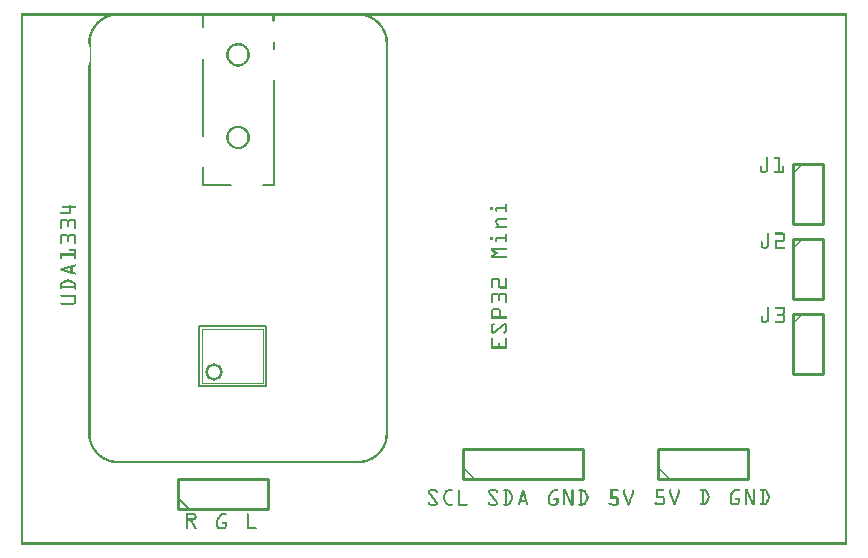
<source format=gto>
G04 MADE WITH FRITZING*
G04 WWW.FRITZING.ORG*
G04 DOUBLE SIDED*
G04 HOLES PLATED*
G04 CONTOUR ON CENTER OF CONTOUR VECTOR*
%ASAXBY*%
%FSLAX23Y23*%
%MOIN*%
%OFA0B0*%
%SFA1.0B1.0*%
%ADD10C,0.058000X0.042*%
%ADD11C,0.008000*%
%ADD12C,0.002000*%
%ADD13C,0.010000*%
%ADD14C,0.005000*%
%ADD15R,0.001000X0.001000*%
%LNSILK1*%
G90*
G70*
G54D10*
X643Y577D03*
G54D11*
X594Y532D02*
X816Y532D01*
D02*
X816Y532D02*
X816Y731D01*
D02*
X816Y731D02*
X594Y731D01*
D02*
X594Y532D02*
X594Y731D01*
G54D12*
D02*
X604Y542D02*
X806Y542D01*
D02*
X806Y722D02*
X806Y542D01*
D02*
X806Y722D02*
X604Y722D01*
D02*
X604Y542D02*
X604Y722D01*
G54D11*
D02*
X843Y1677D02*
X843Y1654D01*
D02*
X843Y1201D02*
X843Y1549D01*
D02*
X607Y1620D02*
X607Y1364D01*
D02*
X607Y1201D02*
X607Y1260D01*
D02*
X843Y1201D02*
X808Y1201D01*
D02*
X607Y1201D02*
X701Y1201D01*
G54D13*
D02*
X2575Y1272D02*
X2575Y1072D01*
D02*
X2575Y1072D02*
X2675Y1072D01*
D02*
X2675Y1072D02*
X2675Y1272D01*
D02*
X2675Y1272D02*
X2575Y1272D01*
D02*
X2575Y1022D02*
X2575Y822D01*
D02*
X2575Y822D02*
X2675Y822D01*
D02*
X2675Y822D02*
X2675Y1022D01*
D02*
X2675Y1022D02*
X2575Y1022D01*
D02*
X2575Y772D02*
X2575Y572D01*
D02*
X2575Y572D02*
X2675Y572D01*
D02*
X2675Y572D02*
X2675Y772D01*
D02*
X2675Y772D02*
X2575Y772D01*
D02*
X525Y122D02*
X825Y122D01*
D02*
X825Y122D02*
X825Y222D01*
D02*
X825Y222D02*
X525Y222D01*
D02*
X525Y222D02*
X525Y122D01*
G54D14*
D02*
X560Y122D02*
X525Y157D01*
G54D13*
D02*
X1475Y222D02*
X1875Y222D01*
D02*
X1875Y222D02*
X1875Y322D01*
D02*
X1875Y322D02*
X1475Y322D01*
D02*
X1475Y322D02*
X1475Y222D01*
D02*
X2125Y222D02*
X2425Y222D01*
D02*
X2425Y222D02*
X2425Y322D01*
D02*
X2425Y322D02*
X2125Y322D01*
D02*
X2125Y322D02*
X2125Y222D01*
G54D15*
X0Y1772D02*
X2754Y1772D01*
X0Y1771D02*
X2754Y1771D01*
X0Y1770D02*
X2754Y1770D01*
X0Y1769D02*
X2754Y1769D01*
X0Y1768D02*
X2754Y1768D01*
X0Y1767D02*
X2754Y1767D01*
X0Y1766D02*
X2754Y1766D01*
X0Y1765D02*
X2754Y1765D01*
X0Y1764D02*
X7Y1764D01*
X283Y1764D02*
X310Y1764D01*
X603Y1764D02*
X610Y1764D01*
X839Y1764D02*
X846Y1764D01*
X1139Y1764D02*
X1165Y1764D01*
X2747Y1764D02*
X2754Y1764D01*
X0Y1763D02*
X7Y1763D01*
X281Y1763D02*
X304Y1763D01*
X603Y1763D02*
X610Y1763D01*
X839Y1763D02*
X846Y1763D01*
X1144Y1763D02*
X1167Y1763D01*
X2747Y1763D02*
X2754Y1763D01*
X0Y1762D02*
X7Y1762D01*
X279Y1762D02*
X300Y1762D01*
X603Y1762D02*
X610Y1762D01*
X839Y1762D02*
X846Y1762D01*
X1148Y1762D02*
X1169Y1762D01*
X2747Y1762D02*
X2754Y1762D01*
X0Y1761D02*
X7Y1761D01*
X277Y1761D02*
X297Y1761D01*
X603Y1761D02*
X610Y1761D01*
X839Y1761D02*
X846Y1761D01*
X1152Y1761D02*
X1171Y1761D01*
X2747Y1761D02*
X2754Y1761D01*
X0Y1760D02*
X7Y1760D01*
X276Y1760D02*
X294Y1760D01*
X603Y1760D02*
X610Y1760D01*
X839Y1760D02*
X846Y1760D01*
X1155Y1760D02*
X1173Y1760D01*
X2747Y1760D02*
X2754Y1760D01*
X0Y1759D02*
X7Y1759D01*
X274Y1759D02*
X291Y1759D01*
X603Y1759D02*
X610Y1759D01*
X839Y1759D02*
X846Y1759D01*
X1158Y1759D02*
X1175Y1759D01*
X2747Y1759D02*
X2754Y1759D01*
X0Y1758D02*
X7Y1758D01*
X272Y1758D02*
X288Y1758D01*
X603Y1758D02*
X610Y1758D01*
X839Y1758D02*
X846Y1758D01*
X1160Y1758D02*
X1176Y1758D01*
X2747Y1758D02*
X2754Y1758D01*
X0Y1757D02*
X7Y1757D01*
X271Y1757D02*
X286Y1757D01*
X603Y1757D02*
X610Y1757D01*
X839Y1757D02*
X846Y1757D01*
X1162Y1757D02*
X1178Y1757D01*
X2747Y1757D02*
X2754Y1757D01*
X0Y1756D02*
X7Y1756D01*
X269Y1756D02*
X284Y1756D01*
X603Y1756D02*
X610Y1756D01*
X839Y1756D02*
X846Y1756D01*
X1164Y1756D02*
X1179Y1756D01*
X2747Y1756D02*
X2754Y1756D01*
X0Y1755D02*
X7Y1755D01*
X268Y1755D02*
X282Y1755D01*
X603Y1755D02*
X610Y1755D01*
X839Y1755D02*
X846Y1755D01*
X1167Y1755D02*
X1181Y1755D01*
X2747Y1755D02*
X2754Y1755D01*
X0Y1754D02*
X7Y1754D01*
X266Y1754D02*
X280Y1754D01*
X603Y1754D02*
X610Y1754D01*
X839Y1754D02*
X846Y1754D01*
X1168Y1754D02*
X1182Y1754D01*
X2747Y1754D02*
X2754Y1754D01*
X0Y1753D02*
X7Y1753D01*
X265Y1753D02*
X278Y1753D01*
X603Y1753D02*
X610Y1753D01*
X839Y1753D02*
X846Y1753D01*
X1170Y1753D02*
X1184Y1753D01*
X2747Y1753D02*
X2754Y1753D01*
X0Y1752D02*
X7Y1752D01*
X264Y1752D02*
X277Y1752D01*
X603Y1752D02*
X610Y1752D01*
X839Y1752D02*
X846Y1752D01*
X1172Y1752D02*
X1185Y1752D01*
X2747Y1752D02*
X2754Y1752D01*
X0Y1751D02*
X7Y1751D01*
X262Y1751D02*
X275Y1751D01*
X603Y1751D02*
X610Y1751D01*
X839Y1751D02*
X846Y1751D01*
X1174Y1751D02*
X1186Y1751D01*
X2747Y1751D02*
X2754Y1751D01*
X0Y1750D02*
X7Y1750D01*
X261Y1750D02*
X273Y1750D01*
X603Y1750D02*
X610Y1750D01*
X839Y1750D02*
X846Y1750D01*
X1175Y1750D02*
X1188Y1750D01*
X2747Y1750D02*
X2754Y1750D01*
X0Y1749D02*
X7Y1749D01*
X260Y1749D02*
X272Y1749D01*
X603Y1749D02*
X610Y1749D01*
X839Y1749D02*
X846Y1749D01*
X1177Y1749D02*
X1189Y1749D01*
X2747Y1749D02*
X2754Y1749D01*
X0Y1748D02*
X7Y1748D01*
X259Y1748D02*
X271Y1748D01*
X603Y1748D02*
X610Y1748D01*
X839Y1748D02*
X846Y1748D01*
X1178Y1748D02*
X1190Y1748D01*
X2747Y1748D02*
X2754Y1748D01*
X0Y1747D02*
X7Y1747D01*
X258Y1747D02*
X269Y1747D01*
X603Y1747D02*
X610Y1747D01*
X839Y1747D02*
X845Y1747D01*
X1179Y1747D02*
X1191Y1747D01*
X2747Y1747D02*
X2754Y1747D01*
X0Y1746D02*
X7Y1746D01*
X256Y1746D02*
X268Y1746D01*
X603Y1746D02*
X610Y1746D01*
X840Y1746D02*
X845Y1746D01*
X1181Y1746D02*
X1192Y1746D01*
X2747Y1746D02*
X2754Y1746D01*
X0Y1745D02*
X7Y1745D01*
X255Y1745D02*
X267Y1745D01*
X603Y1745D02*
X610Y1745D01*
X842Y1745D02*
X842Y1745D01*
X1182Y1745D02*
X1193Y1745D01*
X2747Y1745D02*
X2754Y1745D01*
X0Y1744D02*
X7Y1744D01*
X254Y1744D02*
X265Y1744D01*
X603Y1744D02*
X610Y1744D01*
X1183Y1744D02*
X1194Y1744D01*
X2747Y1744D02*
X2754Y1744D01*
X0Y1743D02*
X7Y1743D01*
X253Y1743D02*
X264Y1743D01*
X603Y1743D02*
X610Y1743D01*
X1184Y1743D02*
X1195Y1743D01*
X2747Y1743D02*
X2754Y1743D01*
X0Y1742D02*
X7Y1742D01*
X252Y1742D02*
X263Y1742D01*
X603Y1742D02*
X610Y1742D01*
X1185Y1742D02*
X1196Y1742D01*
X2747Y1742D02*
X2754Y1742D01*
X0Y1741D02*
X7Y1741D01*
X252Y1741D02*
X262Y1741D01*
X603Y1741D02*
X610Y1741D01*
X1187Y1741D02*
X1197Y1741D01*
X2747Y1741D02*
X2754Y1741D01*
X0Y1740D02*
X7Y1740D01*
X251Y1740D02*
X261Y1740D01*
X603Y1740D02*
X610Y1740D01*
X1188Y1740D02*
X1198Y1740D01*
X2747Y1740D02*
X2754Y1740D01*
X0Y1739D02*
X7Y1739D01*
X250Y1739D02*
X260Y1739D01*
X603Y1739D02*
X610Y1739D01*
X1189Y1739D02*
X1199Y1739D01*
X2747Y1739D02*
X2754Y1739D01*
X0Y1738D02*
X7Y1738D01*
X249Y1738D02*
X259Y1738D01*
X603Y1738D02*
X610Y1738D01*
X1190Y1738D02*
X1200Y1738D01*
X2747Y1738D02*
X2754Y1738D01*
X0Y1737D02*
X7Y1737D01*
X248Y1737D02*
X258Y1737D01*
X603Y1737D02*
X610Y1737D01*
X1191Y1737D02*
X1201Y1737D01*
X2747Y1737D02*
X2754Y1737D01*
X0Y1736D02*
X7Y1736D01*
X247Y1736D02*
X257Y1736D01*
X603Y1736D02*
X610Y1736D01*
X1192Y1736D02*
X1201Y1736D01*
X2747Y1736D02*
X2754Y1736D01*
X0Y1735D02*
X7Y1735D01*
X246Y1735D02*
X256Y1735D01*
X603Y1735D02*
X610Y1735D01*
X1193Y1735D02*
X1202Y1735D01*
X2747Y1735D02*
X2754Y1735D01*
X0Y1734D02*
X7Y1734D01*
X246Y1734D02*
X255Y1734D01*
X603Y1734D02*
X610Y1734D01*
X1193Y1734D02*
X1203Y1734D01*
X2747Y1734D02*
X2754Y1734D01*
X0Y1733D02*
X7Y1733D01*
X245Y1733D02*
X254Y1733D01*
X603Y1733D02*
X610Y1733D01*
X1194Y1733D02*
X1204Y1733D01*
X2747Y1733D02*
X2754Y1733D01*
X0Y1732D02*
X7Y1732D01*
X244Y1732D02*
X253Y1732D01*
X603Y1732D02*
X610Y1732D01*
X1195Y1732D02*
X1204Y1732D01*
X2747Y1732D02*
X2754Y1732D01*
X0Y1731D02*
X7Y1731D01*
X243Y1731D02*
X252Y1731D01*
X603Y1731D02*
X610Y1731D01*
X1196Y1731D02*
X1205Y1731D01*
X2747Y1731D02*
X2754Y1731D01*
X0Y1730D02*
X7Y1730D01*
X243Y1730D02*
X252Y1730D01*
X603Y1730D02*
X610Y1730D01*
X1197Y1730D02*
X1206Y1730D01*
X2747Y1730D02*
X2754Y1730D01*
X0Y1729D02*
X7Y1729D01*
X242Y1729D02*
X251Y1729D01*
X603Y1729D02*
X610Y1729D01*
X1198Y1729D02*
X1206Y1729D01*
X2747Y1729D02*
X2754Y1729D01*
X0Y1728D02*
X7Y1728D01*
X241Y1728D02*
X250Y1728D01*
X603Y1728D02*
X610Y1728D01*
X1198Y1728D02*
X1207Y1728D01*
X2747Y1728D02*
X2754Y1728D01*
X0Y1727D02*
X7Y1727D01*
X241Y1727D02*
X249Y1727D01*
X603Y1727D02*
X610Y1727D01*
X1199Y1727D02*
X1208Y1727D01*
X2747Y1727D02*
X2754Y1727D01*
X0Y1726D02*
X7Y1726D01*
X240Y1726D02*
X249Y1726D01*
X603Y1726D02*
X609Y1726D01*
X1200Y1726D02*
X1208Y1726D01*
X2747Y1726D02*
X2754Y1726D01*
X0Y1725D02*
X7Y1725D01*
X240Y1725D02*
X248Y1725D01*
X603Y1725D02*
X609Y1725D01*
X1201Y1725D02*
X1209Y1725D01*
X2747Y1725D02*
X2754Y1725D01*
X0Y1724D02*
X7Y1724D01*
X239Y1724D02*
X247Y1724D01*
X604Y1724D02*
X608Y1724D01*
X1201Y1724D02*
X1210Y1724D01*
X2747Y1724D02*
X2754Y1724D01*
X0Y1723D02*
X7Y1723D01*
X238Y1723D02*
X247Y1723D01*
X1202Y1723D02*
X1210Y1723D01*
X2747Y1723D02*
X2754Y1723D01*
X0Y1722D02*
X7Y1722D01*
X238Y1722D02*
X246Y1722D01*
X1203Y1722D02*
X1211Y1722D01*
X2747Y1722D02*
X2754Y1722D01*
X0Y1721D02*
X7Y1721D01*
X237Y1721D02*
X245Y1721D01*
X1203Y1721D02*
X1211Y1721D01*
X2747Y1721D02*
X2754Y1721D01*
X0Y1720D02*
X7Y1720D01*
X237Y1720D02*
X245Y1720D01*
X1204Y1720D02*
X1212Y1720D01*
X2747Y1720D02*
X2754Y1720D01*
X0Y1719D02*
X7Y1719D01*
X236Y1719D02*
X244Y1719D01*
X1204Y1719D02*
X1212Y1719D01*
X2747Y1719D02*
X2754Y1719D01*
X0Y1718D02*
X7Y1718D01*
X236Y1718D02*
X244Y1718D01*
X1205Y1718D02*
X1213Y1718D01*
X2747Y1718D02*
X2754Y1718D01*
X0Y1717D02*
X7Y1717D01*
X235Y1717D02*
X243Y1717D01*
X1205Y1717D02*
X1213Y1717D01*
X2747Y1717D02*
X2754Y1717D01*
X0Y1716D02*
X7Y1716D01*
X235Y1716D02*
X242Y1716D01*
X1206Y1716D02*
X1214Y1716D01*
X2747Y1716D02*
X2754Y1716D01*
X0Y1715D02*
X7Y1715D01*
X234Y1715D02*
X242Y1715D01*
X1207Y1715D02*
X1214Y1715D01*
X2747Y1715D02*
X2754Y1715D01*
X0Y1714D02*
X7Y1714D01*
X234Y1714D02*
X241Y1714D01*
X1207Y1714D02*
X1215Y1714D01*
X2747Y1714D02*
X2754Y1714D01*
X0Y1713D02*
X7Y1713D01*
X233Y1713D02*
X241Y1713D01*
X1208Y1713D02*
X1215Y1713D01*
X2747Y1713D02*
X2754Y1713D01*
X0Y1712D02*
X7Y1712D01*
X233Y1712D02*
X241Y1712D01*
X1208Y1712D02*
X1216Y1712D01*
X2747Y1712D02*
X2754Y1712D01*
X0Y1711D02*
X7Y1711D01*
X232Y1711D02*
X240Y1711D01*
X1208Y1711D02*
X1216Y1711D01*
X2747Y1711D02*
X2754Y1711D01*
X0Y1710D02*
X7Y1710D01*
X232Y1710D02*
X240Y1710D01*
X1209Y1710D02*
X1217Y1710D01*
X2747Y1710D02*
X2754Y1710D01*
X0Y1709D02*
X7Y1709D01*
X232Y1709D02*
X239Y1709D01*
X1209Y1709D02*
X1217Y1709D01*
X2747Y1709D02*
X2754Y1709D01*
X0Y1708D02*
X7Y1708D01*
X231Y1708D02*
X239Y1708D01*
X1210Y1708D02*
X1217Y1708D01*
X2747Y1708D02*
X2754Y1708D01*
X0Y1707D02*
X7Y1707D01*
X231Y1707D02*
X238Y1707D01*
X1210Y1707D02*
X1218Y1707D01*
X2747Y1707D02*
X2754Y1707D01*
X0Y1706D02*
X7Y1706D01*
X231Y1706D02*
X238Y1706D01*
X1211Y1706D02*
X1218Y1706D01*
X2747Y1706D02*
X2754Y1706D01*
X0Y1705D02*
X7Y1705D01*
X230Y1705D02*
X238Y1705D01*
X1211Y1705D02*
X1218Y1705D01*
X2747Y1705D02*
X2754Y1705D01*
X0Y1704D02*
X7Y1704D01*
X230Y1704D02*
X237Y1704D01*
X1211Y1704D02*
X1219Y1704D01*
X2747Y1704D02*
X2754Y1704D01*
X0Y1703D02*
X7Y1703D01*
X230Y1703D02*
X237Y1703D01*
X1212Y1703D02*
X1219Y1703D01*
X2747Y1703D02*
X2754Y1703D01*
X0Y1702D02*
X7Y1702D01*
X229Y1702D02*
X236Y1702D01*
X1212Y1702D02*
X1219Y1702D01*
X2747Y1702D02*
X2754Y1702D01*
X0Y1701D02*
X7Y1701D01*
X229Y1701D02*
X236Y1701D01*
X1212Y1701D02*
X1220Y1701D01*
X2747Y1701D02*
X2754Y1701D01*
X0Y1700D02*
X7Y1700D01*
X229Y1700D02*
X236Y1700D01*
X1213Y1700D02*
X1220Y1700D01*
X2747Y1700D02*
X2754Y1700D01*
X0Y1699D02*
X7Y1699D01*
X228Y1699D02*
X236Y1699D01*
X1213Y1699D02*
X1220Y1699D01*
X2747Y1699D02*
X2754Y1699D01*
X0Y1698D02*
X7Y1698D01*
X228Y1698D02*
X235Y1698D01*
X1213Y1698D02*
X1220Y1698D01*
X2747Y1698D02*
X2754Y1698D01*
X0Y1697D02*
X7Y1697D01*
X228Y1697D02*
X235Y1697D01*
X1214Y1697D02*
X1221Y1697D01*
X2747Y1697D02*
X2754Y1697D01*
X0Y1696D02*
X7Y1696D01*
X228Y1696D02*
X235Y1696D01*
X1214Y1696D02*
X1221Y1696D01*
X2747Y1696D02*
X2754Y1696D01*
X0Y1695D02*
X7Y1695D01*
X227Y1695D02*
X234Y1695D01*
X1214Y1695D02*
X1221Y1695D01*
X2747Y1695D02*
X2754Y1695D01*
X0Y1694D02*
X7Y1694D01*
X227Y1694D02*
X234Y1694D01*
X1214Y1694D02*
X1221Y1694D01*
X2747Y1694D02*
X2754Y1694D01*
X0Y1693D02*
X7Y1693D01*
X227Y1693D02*
X234Y1693D01*
X1215Y1693D02*
X1222Y1693D01*
X2747Y1693D02*
X2754Y1693D01*
X0Y1692D02*
X7Y1692D01*
X227Y1692D02*
X234Y1692D01*
X1215Y1692D02*
X1222Y1692D01*
X2747Y1692D02*
X2754Y1692D01*
X0Y1691D02*
X7Y1691D01*
X227Y1691D02*
X234Y1691D01*
X1215Y1691D02*
X1222Y1691D01*
X2747Y1691D02*
X2754Y1691D01*
X0Y1690D02*
X7Y1690D01*
X226Y1690D02*
X233Y1690D01*
X1215Y1690D02*
X1222Y1690D01*
X2747Y1690D02*
X2754Y1690D01*
X0Y1689D02*
X7Y1689D01*
X226Y1689D02*
X233Y1689D01*
X1215Y1689D02*
X1222Y1689D01*
X2747Y1689D02*
X2754Y1689D01*
X0Y1688D02*
X7Y1688D01*
X226Y1688D02*
X233Y1688D01*
X1215Y1688D02*
X1222Y1688D01*
X2747Y1688D02*
X2754Y1688D01*
X0Y1687D02*
X7Y1687D01*
X226Y1687D02*
X233Y1687D01*
X1216Y1687D02*
X1223Y1687D01*
X2747Y1687D02*
X2754Y1687D01*
X0Y1686D02*
X7Y1686D01*
X226Y1686D02*
X233Y1686D01*
X1216Y1686D02*
X1223Y1686D01*
X2747Y1686D02*
X2754Y1686D01*
X0Y1685D02*
X7Y1685D01*
X226Y1685D02*
X233Y1685D01*
X1216Y1685D02*
X1223Y1685D01*
X2747Y1685D02*
X2754Y1685D01*
X0Y1684D02*
X7Y1684D01*
X226Y1684D02*
X232Y1684D01*
X1216Y1684D02*
X1223Y1684D01*
X2747Y1684D02*
X2754Y1684D01*
X0Y1683D02*
X7Y1683D01*
X225Y1683D02*
X232Y1683D01*
X1216Y1683D02*
X1223Y1683D01*
X2747Y1683D02*
X2754Y1683D01*
X0Y1682D02*
X7Y1682D01*
X225Y1682D02*
X232Y1682D01*
X1216Y1682D02*
X1223Y1682D01*
X2747Y1682D02*
X2754Y1682D01*
X0Y1681D02*
X7Y1681D01*
X225Y1681D02*
X232Y1681D01*
X1216Y1681D02*
X1223Y1681D01*
X2747Y1681D02*
X2754Y1681D01*
X0Y1680D02*
X7Y1680D01*
X225Y1680D02*
X232Y1680D01*
X1216Y1680D02*
X1223Y1680D01*
X2747Y1680D02*
X2754Y1680D01*
X0Y1679D02*
X7Y1679D01*
X225Y1679D02*
X232Y1679D01*
X1216Y1679D02*
X1223Y1679D01*
X2747Y1679D02*
X2754Y1679D01*
X0Y1678D02*
X7Y1678D01*
X225Y1678D02*
X232Y1678D01*
X1217Y1678D02*
X1224Y1678D01*
X2747Y1678D02*
X2754Y1678D01*
X0Y1677D02*
X7Y1677D01*
X225Y1677D02*
X232Y1677D01*
X1217Y1677D02*
X1224Y1677D01*
X2747Y1677D02*
X2754Y1677D01*
X0Y1676D02*
X7Y1676D01*
X225Y1676D02*
X232Y1676D01*
X1217Y1676D02*
X1224Y1676D01*
X2747Y1676D02*
X2754Y1676D01*
X0Y1675D02*
X7Y1675D01*
X225Y1675D02*
X232Y1675D01*
X1217Y1675D02*
X1224Y1675D01*
X2747Y1675D02*
X2754Y1675D01*
X0Y1674D02*
X7Y1674D01*
X226Y1674D02*
X232Y1674D01*
X723Y1674D02*
X725Y1674D01*
X1217Y1674D02*
X1224Y1674D01*
X2747Y1674D02*
X2754Y1674D01*
X0Y1673D02*
X7Y1673D01*
X226Y1673D02*
X232Y1673D01*
X716Y1673D02*
X733Y1673D01*
X1217Y1673D02*
X1224Y1673D01*
X2747Y1673D02*
X2754Y1673D01*
X0Y1672D02*
X7Y1672D01*
X226Y1672D02*
X232Y1672D01*
X713Y1672D02*
X736Y1672D01*
X1217Y1672D02*
X1224Y1672D01*
X2747Y1672D02*
X2754Y1672D01*
X0Y1671D02*
X7Y1671D01*
X227Y1671D02*
X232Y1671D01*
X710Y1671D02*
X739Y1671D01*
X1217Y1671D02*
X1224Y1671D01*
X2747Y1671D02*
X2754Y1671D01*
X0Y1670D02*
X7Y1670D01*
X227Y1670D02*
X232Y1670D01*
X708Y1670D02*
X741Y1670D01*
X1217Y1670D02*
X1224Y1670D01*
X2747Y1670D02*
X2754Y1670D01*
X0Y1669D02*
X7Y1669D01*
X227Y1669D02*
X232Y1669D01*
X706Y1669D02*
X743Y1669D01*
X1217Y1669D02*
X1224Y1669D01*
X2747Y1669D02*
X2754Y1669D01*
X0Y1668D02*
X7Y1668D01*
X228Y1668D02*
X232Y1668D01*
X704Y1668D02*
X745Y1668D01*
X1217Y1668D02*
X1224Y1668D01*
X2747Y1668D02*
X2754Y1668D01*
X0Y1667D02*
X7Y1667D01*
X228Y1667D02*
X232Y1667D01*
X703Y1667D02*
X746Y1667D01*
X1217Y1667D02*
X1224Y1667D01*
X2747Y1667D02*
X2754Y1667D01*
X0Y1666D02*
X7Y1666D01*
X228Y1666D02*
X232Y1666D01*
X701Y1666D02*
X722Y1666D01*
X727Y1666D02*
X748Y1666D01*
X1217Y1666D02*
X1224Y1666D01*
X2747Y1666D02*
X2754Y1666D01*
X0Y1665D02*
X7Y1665D01*
X228Y1665D02*
X232Y1665D01*
X700Y1665D02*
X715Y1665D01*
X733Y1665D02*
X749Y1665D01*
X1217Y1665D02*
X1224Y1665D01*
X2747Y1665D02*
X2754Y1665D01*
X0Y1664D02*
X7Y1664D01*
X229Y1664D02*
X232Y1664D01*
X699Y1664D02*
X712Y1664D01*
X736Y1664D02*
X750Y1664D01*
X1217Y1664D02*
X1224Y1664D01*
X2747Y1664D02*
X2754Y1664D01*
X0Y1663D02*
X7Y1663D01*
X229Y1663D02*
X232Y1663D01*
X697Y1663D02*
X710Y1663D01*
X739Y1663D02*
X751Y1663D01*
X1217Y1663D02*
X1224Y1663D01*
X2747Y1663D02*
X2754Y1663D01*
X0Y1662D02*
X7Y1662D01*
X229Y1662D02*
X232Y1662D01*
X696Y1662D02*
X708Y1662D01*
X741Y1662D02*
X752Y1662D01*
X1217Y1662D02*
X1224Y1662D01*
X2747Y1662D02*
X2754Y1662D01*
X0Y1661D02*
X7Y1661D01*
X229Y1661D02*
X232Y1661D01*
X696Y1661D02*
X706Y1661D01*
X742Y1661D02*
X753Y1661D01*
X1217Y1661D02*
X1224Y1661D01*
X2747Y1661D02*
X2754Y1661D01*
X0Y1660D02*
X7Y1660D01*
X230Y1660D02*
X232Y1660D01*
X695Y1660D02*
X705Y1660D01*
X744Y1660D02*
X754Y1660D01*
X1217Y1660D02*
X1224Y1660D01*
X2747Y1660D02*
X2754Y1660D01*
X0Y1659D02*
X7Y1659D01*
X230Y1659D02*
X232Y1659D01*
X694Y1659D02*
X704Y1659D01*
X745Y1659D02*
X755Y1659D01*
X1217Y1659D02*
X1224Y1659D01*
X2747Y1659D02*
X2754Y1659D01*
X0Y1658D02*
X7Y1658D01*
X230Y1658D02*
X232Y1658D01*
X693Y1658D02*
X703Y1658D01*
X746Y1658D02*
X756Y1658D01*
X1217Y1658D02*
X1224Y1658D01*
X2747Y1658D02*
X2754Y1658D01*
X0Y1657D02*
X7Y1657D01*
X230Y1657D02*
X232Y1657D01*
X692Y1657D02*
X702Y1657D01*
X747Y1657D02*
X756Y1657D01*
X1217Y1657D02*
X1224Y1657D01*
X2747Y1657D02*
X2754Y1657D01*
X0Y1656D02*
X7Y1656D01*
X230Y1656D02*
X232Y1656D01*
X692Y1656D02*
X701Y1656D01*
X748Y1656D02*
X757Y1656D01*
X1217Y1656D02*
X1224Y1656D01*
X2747Y1656D02*
X2754Y1656D01*
X0Y1655D02*
X7Y1655D01*
X231Y1655D02*
X232Y1655D01*
X691Y1655D02*
X700Y1655D01*
X749Y1655D02*
X758Y1655D01*
X1217Y1655D02*
X1224Y1655D01*
X2747Y1655D02*
X2754Y1655D01*
X0Y1654D02*
X7Y1654D01*
X231Y1654D02*
X232Y1654D01*
X690Y1654D02*
X699Y1654D01*
X750Y1654D02*
X758Y1654D01*
X1217Y1654D02*
X1224Y1654D01*
X2747Y1654D02*
X2754Y1654D01*
X0Y1653D02*
X7Y1653D01*
X231Y1653D02*
X232Y1653D01*
X690Y1653D02*
X698Y1653D01*
X750Y1653D02*
X759Y1653D01*
X1217Y1653D02*
X1224Y1653D01*
X2747Y1653D02*
X2754Y1653D01*
X0Y1652D02*
X7Y1652D01*
X231Y1652D02*
X232Y1652D01*
X689Y1652D02*
X698Y1652D01*
X751Y1652D02*
X759Y1652D01*
X1217Y1652D02*
X1224Y1652D01*
X2747Y1652D02*
X2754Y1652D01*
X0Y1651D02*
X7Y1651D01*
X231Y1651D02*
X232Y1651D01*
X689Y1651D02*
X697Y1651D01*
X752Y1651D02*
X760Y1651D01*
X1217Y1651D02*
X1224Y1651D01*
X2747Y1651D02*
X2754Y1651D01*
X0Y1650D02*
X7Y1650D01*
X231Y1650D02*
X232Y1650D01*
X688Y1650D02*
X696Y1650D01*
X752Y1650D02*
X760Y1650D01*
X1217Y1650D02*
X1224Y1650D01*
X2747Y1650D02*
X2754Y1650D01*
X0Y1649D02*
X7Y1649D01*
X232Y1649D02*
X232Y1649D01*
X688Y1649D02*
X696Y1649D01*
X753Y1649D02*
X760Y1649D01*
X1217Y1649D02*
X1224Y1649D01*
X2747Y1649D02*
X2754Y1649D01*
X0Y1648D02*
X7Y1648D01*
X232Y1648D02*
X232Y1648D01*
X688Y1648D02*
X695Y1648D01*
X753Y1648D02*
X761Y1648D01*
X1217Y1648D02*
X1224Y1648D01*
X2747Y1648D02*
X2754Y1648D01*
X0Y1647D02*
X7Y1647D01*
X232Y1647D02*
X232Y1647D01*
X687Y1647D02*
X695Y1647D01*
X754Y1647D02*
X761Y1647D01*
X1217Y1647D02*
X1224Y1647D01*
X2747Y1647D02*
X2754Y1647D01*
X0Y1646D02*
X7Y1646D01*
X232Y1646D02*
X232Y1646D01*
X687Y1646D02*
X694Y1646D01*
X754Y1646D02*
X761Y1646D01*
X1217Y1646D02*
X1224Y1646D01*
X2747Y1646D02*
X2754Y1646D01*
X0Y1645D02*
X7Y1645D01*
X232Y1645D02*
X232Y1645D01*
X687Y1645D02*
X694Y1645D01*
X754Y1645D02*
X762Y1645D01*
X1217Y1645D02*
X1224Y1645D01*
X2747Y1645D02*
X2754Y1645D01*
X0Y1644D02*
X7Y1644D01*
X232Y1644D02*
X232Y1644D01*
X687Y1644D02*
X694Y1644D01*
X755Y1644D02*
X762Y1644D01*
X1217Y1644D02*
X1224Y1644D01*
X2747Y1644D02*
X2754Y1644D01*
X0Y1643D02*
X7Y1643D01*
X232Y1643D02*
X232Y1643D01*
X686Y1643D02*
X693Y1643D01*
X755Y1643D02*
X762Y1643D01*
X1217Y1643D02*
X1224Y1643D01*
X2747Y1643D02*
X2754Y1643D01*
X0Y1642D02*
X7Y1642D01*
X232Y1642D02*
X232Y1642D01*
X686Y1642D02*
X693Y1642D01*
X755Y1642D02*
X762Y1642D01*
X1217Y1642D02*
X1224Y1642D01*
X2747Y1642D02*
X2754Y1642D01*
X0Y1641D02*
X7Y1641D01*
X232Y1641D02*
X232Y1641D01*
X686Y1641D02*
X693Y1641D01*
X756Y1641D02*
X763Y1641D01*
X1217Y1641D02*
X1224Y1641D01*
X2747Y1641D02*
X2754Y1641D01*
X0Y1640D02*
X7Y1640D01*
X232Y1640D02*
X232Y1640D01*
X686Y1640D02*
X693Y1640D01*
X756Y1640D02*
X763Y1640D01*
X1217Y1640D02*
X1224Y1640D01*
X2747Y1640D02*
X2754Y1640D01*
X0Y1639D02*
X7Y1639D01*
X232Y1639D02*
X232Y1639D01*
X686Y1639D02*
X693Y1639D01*
X756Y1639D02*
X763Y1639D01*
X1217Y1639D02*
X1224Y1639D01*
X2747Y1639D02*
X2754Y1639D01*
X0Y1638D02*
X7Y1638D01*
X232Y1638D02*
X232Y1638D01*
X686Y1638D02*
X692Y1638D01*
X756Y1638D02*
X763Y1638D01*
X1217Y1638D02*
X1224Y1638D01*
X2747Y1638D02*
X2754Y1638D01*
X0Y1637D02*
X7Y1637D01*
X232Y1637D02*
X232Y1637D01*
X686Y1637D02*
X692Y1637D01*
X756Y1637D02*
X763Y1637D01*
X1217Y1637D02*
X1224Y1637D01*
X2747Y1637D02*
X2754Y1637D01*
X0Y1636D02*
X7Y1636D01*
X232Y1636D02*
X232Y1636D01*
X686Y1636D02*
X692Y1636D01*
X756Y1636D02*
X763Y1636D01*
X1217Y1636D02*
X1224Y1636D01*
X2747Y1636D02*
X2754Y1636D01*
X0Y1635D02*
X7Y1635D01*
X232Y1635D02*
X232Y1635D01*
X686Y1635D02*
X692Y1635D01*
X756Y1635D02*
X763Y1635D01*
X1217Y1635D02*
X1224Y1635D01*
X2747Y1635D02*
X2754Y1635D01*
X0Y1634D02*
X7Y1634D01*
X232Y1634D02*
X232Y1634D01*
X686Y1634D02*
X692Y1634D01*
X756Y1634D02*
X763Y1634D01*
X1217Y1634D02*
X1224Y1634D01*
X2747Y1634D02*
X2754Y1634D01*
X0Y1633D02*
X7Y1633D01*
X232Y1633D02*
X232Y1633D01*
X686Y1633D02*
X692Y1633D01*
X756Y1633D02*
X763Y1633D01*
X1217Y1633D02*
X1224Y1633D01*
X2747Y1633D02*
X2754Y1633D01*
X0Y1632D02*
X7Y1632D01*
X232Y1632D02*
X232Y1632D01*
X686Y1632D02*
X692Y1632D01*
X756Y1632D02*
X763Y1632D01*
X1217Y1632D02*
X1224Y1632D01*
X2747Y1632D02*
X2754Y1632D01*
X0Y1631D02*
X7Y1631D01*
X232Y1631D02*
X232Y1631D01*
X686Y1631D02*
X692Y1631D01*
X756Y1631D02*
X763Y1631D01*
X1217Y1631D02*
X1224Y1631D01*
X2747Y1631D02*
X2754Y1631D01*
X0Y1630D02*
X7Y1630D01*
X232Y1630D02*
X232Y1630D01*
X686Y1630D02*
X693Y1630D01*
X756Y1630D02*
X763Y1630D01*
X1217Y1630D02*
X1224Y1630D01*
X2747Y1630D02*
X2754Y1630D01*
X0Y1629D02*
X7Y1629D01*
X232Y1629D02*
X232Y1629D01*
X686Y1629D02*
X693Y1629D01*
X756Y1629D02*
X763Y1629D01*
X1217Y1629D02*
X1224Y1629D01*
X2747Y1629D02*
X2754Y1629D01*
X0Y1628D02*
X7Y1628D01*
X232Y1628D02*
X232Y1628D01*
X686Y1628D02*
X693Y1628D01*
X755Y1628D02*
X762Y1628D01*
X1217Y1628D02*
X1224Y1628D01*
X2747Y1628D02*
X2754Y1628D01*
X0Y1627D02*
X7Y1627D01*
X232Y1627D02*
X232Y1627D01*
X686Y1627D02*
X693Y1627D01*
X755Y1627D02*
X762Y1627D01*
X1217Y1627D02*
X1224Y1627D01*
X2747Y1627D02*
X2754Y1627D01*
X0Y1626D02*
X7Y1626D01*
X232Y1626D02*
X232Y1626D01*
X686Y1626D02*
X694Y1626D01*
X755Y1626D02*
X762Y1626D01*
X1217Y1626D02*
X1224Y1626D01*
X2747Y1626D02*
X2754Y1626D01*
X0Y1625D02*
X7Y1625D01*
X232Y1625D02*
X232Y1625D01*
X687Y1625D02*
X694Y1625D01*
X755Y1625D02*
X762Y1625D01*
X1217Y1625D02*
X1224Y1625D01*
X2747Y1625D02*
X2754Y1625D01*
X0Y1624D02*
X7Y1624D01*
X232Y1624D02*
X232Y1624D01*
X687Y1624D02*
X694Y1624D01*
X754Y1624D02*
X762Y1624D01*
X1217Y1624D02*
X1224Y1624D01*
X2747Y1624D02*
X2754Y1624D01*
X0Y1623D02*
X7Y1623D01*
X231Y1623D02*
X232Y1623D01*
X687Y1623D02*
X695Y1623D01*
X754Y1623D02*
X761Y1623D01*
X1217Y1623D02*
X1224Y1623D01*
X2747Y1623D02*
X2754Y1623D01*
X0Y1622D02*
X7Y1622D01*
X231Y1622D02*
X232Y1622D01*
X688Y1622D02*
X695Y1622D01*
X753Y1622D02*
X761Y1622D01*
X1217Y1622D02*
X1224Y1622D01*
X2747Y1622D02*
X2754Y1622D01*
X0Y1621D02*
X7Y1621D01*
X231Y1621D02*
X232Y1621D01*
X688Y1621D02*
X696Y1621D01*
X753Y1621D02*
X761Y1621D01*
X1217Y1621D02*
X1224Y1621D01*
X2747Y1621D02*
X2754Y1621D01*
X0Y1620D02*
X7Y1620D01*
X231Y1620D02*
X232Y1620D01*
X688Y1620D02*
X696Y1620D01*
X752Y1620D02*
X760Y1620D01*
X1217Y1620D02*
X1224Y1620D01*
X2747Y1620D02*
X2754Y1620D01*
X0Y1619D02*
X7Y1619D01*
X231Y1619D02*
X232Y1619D01*
X689Y1619D02*
X697Y1619D01*
X752Y1619D02*
X760Y1619D01*
X1217Y1619D02*
X1224Y1619D01*
X2747Y1619D02*
X2754Y1619D01*
X0Y1618D02*
X7Y1618D01*
X231Y1618D02*
X232Y1618D01*
X689Y1618D02*
X697Y1618D01*
X751Y1618D02*
X759Y1618D01*
X1217Y1618D02*
X1224Y1618D01*
X2747Y1618D02*
X2754Y1618D01*
X0Y1617D02*
X7Y1617D01*
X231Y1617D02*
X232Y1617D01*
X690Y1617D02*
X698Y1617D01*
X751Y1617D02*
X759Y1617D01*
X1217Y1617D02*
X1224Y1617D01*
X2747Y1617D02*
X2754Y1617D01*
X0Y1616D02*
X7Y1616D01*
X230Y1616D02*
X232Y1616D01*
X690Y1616D02*
X699Y1616D01*
X750Y1616D02*
X758Y1616D01*
X1217Y1616D02*
X1224Y1616D01*
X2747Y1616D02*
X2754Y1616D01*
X0Y1615D02*
X7Y1615D01*
X230Y1615D02*
X232Y1615D01*
X691Y1615D02*
X699Y1615D01*
X749Y1615D02*
X758Y1615D01*
X1217Y1615D02*
X1224Y1615D01*
X2747Y1615D02*
X2754Y1615D01*
X0Y1614D02*
X7Y1614D01*
X230Y1614D02*
X232Y1614D01*
X691Y1614D02*
X700Y1614D01*
X748Y1614D02*
X757Y1614D01*
X1217Y1614D02*
X1224Y1614D01*
X2747Y1614D02*
X2754Y1614D01*
X0Y1613D02*
X7Y1613D01*
X230Y1613D02*
X232Y1613D01*
X692Y1613D02*
X701Y1613D01*
X747Y1613D02*
X757Y1613D01*
X1217Y1613D02*
X1224Y1613D01*
X2747Y1613D02*
X2754Y1613D01*
X0Y1612D02*
X7Y1612D01*
X230Y1612D02*
X232Y1612D01*
X693Y1612D02*
X702Y1612D01*
X746Y1612D02*
X756Y1612D01*
X1217Y1612D02*
X1224Y1612D01*
X2747Y1612D02*
X2754Y1612D01*
X0Y1611D02*
X7Y1611D01*
X229Y1611D02*
X232Y1611D01*
X693Y1611D02*
X703Y1611D01*
X745Y1611D02*
X755Y1611D01*
X1217Y1611D02*
X1224Y1611D01*
X2747Y1611D02*
X2754Y1611D01*
X0Y1610D02*
X7Y1610D01*
X229Y1610D02*
X232Y1610D01*
X694Y1610D02*
X704Y1610D01*
X744Y1610D02*
X754Y1610D01*
X1217Y1610D02*
X1224Y1610D01*
X2747Y1610D02*
X2754Y1610D01*
X0Y1609D02*
X7Y1609D01*
X229Y1609D02*
X232Y1609D01*
X695Y1609D02*
X706Y1609D01*
X743Y1609D02*
X753Y1609D01*
X1217Y1609D02*
X1224Y1609D01*
X2747Y1609D02*
X2754Y1609D01*
X0Y1608D02*
X7Y1608D01*
X229Y1608D02*
X232Y1608D01*
X696Y1608D02*
X707Y1608D01*
X741Y1608D02*
X753Y1608D01*
X1217Y1608D02*
X1224Y1608D01*
X2747Y1608D02*
X2754Y1608D01*
X0Y1607D02*
X7Y1607D01*
X228Y1607D02*
X232Y1607D01*
X697Y1607D02*
X709Y1607D01*
X740Y1607D02*
X752Y1607D01*
X1217Y1607D02*
X1224Y1607D01*
X2747Y1607D02*
X2754Y1607D01*
X0Y1606D02*
X7Y1606D01*
X228Y1606D02*
X232Y1606D01*
X698Y1606D02*
X711Y1606D01*
X738Y1606D02*
X750Y1606D01*
X1217Y1606D02*
X1224Y1606D01*
X2747Y1606D02*
X2754Y1606D01*
X0Y1605D02*
X7Y1605D01*
X228Y1605D02*
X232Y1605D01*
X699Y1605D02*
X714Y1605D01*
X735Y1605D02*
X749Y1605D01*
X1217Y1605D02*
X1224Y1605D01*
X2747Y1605D02*
X2754Y1605D01*
X0Y1604D02*
X7Y1604D01*
X227Y1604D02*
X232Y1604D01*
X700Y1604D02*
X718Y1604D01*
X731Y1604D02*
X748Y1604D01*
X1217Y1604D02*
X1224Y1604D01*
X2747Y1604D02*
X2754Y1604D01*
X0Y1603D02*
X7Y1603D01*
X227Y1603D02*
X232Y1603D01*
X702Y1603D02*
X747Y1603D01*
X1217Y1603D02*
X1224Y1603D01*
X2747Y1603D02*
X2754Y1603D01*
X0Y1602D02*
X7Y1602D01*
X227Y1602D02*
X232Y1602D01*
X703Y1602D02*
X745Y1602D01*
X1217Y1602D02*
X1224Y1602D01*
X2747Y1602D02*
X2754Y1602D01*
X0Y1601D02*
X7Y1601D01*
X226Y1601D02*
X232Y1601D01*
X705Y1601D02*
X744Y1601D01*
X1217Y1601D02*
X1224Y1601D01*
X2747Y1601D02*
X2754Y1601D01*
X0Y1600D02*
X7Y1600D01*
X226Y1600D02*
X232Y1600D01*
X707Y1600D02*
X742Y1600D01*
X1217Y1600D02*
X1224Y1600D01*
X2747Y1600D02*
X2754Y1600D01*
X0Y1599D02*
X7Y1599D01*
X226Y1599D02*
X232Y1599D01*
X709Y1599D02*
X740Y1599D01*
X1217Y1599D02*
X1224Y1599D01*
X2747Y1599D02*
X2754Y1599D01*
X0Y1598D02*
X7Y1598D01*
X225Y1598D02*
X232Y1598D01*
X711Y1598D02*
X737Y1598D01*
X1217Y1598D02*
X1224Y1598D01*
X2747Y1598D02*
X2754Y1598D01*
X0Y1597D02*
X7Y1597D01*
X225Y1597D02*
X232Y1597D01*
X714Y1597D02*
X735Y1597D01*
X1217Y1597D02*
X1224Y1597D01*
X2747Y1597D02*
X2754Y1597D01*
X0Y1596D02*
X7Y1596D01*
X225Y1596D02*
X232Y1596D01*
X718Y1596D02*
X730Y1596D01*
X1217Y1596D02*
X1224Y1596D01*
X2747Y1596D02*
X2754Y1596D01*
X0Y1595D02*
X7Y1595D01*
X225Y1595D02*
X232Y1595D01*
X1217Y1595D02*
X1224Y1595D01*
X2747Y1595D02*
X2754Y1595D01*
X0Y1594D02*
X7Y1594D01*
X225Y1594D02*
X232Y1594D01*
X1217Y1594D02*
X1224Y1594D01*
X2747Y1594D02*
X2754Y1594D01*
X0Y1593D02*
X7Y1593D01*
X225Y1593D02*
X232Y1593D01*
X1217Y1593D02*
X1224Y1593D01*
X2747Y1593D02*
X2754Y1593D01*
X0Y1592D02*
X7Y1592D01*
X225Y1592D02*
X232Y1592D01*
X1217Y1592D02*
X1224Y1592D01*
X2747Y1592D02*
X2754Y1592D01*
X0Y1591D02*
X7Y1591D01*
X225Y1591D02*
X232Y1591D01*
X1217Y1591D02*
X1224Y1591D01*
X2747Y1591D02*
X2754Y1591D01*
X0Y1590D02*
X7Y1590D01*
X225Y1590D02*
X232Y1590D01*
X1217Y1590D02*
X1224Y1590D01*
X2747Y1590D02*
X2754Y1590D01*
X0Y1589D02*
X7Y1589D01*
X225Y1589D02*
X232Y1589D01*
X1217Y1589D02*
X1224Y1589D01*
X2747Y1589D02*
X2754Y1589D01*
X0Y1588D02*
X7Y1588D01*
X225Y1588D02*
X232Y1588D01*
X1217Y1588D02*
X1224Y1588D01*
X2747Y1588D02*
X2754Y1588D01*
X0Y1587D02*
X7Y1587D01*
X225Y1587D02*
X232Y1587D01*
X1217Y1587D02*
X1224Y1587D01*
X2747Y1587D02*
X2754Y1587D01*
X0Y1586D02*
X7Y1586D01*
X225Y1586D02*
X232Y1586D01*
X1217Y1586D02*
X1224Y1586D01*
X2747Y1586D02*
X2754Y1586D01*
X0Y1585D02*
X7Y1585D01*
X225Y1585D02*
X232Y1585D01*
X1217Y1585D02*
X1224Y1585D01*
X2747Y1585D02*
X2754Y1585D01*
X0Y1584D02*
X7Y1584D01*
X225Y1584D02*
X232Y1584D01*
X1217Y1584D02*
X1224Y1584D01*
X2747Y1584D02*
X2754Y1584D01*
X0Y1583D02*
X7Y1583D01*
X225Y1583D02*
X232Y1583D01*
X1217Y1583D02*
X1224Y1583D01*
X2747Y1583D02*
X2754Y1583D01*
X0Y1582D02*
X7Y1582D01*
X225Y1582D02*
X232Y1582D01*
X1217Y1582D02*
X1224Y1582D01*
X2747Y1582D02*
X2754Y1582D01*
X0Y1581D02*
X7Y1581D01*
X225Y1581D02*
X232Y1581D01*
X1217Y1581D02*
X1224Y1581D01*
X2747Y1581D02*
X2754Y1581D01*
X0Y1580D02*
X7Y1580D01*
X225Y1580D02*
X232Y1580D01*
X1217Y1580D02*
X1224Y1580D01*
X2747Y1580D02*
X2754Y1580D01*
X0Y1579D02*
X7Y1579D01*
X225Y1579D02*
X232Y1579D01*
X1217Y1579D02*
X1224Y1579D01*
X2747Y1579D02*
X2754Y1579D01*
X0Y1578D02*
X7Y1578D01*
X225Y1578D02*
X232Y1578D01*
X1217Y1578D02*
X1224Y1578D01*
X2747Y1578D02*
X2754Y1578D01*
X0Y1577D02*
X7Y1577D01*
X225Y1577D02*
X232Y1577D01*
X1217Y1577D02*
X1224Y1577D01*
X2747Y1577D02*
X2754Y1577D01*
X0Y1576D02*
X7Y1576D01*
X225Y1576D02*
X232Y1576D01*
X1217Y1576D02*
X1224Y1576D01*
X2747Y1576D02*
X2754Y1576D01*
X0Y1575D02*
X7Y1575D01*
X225Y1575D02*
X232Y1575D01*
X1217Y1575D02*
X1224Y1575D01*
X2747Y1575D02*
X2754Y1575D01*
X0Y1574D02*
X7Y1574D01*
X225Y1574D02*
X232Y1574D01*
X1217Y1574D02*
X1224Y1574D01*
X2747Y1574D02*
X2754Y1574D01*
X0Y1573D02*
X7Y1573D01*
X225Y1573D02*
X232Y1573D01*
X1217Y1573D02*
X1224Y1573D01*
X2747Y1573D02*
X2754Y1573D01*
X0Y1572D02*
X7Y1572D01*
X225Y1572D02*
X232Y1572D01*
X1217Y1572D02*
X1224Y1572D01*
X2747Y1572D02*
X2754Y1572D01*
X0Y1571D02*
X7Y1571D01*
X225Y1571D02*
X232Y1571D01*
X1217Y1571D02*
X1224Y1571D01*
X2747Y1571D02*
X2754Y1571D01*
X0Y1570D02*
X7Y1570D01*
X225Y1570D02*
X232Y1570D01*
X1217Y1570D02*
X1224Y1570D01*
X2747Y1570D02*
X2754Y1570D01*
X0Y1569D02*
X7Y1569D01*
X225Y1569D02*
X232Y1569D01*
X1217Y1569D02*
X1224Y1569D01*
X2747Y1569D02*
X2754Y1569D01*
X0Y1568D02*
X7Y1568D01*
X225Y1568D02*
X232Y1568D01*
X1217Y1568D02*
X1224Y1568D01*
X2747Y1568D02*
X2754Y1568D01*
X0Y1567D02*
X7Y1567D01*
X225Y1567D02*
X232Y1567D01*
X1217Y1567D02*
X1224Y1567D01*
X2747Y1567D02*
X2754Y1567D01*
X0Y1566D02*
X7Y1566D01*
X225Y1566D02*
X232Y1566D01*
X1217Y1566D02*
X1224Y1566D01*
X2747Y1566D02*
X2754Y1566D01*
X0Y1565D02*
X7Y1565D01*
X225Y1565D02*
X232Y1565D01*
X1217Y1565D02*
X1224Y1565D01*
X2747Y1565D02*
X2754Y1565D01*
X0Y1564D02*
X7Y1564D01*
X225Y1564D02*
X232Y1564D01*
X1217Y1564D02*
X1224Y1564D01*
X2747Y1564D02*
X2754Y1564D01*
X0Y1563D02*
X7Y1563D01*
X225Y1563D02*
X232Y1563D01*
X1217Y1563D02*
X1224Y1563D01*
X2747Y1563D02*
X2754Y1563D01*
X0Y1562D02*
X7Y1562D01*
X225Y1562D02*
X232Y1562D01*
X1217Y1562D02*
X1224Y1562D01*
X2747Y1562D02*
X2754Y1562D01*
X0Y1561D02*
X7Y1561D01*
X225Y1561D02*
X232Y1561D01*
X1217Y1561D02*
X1224Y1561D01*
X2747Y1561D02*
X2754Y1561D01*
X0Y1560D02*
X7Y1560D01*
X225Y1560D02*
X232Y1560D01*
X1217Y1560D02*
X1224Y1560D01*
X2747Y1560D02*
X2754Y1560D01*
X0Y1559D02*
X7Y1559D01*
X225Y1559D02*
X232Y1559D01*
X1217Y1559D02*
X1224Y1559D01*
X2747Y1559D02*
X2754Y1559D01*
X0Y1558D02*
X7Y1558D01*
X225Y1558D02*
X232Y1558D01*
X1217Y1558D02*
X1224Y1558D01*
X2747Y1558D02*
X2754Y1558D01*
X0Y1557D02*
X7Y1557D01*
X225Y1557D02*
X232Y1557D01*
X1217Y1557D02*
X1224Y1557D01*
X2747Y1557D02*
X2754Y1557D01*
X0Y1556D02*
X7Y1556D01*
X225Y1556D02*
X232Y1556D01*
X1217Y1556D02*
X1224Y1556D01*
X2747Y1556D02*
X2754Y1556D01*
X0Y1555D02*
X7Y1555D01*
X225Y1555D02*
X232Y1555D01*
X1217Y1555D02*
X1224Y1555D01*
X2747Y1555D02*
X2754Y1555D01*
X0Y1554D02*
X7Y1554D01*
X225Y1554D02*
X232Y1554D01*
X1217Y1554D02*
X1224Y1554D01*
X2747Y1554D02*
X2754Y1554D01*
X0Y1553D02*
X7Y1553D01*
X225Y1553D02*
X232Y1553D01*
X1217Y1553D02*
X1224Y1553D01*
X2747Y1553D02*
X2754Y1553D01*
X0Y1552D02*
X7Y1552D01*
X225Y1552D02*
X232Y1552D01*
X1217Y1552D02*
X1224Y1552D01*
X2747Y1552D02*
X2754Y1552D01*
X0Y1551D02*
X7Y1551D01*
X225Y1551D02*
X232Y1551D01*
X1217Y1551D02*
X1224Y1551D01*
X2747Y1551D02*
X2754Y1551D01*
X0Y1550D02*
X7Y1550D01*
X225Y1550D02*
X232Y1550D01*
X1217Y1550D02*
X1224Y1550D01*
X2747Y1550D02*
X2754Y1550D01*
X0Y1549D02*
X7Y1549D01*
X225Y1549D02*
X232Y1549D01*
X1217Y1549D02*
X1224Y1549D01*
X2747Y1549D02*
X2754Y1549D01*
X0Y1548D02*
X7Y1548D01*
X225Y1548D02*
X232Y1548D01*
X1217Y1548D02*
X1224Y1548D01*
X2747Y1548D02*
X2754Y1548D01*
X0Y1547D02*
X7Y1547D01*
X225Y1547D02*
X232Y1547D01*
X1217Y1547D02*
X1224Y1547D01*
X2747Y1547D02*
X2754Y1547D01*
X0Y1546D02*
X7Y1546D01*
X225Y1546D02*
X232Y1546D01*
X1217Y1546D02*
X1224Y1546D01*
X2747Y1546D02*
X2754Y1546D01*
X0Y1545D02*
X7Y1545D01*
X225Y1545D02*
X232Y1545D01*
X1217Y1545D02*
X1224Y1545D01*
X2747Y1545D02*
X2754Y1545D01*
X0Y1544D02*
X7Y1544D01*
X225Y1544D02*
X232Y1544D01*
X1217Y1544D02*
X1224Y1544D01*
X2747Y1544D02*
X2754Y1544D01*
X0Y1543D02*
X7Y1543D01*
X225Y1543D02*
X232Y1543D01*
X1217Y1543D02*
X1224Y1543D01*
X2747Y1543D02*
X2754Y1543D01*
X0Y1542D02*
X7Y1542D01*
X225Y1542D02*
X232Y1542D01*
X1217Y1542D02*
X1224Y1542D01*
X2747Y1542D02*
X2754Y1542D01*
X0Y1541D02*
X7Y1541D01*
X225Y1541D02*
X232Y1541D01*
X1217Y1541D02*
X1224Y1541D01*
X2747Y1541D02*
X2754Y1541D01*
X0Y1540D02*
X7Y1540D01*
X225Y1540D02*
X232Y1540D01*
X1217Y1540D02*
X1224Y1540D01*
X2747Y1540D02*
X2754Y1540D01*
X0Y1539D02*
X7Y1539D01*
X225Y1539D02*
X232Y1539D01*
X1217Y1539D02*
X1224Y1539D01*
X2747Y1539D02*
X2754Y1539D01*
X0Y1538D02*
X7Y1538D01*
X225Y1538D02*
X232Y1538D01*
X1217Y1538D02*
X1224Y1538D01*
X2747Y1538D02*
X2754Y1538D01*
X0Y1537D02*
X7Y1537D01*
X225Y1537D02*
X232Y1537D01*
X1217Y1537D02*
X1224Y1537D01*
X2747Y1537D02*
X2754Y1537D01*
X0Y1536D02*
X7Y1536D01*
X225Y1536D02*
X232Y1536D01*
X1217Y1536D02*
X1224Y1536D01*
X2747Y1536D02*
X2754Y1536D01*
X0Y1535D02*
X7Y1535D01*
X225Y1535D02*
X232Y1535D01*
X1217Y1535D02*
X1224Y1535D01*
X2747Y1535D02*
X2754Y1535D01*
X0Y1534D02*
X7Y1534D01*
X225Y1534D02*
X232Y1534D01*
X1217Y1534D02*
X1224Y1534D01*
X2747Y1534D02*
X2754Y1534D01*
X0Y1533D02*
X7Y1533D01*
X225Y1533D02*
X232Y1533D01*
X1217Y1533D02*
X1224Y1533D01*
X2747Y1533D02*
X2754Y1533D01*
X0Y1532D02*
X7Y1532D01*
X225Y1532D02*
X232Y1532D01*
X1217Y1532D02*
X1224Y1532D01*
X2747Y1532D02*
X2754Y1532D01*
X0Y1531D02*
X7Y1531D01*
X225Y1531D02*
X232Y1531D01*
X1217Y1531D02*
X1224Y1531D01*
X2747Y1531D02*
X2754Y1531D01*
X0Y1530D02*
X7Y1530D01*
X225Y1530D02*
X232Y1530D01*
X1217Y1530D02*
X1224Y1530D01*
X2747Y1530D02*
X2754Y1530D01*
X0Y1529D02*
X7Y1529D01*
X225Y1529D02*
X232Y1529D01*
X1217Y1529D02*
X1224Y1529D01*
X2747Y1529D02*
X2754Y1529D01*
X0Y1528D02*
X7Y1528D01*
X225Y1528D02*
X232Y1528D01*
X1217Y1528D02*
X1224Y1528D01*
X2747Y1528D02*
X2754Y1528D01*
X0Y1527D02*
X7Y1527D01*
X225Y1527D02*
X232Y1527D01*
X1217Y1527D02*
X1224Y1527D01*
X2747Y1527D02*
X2754Y1527D01*
X0Y1526D02*
X7Y1526D01*
X225Y1526D02*
X232Y1526D01*
X1217Y1526D02*
X1224Y1526D01*
X2747Y1526D02*
X2754Y1526D01*
X0Y1525D02*
X7Y1525D01*
X225Y1525D02*
X232Y1525D01*
X1217Y1525D02*
X1224Y1525D01*
X2747Y1525D02*
X2754Y1525D01*
X0Y1524D02*
X7Y1524D01*
X225Y1524D02*
X232Y1524D01*
X1217Y1524D02*
X1224Y1524D01*
X2747Y1524D02*
X2754Y1524D01*
X0Y1523D02*
X7Y1523D01*
X225Y1523D02*
X232Y1523D01*
X1217Y1523D02*
X1224Y1523D01*
X2747Y1523D02*
X2754Y1523D01*
X0Y1522D02*
X7Y1522D01*
X225Y1522D02*
X232Y1522D01*
X1217Y1522D02*
X1224Y1522D01*
X2747Y1522D02*
X2754Y1522D01*
X0Y1521D02*
X7Y1521D01*
X225Y1521D02*
X232Y1521D01*
X1217Y1521D02*
X1224Y1521D01*
X2747Y1521D02*
X2754Y1521D01*
X0Y1520D02*
X7Y1520D01*
X225Y1520D02*
X232Y1520D01*
X1217Y1520D02*
X1224Y1520D01*
X2747Y1520D02*
X2754Y1520D01*
X0Y1519D02*
X7Y1519D01*
X225Y1519D02*
X232Y1519D01*
X1217Y1519D02*
X1224Y1519D01*
X2747Y1519D02*
X2754Y1519D01*
X0Y1518D02*
X7Y1518D01*
X225Y1518D02*
X232Y1518D01*
X1217Y1518D02*
X1224Y1518D01*
X2747Y1518D02*
X2754Y1518D01*
X0Y1517D02*
X7Y1517D01*
X225Y1517D02*
X232Y1517D01*
X1217Y1517D02*
X1224Y1517D01*
X2747Y1517D02*
X2754Y1517D01*
X0Y1516D02*
X7Y1516D01*
X225Y1516D02*
X232Y1516D01*
X1217Y1516D02*
X1224Y1516D01*
X2747Y1516D02*
X2754Y1516D01*
X0Y1515D02*
X7Y1515D01*
X225Y1515D02*
X232Y1515D01*
X1217Y1515D02*
X1224Y1515D01*
X2747Y1515D02*
X2754Y1515D01*
X0Y1514D02*
X7Y1514D01*
X225Y1514D02*
X232Y1514D01*
X1217Y1514D02*
X1224Y1514D01*
X2747Y1514D02*
X2754Y1514D01*
X0Y1513D02*
X7Y1513D01*
X225Y1513D02*
X232Y1513D01*
X1217Y1513D02*
X1224Y1513D01*
X2747Y1513D02*
X2754Y1513D01*
X0Y1512D02*
X7Y1512D01*
X225Y1512D02*
X232Y1512D01*
X1217Y1512D02*
X1224Y1512D01*
X2747Y1512D02*
X2754Y1512D01*
X0Y1511D02*
X7Y1511D01*
X225Y1511D02*
X232Y1511D01*
X1217Y1511D02*
X1224Y1511D01*
X2747Y1511D02*
X2754Y1511D01*
X0Y1510D02*
X7Y1510D01*
X225Y1510D02*
X232Y1510D01*
X1217Y1510D02*
X1224Y1510D01*
X2747Y1510D02*
X2754Y1510D01*
X0Y1509D02*
X7Y1509D01*
X225Y1509D02*
X232Y1509D01*
X1217Y1509D02*
X1224Y1509D01*
X2747Y1509D02*
X2754Y1509D01*
X0Y1508D02*
X7Y1508D01*
X225Y1508D02*
X232Y1508D01*
X1217Y1508D02*
X1224Y1508D01*
X2747Y1508D02*
X2754Y1508D01*
X0Y1507D02*
X7Y1507D01*
X225Y1507D02*
X232Y1507D01*
X1217Y1507D02*
X1224Y1507D01*
X2747Y1507D02*
X2754Y1507D01*
X0Y1506D02*
X7Y1506D01*
X225Y1506D02*
X232Y1506D01*
X1217Y1506D02*
X1224Y1506D01*
X2747Y1506D02*
X2754Y1506D01*
X0Y1505D02*
X7Y1505D01*
X225Y1505D02*
X232Y1505D01*
X1217Y1505D02*
X1224Y1505D01*
X2747Y1505D02*
X2754Y1505D01*
X0Y1504D02*
X7Y1504D01*
X225Y1504D02*
X232Y1504D01*
X1217Y1504D02*
X1224Y1504D01*
X2747Y1504D02*
X2754Y1504D01*
X0Y1503D02*
X7Y1503D01*
X225Y1503D02*
X232Y1503D01*
X1217Y1503D02*
X1224Y1503D01*
X2747Y1503D02*
X2754Y1503D01*
X0Y1502D02*
X7Y1502D01*
X225Y1502D02*
X232Y1502D01*
X1217Y1502D02*
X1224Y1502D01*
X2747Y1502D02*
X2754Y1502D01*
X0Y1501D02*
X7Y1501D01*
X225Y1501D02*
X232Y1501D01*
X1217Y1501D02*
X1224Y1501D01*
X2747Y1501D02*
X2754Y1501D01*
X0Y1500D02*
X7Y1500D01*
X225Y1500D02*
X232Y1500D01*
X1217Y1500D02*
X1224Y1500D01*
X2747Y1500D02*
X2754Y1500D01*
X0Y1499D02*
X7Y1499D01*
X225Y1499D02*
X232Y1499D01*
X1217Y1499D02*
X1224Y1499D01*
X2747Y1499D02*
X2754Y1499D01*
X0Y1498D02*
X7Y1498D01*
X225Y1498D02*
X232Y1498D01*
X1217Y1498D02*
X1224Y1498D01*
X2747Y1498D02*
X2754Y1498D01*
X0Y1497D02*
X7Y1497D01*
X225Y1497D02*
X232Y1497D01*
X1217Y1497D02*
X1224Y1497D01*
X2747Y1497D02*
X2754Y1497D01*
X0Y1496D02*
X7Y1496D01*
X225Y1496D02*
X232Y1496D01*
X1217Y1496D02*
X1224Y1496D01*
X2747Y1496D02*
X2754Y1496D01*
X0Y1495D02*
X7Y1495D01*
X225Y1495D02*
X232Y1495D01*
X1217Y1495D02*
X1224Y1495D01*
X2747Y1495D02*
X2754Y1495D01*
X0Y1494D02*
X7Y1494D01*
X225Y1494D02*
X232Y1494D01*
X1217Y1494D02*
X1224Y1494D01*
X2747Y1494D02*
X2754Y1494D01*
X0Y1493D02*
X7Y1493D01*
X225Y1493D02*
X232Y1493D01*
X1217Y1493D02*
X1224Y1493D01*
X2747Y1493D02*
X2754Y1493D01*
X0Y1492D02*
X7Y1492D01*
X225Y1492D02*
X232Y1492D01*
X1217Y1492D02*
X1224Y1492D01*
X2747Y1492D02*
X2754Y1492D01*
X0Y1491D02*
X7Y1491D01*
X225Y1491D02*
X232Y1491D01*
X1217Y1491D02*
X1224Y1491D01*
X2747Y1491D02*
X2754Y1491D01*
X0Y1490D02*
X7Y1490D01*
X225Y1490D02*
X232Y1490D01*
X1217Y1490D02*
X1224Y1490D01*
X2747Y1490D02*
X2754Y1490D01*
X0Y1489D02*
X7Y1489D01*
X225Y1489D02*
X232Y1489D01*
X1217Y1489D02*
X1224Y1489D01*
X2747Y1489D02*
X2754Y1489D01*
X0Y1488D02*
X7Y1488D01*
X225Y1488D02*
X232Y1488D01*
X1217Y1488D02*
X1224Y1488D01*
X2747Y1488D02*
X2754Y1488D01*
X0Y1487D02*
X7Y1487D01*
X225Y1487D02*
X232Y1487D01*
X1217Y1487D02*
X1224Y1487D01*
X2747Y1487D02*
X2754Y1487D01*
X0Y1486D02*
X7Y1486D01*
X225Y1486D02*
X232Y1486D01*
X1217Y1486D02*
X1224Y1486D01*
X2747Y1486D02*
X2754Y1486D01*
X0Y1485D02*
X7Y1485D01*
X225Y1485D02*
X232Y1485D01*
X1217Y1485D02*
X1224Y1485D01*
X2747Y1485D02*
X2754Y1485D01*
X0Y1484D02*
X7Y1484D01*
X225Y1484D02*
X232Y1484D01*
X1217Y1484D02*
X1224Y1484D01*
X2747Y1484D02*
X2754Y1484D01*
X0Y1483D02*
X7Y1483D01*
X225Y1483D02*
X232Y1483D01*
X1217Y1483D02*
X1224Y1483D01*
X2747Y1483D02*
X2754Y1483D01*
X0Y1482D02*
X7Y1482D01*
X225Y1482D02*
X232Y1482D01*
X1217Y1482D02*
X1224Y1482D01*
X2747Y1482D02*
X2754Y1482D01*
X0Y1481D02*
X7Y1481D01*
X225Y1481D02*
X232Y1481D01*
X1217Y1481D02*
X1224Y1481D01*
X2747Y1481D02*
X2754Y1481D01*
X0Y1480D02*
X7Y1480D01*
X225Y1480D02*
X232Y1480D01*
X1217Y1480D02*
X1224Y1480D01*
X2747Y1480D02*
X2754Y1480D01*
X0Y1479D02*
X7Y1479D01*
X225Y1479D02*
X232Y1479D01*
X1217Y1479D02*
X1224Y1479D01*
X2747Y1479D02*
X2754Y1479D01*
X0Y1478D02*
X7Y1478D01*
X225Y1478D02*
X232Y1478D01*
X1217Y1478D02*
X1224Y1478D01*
X2747Y1478D02*
X2754Y1478D01*
X0Y1477D02*
X7Y1477D01*
X225Y1477D02*
X232Y1477D01*
X1217Y1477D02*
X1224Y1477D01*
X2747Y1477D02*
X2754Y1477D01*
X0Y1476D02*
X7Y1476D01*
X225Y1476D02*
X232Y1476D01*
X1217Y1476D02*
X1224Y1476D01*
X2747Y1476D02*
X2754Y1476D01*
X0Y1475D02*
X7Y1475D01*
X225Y1475D02*
X232Y1475D01*
X1217Y1475D02*
X1224Y1475D01*
X2747Y1475D02*
X2754Y1475D01*
X0Y1474D02*
X7Y1474D01*
X225Y1474D02*
X232Y1474D01*
X1217Y1474D02*
X1224Y1474D01*
X2747Y1474D02*
X2754Y1474D01*
X0Y1473D02*
X7Y1473D01*
X225Y1473D02*
X232Y1473D01*
X1217Y1473D02*
X1224Y1473D01*
X2747Y1473D02*
X2754Y1473D01*
X0Y1472D02*
X7Y1472D01*
X225Y1472D02*
X232Y1472D01*
X1217Y1472D02*
X1224Y1472D01*
X2747Y1472D02*
X2754Y1472D01*
X0Y1471D02*
X7Y1471D01*
X225Y1471D02*
X232Y1471D01*
X1217Y1471D02*
X1224Y1471D01*
X2747Y1471D02*
X2754Y1471D01*
X0Y1470D02*
X7Y1470D01*
X225Y1470D02*
X232Y1470D01*
X1217Y1470D02*
X1224Y1470D01*
X2747Y1470D02*
X2754Y1470D01*
X0Y1469D02*
X7Y1469D01*
X225Y1469D02*
X232Y1469D01*
X1217Y1469D02*
X1224Y1469D01*
X2747Y1469D02*
X2754Y1469D01*
X0Y1468D02*
X7Y1468D01*
X225Y1468D02*
X232Y1468D01*
X1217Y1468D02*
X1224Y1468D01*
X2747Y1468D02*
X2754Y1468D01*
X0Y1467D02*
X7Y1467D01*
X225Y1467D02*
X232Y1467D01*
X1217Y1467D02*
X1224Y1467D01*
X2747Y1467D02*
X2754Y1467D01*
X0Y1466D02*
X7Y1466D01*
X225Y1466D02*
X232Y1466D01*
X1217Y1466D02*
X1224Y1466D01*
X2747Y1466D02*
X2754Y1466D01*
X0Y1465D02*
X7Y1465D01*
X225Y1465D02*
X232Y1465D01*
X1217Y1465D02*
X1224Y1465D01*
X2747Y1465D02*
X2754Y1465D01*
X0Y1464D02*
X7Y1464D01*
X225Y1464D02*
X232Y1464D01*
X1217Y1464D02*
X1224Y1464D01*
X2747Y1464D02*
X2754Y1464D01*
X0Y1463D02*
X7Y1463D01*
X225Y1463D02*
X232Y1463D01*
X1217Y1463D02*
X1224Y1463D01*
X2747Y1463D02*
X2754Y1463D01*
X0Y1462D02*
X7Y1462D01*
X225Y1462D02*
X232Y1462D01*
X1217Y1462D02*
X1224Y1462D01*
X2747Y1462D02*
X2754Y1462D01*
X0Y1461D02*
X7Y1461D01*
X225Y1461D02*
X232Y1461D01*
X1217Y1461D02*
X1224Y1461D01*
X2747Y1461D02*
X2754Y1461D01*
X0Y1460D02*
X7Y1460D01*
X225Y1460D02*
X232Y1460D01*
X1217Y1460D02*
X1224Y1460D01*
X2747Y1460D02*
X2754Y1460D01*
X0Y1459D02*
X7Y1459D01*
X225Y1459D02*
X232Y1459D01*
X1217Y1459D02*
X1224Y1459D01*
X2747Y1459D02*
X2754Y1459D01*
X0Y1458D02*
X7Y1458D01*
X225Y1458D02*
X232Y1458D01*
X1217Y1458D02*
X1224Y1458D01*
X2747Y1458D02*
X2754Y1458D01*
X0Y1457D02*
X7Y1457D01*
X225Y1457D02*
X232Y1457D01*
X1217Y1457D02*
X1224Y1457D01*
X2747Y1457D02*
X2754Y1457D01*
X0Y1456D02*
X7Y1456D01*
X225Y1456D02*
X232Y1456D01*
X1217Y1456D02*
X1224Y1456D01*
X2747Y1456D02*
X2754Y1456D01*
X0Y1455D02*
X7Y1455D01*
X225Y1455D02*
X232Y1455D01*
X1217Y1455D02*
X1224Y1455D01*
X2747Y1455D02*
X2754Y1455D01*
X0Y1454D02*
X7Y1454D01*
X225Y1454D02*
X232Y1454D01*
X1217Y1454D02*
X1224Y1454D01*
X2747Y1454D02*
X2754Y1454D01*
X0Y1453D02*
X7Y1453D01*
X225Y1453D02*
X232Y1453D01*
X1217Y1453D02*
X1224Y1453D01*
X2747Y1453D02*
X2754Y1453D01*
X0Y1452D02*
X7Y1452D01*
X225Y1452D02*
X232Y1452D01*
X1217Y1452D02*
X1224Y1452D01*
X2747Y1452D02*
X2754Y1452D01*
X0Y1451D02*
X7Y1451D01*
X225Y1451D02*
X232Y1451D01*
X1217Y1451D02*
X1224Y1451D01*
X2747Y1451D02*
X2754Y1451D01*
X0Y1450D02*
X7Y1450D01*
X225Y1450D02*
X232Y1450D01*
X1217Y1450D02*
X1224Y1450D01*
X2747Y1450D02*
X2754Y1450D01*
X0Y1449D02*
X7Y1449D01*
X225Y1449D02*
X232Y1449D01*
X1217Y1449D02*
X1224Y1449D01*
X2747Y1449D02*
X2754Y1449D01*
X0Y1448D02*
X7Y1448D01*
X225Y1448D02*
X232Y1448D01*
X1217Y1448D02*
X1224Y1448D01*
X2747Y1448D02*
X2754Y1448D01*
X0Y1447D02*
X7Y1447D01*
X225Y1447D02*
X232Y1447D01*
X1217Y1447D02*
X1224Y1447D01*
X2747Y1447D02*
X2754Y1447D01*
X0Y1446D02*
X7Y1446D01*
X225Y1446D02*
X232Y1446D01*
X1217Y1446D02*
X1224Y1446D01*
X2747Y1446D02*
X2754Y1446D01*
X0Y1445D02*
X7Y1445D01*
X225Y1445D02*
X232Y1445D01*
X1217Y1445D02*
X1224Y1445D01*
X2747Y1445D02*
X2754Y1445D01*
X0Y1444D02*
X7Y1444D01*
X225Y1444D02*
X232Y1444D01*
X1217Y1444D02*
X1224Y1444D01*
X2747Y1444D02*
X2754Y1444D01*
X0Y1443D02*
X7Y1443D01*
X225Y1443D02*
X232Y1443D01*
X1217Y1443D02*
X1224Y1443D01*
X2747Y1443D02*
X2754Y1443D01*
X0Y1442D02*
X7Y1442D01*
X225Y1442D02*
X232Y1442D01*
X1217Y1442D02*
X1224Y1442D01*
X2747Y1442D02*
X2754Y1442D01*
X0Y1441D02*
X7Y1441D01*
X225Y1441D02*
X232Y1441D01*
X1217Y1441D02*
X1224Y1441D01*
X2747Y1441D02*
X2754Y1441D01*
X0Y1440D02*
X7Y1440D01*
X225Y1440D02*
X232Y1440D01*
X1217Y1440D02*
X1224Y1440D01*
X2747Y1440D02*
X2754Y1440D01*
X0Y1439D02*
X7Y1439D01*
X225Y1439D02*
X232Y1439D01*
X1217Y1439D02*
X1224Y1439D01*
X2747Y1439D02*
X2754Y1439D01*
X0Y1438D02*
X7Y1438D01*
X225Y1438D02*
X232Y1438D01*
X1217Y1438D02*
X1224Y1438D01*
X2747Y1438D02*
X2754Y1438D01*
X0Y1437D02*
X7Y1437D01*
X225Y1437D02*
X232Y1437D01*
X1217Y1437D02*
X1224Y1437D01*
X2747Y1437D02*
X2754Y1437D01*
X0Y1436D02*
X7Y1436D01*
X225Y1436D02*
X232Y1436D01*
X1217Y1436D02*
X1224Y1436D01*
X2747Y1436D02*
X2754Y1436D01*
X0Y1435D02*
X7Y1435D01*
X225Y1435D02*
X232Y1435D01*
X1217Y1435D02*
X1224Y1435D01*
X2747Y1435D02*
X2754Y1435D01*
X0Y1434D02*
X7Y1434D01*
X225Y1434D02*
X232Y1434D01*
X1217Y1434D02*
X1224Y1434D01*
X2747Y1434D02*
X2754Y1434D01*
X0Y1433D02*
X7Y1433D01*
X225Y1433D02*
X232Y1433D01*
X1217Y1433D02*
X1224Y1433D01*
X2747Y1433D02*
X2754Y1433D01*
X0Y1432D02*
X7Y1432D01*
X225Y1432D02*
X232Y1432D01*
X1217Y1432D02*
X1224Y1432D01*
X2747Y1432D02*
X2754Y1432D01*
X0Y1431D02*
X7Y1431D01*
X225Y1431D02*
X232Y1431D01*
X1217Y1431D02*
X1224Y1431D01*
X2747Y1431D02*
X2754Y1431D01*
X0Y1430D02*
X7Y1430D01*
X225Y1430D02*
X232Y1430D01*
X1217Y1430D02*
X1224Y1430D01*
X2747Y1430D02*
X2754Y1430D01*
X0Y1429D02*
X7Y1429D01*
X225Y1429D02*
X232Y1429D01*
X1217Y1429D02*
X1224Y1429D01*
X2747Y1429D02*
X2754Y1429D01*
X0Y1428D02*
X7Y1428D01*
X225Y1428D02*
X232Y1428D01*
X1217Y1428D02*
X1224Y1428D01*
X2747Y1428D02*
X2754Y1428D01*
X0Y1427D02*
X7Y1427D01*
X225Y1427D02*
X232Y1427D01*
X1217Y1427D02*
X1224Y1427D01*
X2747Y1427D02*
X2754Y1427D01*
X0Y1426D02*
X7Y1426D01*
X225Y1426D02*
X232Y1426D01*
X1217Y1426D02*
X1224Y1426D01*
X2747Y1426D02*
X2754Y1426D01*
X0Y1425D02*
X7Y1425D01*
X225Y1425D02*
X232Y1425D01*
X1217Y1425D02*
X1224Y1425D01*
X2747Y1425D02*
X2754Y1425D01*
X0Y1424D02*
X7Y1424D01*
X225Y1424D02*
X232Y1424D01*
X1217Y1424D02*
X1224Y1424D01*
X2747Y1424D02*
X2754Y1424D01*
X0Y1423D02*
X7Y1423D01*
X225Y1423D02*
X232Y1423D01*
X1217Y1423D02*
X1224Y1423D01*
X2747Y1423D02*
X2754Y1423D01*
X0Y1422D02*
X7Y1422D01*
X225Y1422D02*
X232Y1422D01*
X1217Y1422D02*
X1224Y1422D01*
X2747Y1422D02*
X2754Y1422D01*
X0Y1421D02*
X7Y1421D01*
X225Y1421D02*
X232Y1421D01*
X1217Y1421D02*
X1224Y1421D01*
X2747Y1421D02*
X2754Y1421D01*
X0Y1420D02*
X7Y1420D01*
X225Y1420D02*
X232Y1420D01*
X1217Y1420D02*
X1224Y1420D01*
X2747Y1420D02*
X2754Y1420D01*
X0Y1419D02*
X7Y1419D01*
X225Y1419D02*
X232Y1419D01*
X1217Y1419D02*
X1224Y1419D01*
X2747Y1419D02*
X2754Y1419D01*
X0Y1418D02*
X7Y1418D01*
X225Y1418D02*
X232Y1418D01*
X1217Y1418D02*
X1224Y1418D01*
X2747Y1418D02*
X2754Y1418D01*
X0Y1417D02*
X7Y1417D01*
X225Y1417D02*
X232Y1417D01*
X1217Y1417D02*
X1224Y1417D01*
X2747Y1417D02*
X2754Y1417D01*
X0Y1416D02*
X7Y1416D01*
X225Y1416D02*
X232Y1416D01*
X1217Y1416D02*
X1224Y1416D01*
X2747Y1416D02*
X2754Y1416D01*
X0Y1415D02*
X7Y1415D01*
X225Y1415D02*
X232Y1415D01*
X1217Y1415D02*
X1224Y1415D01*
X2747Y1415D02*
X2754Y1415D01*
X0Y1414D02*
X7Y1414D01*
X225Y1414D02*
X232Y1414D01*
X1217Y1414D02*
X1224Y1414D01*
X2747Y1414D02*
X2754Y1414D01*
X0Y1413D02*
X7Y1413D01*
X225Y1413D02*
X232Y1413D01*
X1217Y1413D02*
X1224Y1413D01*
X2747Y1413D02*
X2754Y1413D01*
X0Y1412D02*
X7Y1412D01*
X225Y1412D02*
X232Y1412D01*
X1217Y1412D02*
X1224Y1412D01*
X2747Y1412D02*
X2754Y1412D01*
X0Y1411D02*
X7Y1411D01*
X225Y1411D02*
X232Y1411D01*
X1217Y1411D02*
X1224Y1411D01*
X2747Y1411D02*
X2754Y1411D01*
X0Y1410D02*
X7Y1410D01*
X225Y1410D02*
X232Y1410D01*
X1217Y1410D02*
X1224Y1410D01*
X2747Y1410D02*
X2754Y1410D01*
X0Y1409D02*
X7Y1409D01*
X225Y1409D02*
X232Y1409D01*
X1217Y1409D02*
X1224Y1409D01*
X2747Y1409D02*
X2754Y1409D01*
X0Y1408D02*
X7Y1408D01*
X225Y1408D02*
X232Y1408D01*
X1217Y1408D02*
X1224Y1408D01*
X2747Y1408D02*
X2754Y1408D01*
X0Y1407D02*
X7Y1407D01*
X225Y1407D02*
X232Y1407D01*
X1217Y1407D02*
X1224Y1407D01*
X2747Y1407D02*
X2754Y1407D01*
X0Y1406D02*
X7Y1406D01*
X225Y1406D02*
X232Y1406D01*
X1217Y1406D02*
X1224Y1406D01*
X2747Y1406D02*
X2754Y1406D01*
X0Y1405D02*
X7Y1405D01*
X225Y1405D02*
X232Y1405D01*
X1217Y1405D02*
X1224Y1405D01*
X2747Y1405D02*
X2754Y1405D01*
X0Y1404D02*
X7Y1404D01*
X225Y1404D02*
X232Y1404D01*
X1217Y1404D02*
X1224Y1404D01*
X2747Y1404D02*
X2754Y1404D01*
X0Y1403D02*
X7Y1403D01*
X225Y1403D02*
X232Y1403D01*
X1217Y1403D02*
X1224Y1403D01*
X2747Y1403D02*
X2754Y1403D01*
X0Y1402D02*
X7Y1402D01*
X225Y1402D02*
X232Y1402D01*
X1217Y1402D02*
X1224Y1402D01*
X2747Y1402D02*
X2754Y1402D01*
X0Y1401D02*
X7Y1401D01*
X225Y1401D02*
X232Y1401D01*
X1217Y1401D02*
X1224Y1401D01*
X2747Y1401D02*
X2754Y1401D01*
X0Y1400D02*
X7Y1400D01*
X225Y1400D02*
X232Y1400D01*
X1217Y1400D02*
X1224Y1400D01*
X2747Y1400D02*
X2754Y1400D01*
X0Y1399D02*
X7Y1399D01*
X225Y1399D02*
X232Y1399D01*
X1217Y1399D02*
X1224Y1399D01*
X2747Y1399D02*
X2754Y1399D01*
X0Y1398D02*
X7Y1398D01*
X225Y1398D02*
X232Y1398D01*
X718Y1398D02*
X730Y1398D01*
X1217Y1398D02*
X1224Y1398D01*
X2747Y1398D02*
X2754Y1398D01*
X0Y1397D02*
X7Y1397D01*
X225Y1397D02*
X232Y1397D01*
X714Y1397D02*
X735Y1397D01*
X1217Y1397D02*
X1224Y1397D01*
X2747Y1397D02*
X2754Y1397D01*
X0Y1396D02*
X7Y1396D01*
X225Y1396D02*
X232Y1396D01*
X711Y1396D02*
X737Y1396D01*
X1217Y1396D02*
X1224Y1396D01*
X2747Y1396D02*
X2754Y1396D01*
X0Y1395D02*
X7Y1395D01*
X225Y1395D02*
X232Y1395D01*
X709Y1395D02*
X740Y1395D01*
X1217Y1395D02*
X1224Y1395D01*
X2747Y1395D02*
X2754Y1395D01*
X0Y1394D02*
X7Y1394D01*
X225Y1394D02*
X232Y1394D01*
X707Y1394D02*
X742Y1394D01*
X1217Y1394D02*
X1224Y1394D01*
X2747Y1394D02*
X2754Y1394D01*
X0Y1393D02*
X7Y1393D01*
X225Y1393D02*
X232Y1393D01*
X705Y1393D02*
X744Y1393D01*
X1217Y1393D02*
X1224Y1393D01*
X2747Y1393D02*
X2754Y1393D01*
X0Y1392D02*
X7Y1392D01*
X225Y1392D02*
X232Y1392D01*
X703Y1392D02*
X745Y1392D01*
X1217Y1392D02*
X1224Y1392D01*
X2747Y1392D02*
X2754Y1392D01*
X0Y1391D02*
X7Y1391D01*
X225Y1391D02*
X232Y1391D01*
X702Y1391D02*
X747Y1391D01*
X1217Y1391D02*
X1224Y1391D01*
X2747Y1391D02*
X2754Y1391D01*
X0Y1390D02*
X7Y1390D01*
X225Y1390D02*
X232Y1390D01*
X700Y1390D02*
X718Y1390D01*
X731Y1390D02*
X748Y1390D01*
X1217Y1390D02*
X1224Y1390D01*
X2747Y1390D02*
X2754Y1390D01*
X0Y1389D02*
X7Y1389D01*
X225Y1389D02*
X232Y1389D01*
X699Y1389D02*
X714Y1389D01*
X735Y1389D02*
X749Y1389D01*
X1217Y1389D02*
X1224Y1389D01*
X2747Y1389D02*
X2754Y1389D01*
X0Y1388D02*
X7Y1388D01*
X225Y1388D02*
X232Y1388D01*
X698Y1388D02*
X711Y1388D01*
X738Y1388D02*
X751Y1388D01*
X1217Y1388D02*
X1224Y1388D01*
X2747Y1388D02*
X2754Y1388D01*
X0Y1387D02*
X7Y1387D01*
X225Y1387D02*
X232Y1387D01*
X697Y1387D02*
X709Y1387D01*
X740Y1387D02*
X752Y1387D01*
X1217Y1387D02*
X1224Y1387D01*
X2747Y1387D02*
X2754Y1387D01*
X0Y1386D02*
X7Y1386D01*
X225Y1386D02*
X232Y1386D01*
X696Y1386D02*
X707Y1386D01*
X741Y1386D02*
X753Y1386D01*
X1217Y1386D02*
X1224Y1386D01*
X2747Y1386D02*
X2754Y1386D01*
X0Y1385D02*
X7Y1385D01*
X225Y1385D02*
X232Y1385D01*
X695Y1385D02*
X706Y1385D01*
X743Y1385D02*
X753Y1385D01*
X1217Y1385D02*
X1224Y1385D01*
X2747Y1385D02*
X2754Y1385D01*
X0Y1384D02*
X7Y1384D01*
X225Y1384D02*
X232Y1384D01*
X694Y1384D02*
X704Y1384D01*
X744Y1384D02*
X754Y1384D01*
X1217Y1384D02*
X1224Y1384D01*
X2747Y1384D02*
X2754Y1384D01*
X0Y1383D02*
X7Y1383D01*
X225Y1383D02*
X232Y1383D01*
X693Y1383D02*
X703Y1383D01*
X745Y1383D02*
X755Y1383D01*
X1217Y1383D02*
X1224Y1383D01*
X2747Y1383D02*
X2754Y1383D01*
X0Y1382D02*
X7Y1382D01*
X225Y1382D02*
X232Y1382D01*
X693Y1382D02*
X702Y1382D01*
X746Y1382D02*
X756Y1382D01*
X1217Y1382D02*
X1224Y1382D01*
X2747Y1382D02*
X2754Y1382D01*
X0Y1381D02*
X7Y1381D01*
X225Y1381D02*
X232Y1381D01*
X692Y1381D02*
X701Y1381D01*
X747Y1381D02*
X757Y1381D01*
X1217Y1381D02*
X1224Y1381D01*
X2747Y1381D02*
X2754Y1381D01*
X0Y1380D02*
X7Y1380D01*
X225Y1380D02*
X232Y1380D01*
X691Y1380D02*
X700Y1380D01*
X748Y1380D02*
X757Y1380D01*
X1217Y1380D02*
X1224Y1380D01*
X2747Y1380D02*
X2754Y1380D01*
X0Y1379D02*
X7Y1379D01*
X225Y1379D02*
X232Y1379D01*
X691Y1379D02*
X699Y1379D01*
X749Y1379D02*
X758Y1379D01*
X1217Y1379D02*
X1224Y1379D01*
X2747Y1379D02*
X2754Y1379D01*
X0Y1378D02*
X7Y1378D01*
X225Y1378D02*
X232Y1378D01*
X690Y1378D02*
X699Y1378D01*
X750Y1378D02*
X758Y1378D01*
X1217Y1378D02*
X1224Y1378D01*
X2747Y1378D02*
X2754Y1378D01*
X0Y1377D02*
X7Y1377D01*
X225Y1377D02*
X232Y1377D01*
X690Y1377D02*
X698Y1377D01*
X751Y1377D02*
X759Y1377D01*
X1217Y1377D02*
X1224Y1377D01*
X2747Y1377D02*
X2754Y1377D01*
X0Y1376D02*
X7Y1376D01*
X225Y1376D02*
X232Y1376D01*
X689Y1376D02*
X697Y1376D01*
X751Y1376D02*
X759Y1376D01*
X1217Y1376D02*
X1224Y1376D01*
X2747Y1376D02*
X2754Y1376D01*
X0Y1375D02*
X7Y1375D01*
X225Y1375D02*
X232Y1375D01*
X689Y1375D02*
X697Y1375D01*
X752Y1375D02*
X760Y1375D01*
X1217Y1375D02*
X1224Y1375D01*
X2747Y1375D02*
X2754Y1375D01*
X0Y1374D02*
X7Y1374D01*
X225Y1374D02*
X232Y1374D01*
X688Y1374D02*
X696Y1374D01*
X752Y1374D02*
X760Y1374D01*
X1217Y1374D02*
X1224Y1374D01*
X2747Y1374D02*
X2754Y1374D01*
X0Y1373D02*
X7Y1373D01*
X225Y1373D02*
X232Y1373D01*
X688Y1373D02*
X696Y1373D01*
X753Y1373D02*
X761Y1373D01*
X1217Y1373D02*
X1224Y1373D01*
X2747Y1373D02*
X2754Y1373D01*
X0Y1372D02*
X7Y1372D01*
X225Y1372D02*
X232Y1372D01*
X688Y1372D02*
X695Y1372D01*
X753Y1372D02*
X761Y1372D01*
X1217Y1372D02*
X1224Y1372D01*
X2747Y1372D02*
X2754Y1372D01*
X0Y1371D02*
X7Y1371D01*
X225Y1371D02*
X232Y1371D01*
X687Y1371D02*
X695Y1371D01*
X754Y1371D02*
X761Y1371D01*
X1217Y1371D02*
X1224Y1371D01*
X2747Y1371D02*
X2754Y1371D01*
X0Y1370D02*
X7Y1370D01*
X225Y1370D02*
X232Y1370D01*
X687Y1370D02*
X694Y1370D01*
X754Y1370D02*
X762Y1370D01*
X1217Y1370D02*
X1224Y1370D01*
X2747Y1370D02*
X2754Y1370D01*
X0Y1369D02*
X7Y1369D01*
X225Y1369D02*
X232Y1369D01*
X687Y1369D02*
X694Y1369D01*
X755Y1369D02*
X762Y1369D01*
X1217Y1369D02*
X1224Y1369D01*
X2747Y1369D02*
X2754Y1369D01*
X0Y1368D02*
X7Y1368D01*
X225Y1368D02*
X232Y1368D01*
X686Y1368D02*
X694Y1368D01*
X755Y1368D02*
X762Y1368D01*
X1217Y1368D02*
X1224Y1368D01*
X2747Y1368D02*
X2754Y1368D01*
X0Y1367D02*
X7Y1367D01*
X225Y1367D02*
X232Y1367D01*
X686Y1367D02*
X693Y1367D01*
X755Y1367D02*
X762Y1367D01*
X1217Y1367D02*
X1224Y1367D01*
X2747Y1367D02*
X2754Y1367D01*
X0Y1366D02*
X7Y1366D01*
X225Y1366D02*
X232Y1366D01*
X686Y1366D02*
X693Y1366D01*
X755Y1366D02*
X762Y1366D01*
X1217Y1366D02*
X1224Y1366D01*
X2747Y1366D02*
X2754Y1366D01*
X0Y1365D02*
X7Y1365D01*
X225Y1365D02*
X232Y1365D01*
X686Y1365D02*
X693Y1365D01*
X756Y1365D02*
X763Y1365D01*
X1217Y1365D02*
X1224Y1365D01*
X2747Y1365D02*
X2754Y1365D01*
X0Y1364D02*
X7Y1364D01*
X225Y1364D02*
X232Y1364D01*
X686Y1364D02*
X693Y1364D01*
X756Y1364D02*
X763Y1364D01*
X1217Y1364D02*
X1224Y1364D01*
X2747Y1364D02*
X2754Y1364D01*
X0Y1363D02*
X7Y1363D01*
X225Y1363D02*
X232Y1363D01*
X686Y1363D02*
X692Y1363D01*
X756Y1363D02*
X763Y1363D01*
X1217Y1363D02*
X1224Y1363D01*
X2747Y1363D02*
X2754Y1363D01*
X0Y1362D02*
X7Y1362D01*
X225Y1362D02*
X232Y1362D01*
X686Y1362D02*
X692Y1362D01*
X756Y1362D02*
X763Y1362D01*
X1217Y1362D02*
X1224Y1362D01*
X2747Y1362D02*
X2754Y1362D01*
X0Y1361D02*
X7Y1361D01*
X225Y1361D02*
X232Y1361D01*
X686Y1361D02*
X692Y1361D01*
X756Y1361D02*
X763Y1361D01*
X1217Y1361D02*
X1224Y1361D01*
X2747Y1361D02*
X2754Y1361D01*
X0Y1360D02*
X7Y1360D01*
X225Y1360D02*
X232Y1360D01*
X686Y1360D02*
X692Y1360D01*
X756Y1360D02*
X763Y1360D01*
X1217Y1360D02*
X1224Y1360D01*
X2747Y1360D02*
X2754Y1360D01*
X0Y1359D02*
X7Y1359D01*
X225Y1359D02*
X232Y1359D01*
X685Y1359D02*
X692Y1359D01*
X756Y1359D02*
X763Y1359D01*
X1217Y1359D02*
X1224Y1359D01*
X2747Y1359D02*
X2754Y1359D01*
X0Y1358D02*
X7Y1358D01*
X225Y1358D02*
X232Y1358D01*
X686Y1358D02*
X692Y1358D01*
X756Y1358D02*
X763Y1358D01*
X1217Y1358D02*
X1224Y1358D01*
X2747Y1358D02*
X2754Y1358D01*
X0Y1357D02*
X7Y1357D01*
X225Y1357D02*
X232Y1357D01*
X686Y1357D02*
X692Y1357D01*
X756Y1357D02*
X763Y1357D01*
X1217Y1357D02*
X1224Y1357D01*
X2747Y1357D02*
X2754Y1357D01*
X0Y1356D02*
X7Y1356D01*
X225Y1356D02*
X232Y1356D01*
X686Y1356D02*
X692Y1356D01*
X756Y1356D02*
X763Y1356D01*
X1217Y1356D02*
X1224Y1356D01*
X2747Y1356D02*
X2754Y1356D01*
X0Y1355D02*
X7Y1355D01*
X225Y1355D02*
X232Y1355D01*
X686Y1355D02*
X693Y1355D01*
X756Y1355D02*
X763Y1355D01*
X1217Y1355D02*
X1224Y1355D01*
X2747Y1355D02*
X2754Y1355D01*
X0Y1354D02*
X7Y1354D01*
X225Y1354D02*
X232Y1354D01*
X686Y1354D02*
X693Y1354D01*
X756Y1354D02*
X763Y1354D01*
X1217Y1354D02*
X1224Y1354D01*
X2747Y1354D02*
X2754Y1354D01*
X0Y1353D02*
X7Y1353D01*
X225Y1353D02*
X232Y1353D01*
X686Y1353D02*
X693Y1353D01*
X756Y1353D02*
X763Y1353D01*
X1217Y1353D02*
X1224Y1353D01*
X2747Y1353D02*
X2754Y1353D01*
X0Y1352D02*
X7Y1352D01*
X225Y1352D02*
X232Y1352D01*
X686Y1352D02*
X693Y1352D01*
X755Y1352D02*
X762Y1352D01*
X1217Y1352D02*
X1224Y1352D01*
X2747Y1352D02*
X2754Y1352D01*
X0Y1351D02*
X7Y1351D01*
X225Y1351D02*
X232Y1351D01*
X686Y1351D02*
X693Y1351D01*
X755Y1351D02*
X762Y1351D01*
X1217Y1351D02*
X1224Y1351D01*
X2747Y1351D02*
X2754Y1351D01*
X0Y1350D02*
X7Y1350D01*
X225Y1350D02*
X232Y1350D01*
X687Y1350D02*
X694Y1350D01*
X755Y1350D02*
X762Y1350D01*
X1217Y1350D02*
X1224Y1350D01*
X2747Y1350D02*
X2754Y1350D01*
X0Y1349D02*
X7Y1349D01*
X225Y1349D02*
X232Y1349D01*
X687Y1349D02*
X694Y1349D01*
X754Y1349D02*
X762Y1349D01*
X1217Y1349D02*
X1224Y1349D01*
X2747Y1349D02*
X2754Y1349D01*
X0Y1348D02*
X7Y1348D01*
X225Y1348D02*
X232Y1348D01*
X687Y1348D02*
X694Y1348D01*
X754Y1348D02*
X761Y1348D01*
X1217Y1348D02*
X1224Y1348D01*
X2747Y1348D02*
X2754Y1348D01*
X0Y1347D02*
X7Y1347D01*
X225Y1347D02*
X232Y1347D01*
X687Y1347D02*
X695Y1347D01*
X754Y1347D02*
X761Y1347D01*
X1217Y1347D02*
X1224Y1347D01*
X2747Y1347D02*
X2754Y1347D01*
X0Y1346D02*
X7Y1346D01*
X225Y1346D02*
X232Y1346D01*
X688Y1346D02*
X695Y1346D01*
X753Y1346D02*
X761Y1346D01*
X1217Y1346D02*
X1224Y1346D01*
X2747Y1346D02*
X2754Y1346D01*
X0Y1345D02*
X7Y1345D01*
X225Y1345D02*
X232Y1345D01*
X688Y1345D02*
X696Y1345D01*
X753Y1345D02*
X760Y1345D01*
X1217Y1345D02*
X1224Y1345D01*
X2747Y1345D02*
X2754Y1345D01*
X0Y1344D02*
X7Y1344D01*
X225Y1344D02*
X232Y1344D01*
X688Y1344D02*
X696Y1344D01*
X752Y1344D02*
X760Y1344D01*
X1217Y1344D02*
X1224Y1344D01*
X2747Y1344D02*
X2754Y1344D01*
X0Y1343D02*
X7Y1343D01*
X225Y1343D02*
X232Y1343D01*
X689Y1343D02*
X697Y1343D01*
X752Y1343D02*
X760Y1343D01*
X1217Y1343D02*
X1224Y1343D01*
X2747Y1343D02*
X2754Y1343D01*
X0Y1342D02*
X7Y1342D01*
X225Y1342D02*
X232Y1342D01*
X689Y1342D02*
X698Y1342D01*
X751Y1342D02*
X759Y1342D01*
X1217Y1342D02*
X1224Y1342D01*
X2747Y1342D02*
X2754Y1342D01*
X0Y1341D02*
X7Y1341D01*
X225Y1341D02*
X232Y1341D01*
X690Y1341D02*
X698Y1341D01*
X750Y1341D02*
X759Y1341D01*
X1217Y1341D02*
X1224Y1341D01*
X2747Y1341D02*
X2754Y1341D01*
X0Y1340D02*
X7Y1340D01*
X225Y1340D02*
X232Y1340D01*
X690Y1340D02*
X699Y1340D01*
X750Y1340D02*
X758Y1340D01*
X1217Y1340D02*
X1224Y1340D01*
X2747Y1340D02*
X2754Y1340D01*
X0Y1339D02*
X7Y1339D01*
X225Y1339D02*
X232Y1339D01*
X691Y1339D02*
X700Y1339D01*
X749Y1339D02*
X758Y1339D01*
X1217Y1339D02*
X1224Y1339D01*
X2747Y1339D02*
X2754Y1339D01*
X0Y1338D02*
X7Y1338D01*
X225Y1338D02*
X232Y1338D01*
X692Y1338D02*
X701Y1338D01*
X748Y1338D02*
X757Y1338D01*
X1217Y1338D02*
X1224Y1338D01*
X2747Y1338D02*
X2754Y1338D01*
X0Y1337D02*
X7Y1337D01*
X225Y1337D02*
X232Y1337D01*
X692Y1337D02*
X702Y1337D01*
X747Y1337D02*
X756Y1337D01*
X1217Y1337D02*
X1224Y1337D01*
X2747Y1337D02*
X2754Y1337D01*
X0Y1336D02*
X7Y1336D01*
X225Y1336D02*
X232Y1336D01*
X693Y1336D02*
X703Y1336D01*
X746Y1336D02*
X755Y1336D01*
X1217Y1336D02*
X1224Y1336D01*
X2747Y1336D02*
X2754Y1336D01*
X0Y1335D02*
X7Y1335D01*
X225Y1335D02*
X232Y1335D01*
X694Y1335D02*
X704Y1335D01*
X745Y1335D02*
X755Y1335D01*
X1217Y1335D02*
X1224Y1335D01*
X2747Y1335D02*
X2754Y1335D01*
X0Y1334D02*
X7Y1334D01*
X225Y1334D02*
X232Y1334D01*
X695Y1334D02*
X705Y1334D01*
X744Y1334D02*
X754Y1334D01*
X1217Y1334D02*
X1224Y1334D01*
X2747Y1334D02*
X2754Y1334D01*
X0Y1333D02*
X7Y1333D01*
X225Y1333D02*
X232Y1333D01*
X696Y1333D02*
X706Y1333D01*
X742Y1333D02*
X753Y1333D01*
X1217Y1333D02*
X1224Y1333D01*
X2747Y1333D02*
X2754Y1333D01*
X0Y1332D02*
X7Y1332D01*
X225Y1332D02*
X232Y1332D01*
X696Y1332D02*
X708Y1332D01*
X741Y1332D02*
X752Y1332D01*
X1217Y1332D02*
X1224Y1332D01*
X2747Y1332D02*
X2754Y1332D01*
X0Y1331D02*
X7Y1331D01*
X225Y1331D02*
X232Y1331D01*
X697Y1331D02*
X710Y1331D01*
X739Y1331D02*
X751Y1331D01*
X1217Y1331D02*
X1224Y1331D01*
X2747Y1331D02*
X2754Y1331D01*
X0Y1330D02*
X7Y1330D01*
X225Y1330D02*
X232Y1330D01*
X699Y1330D02*
X712Y1330D01*
X736Y1330D02*
X750Y1330D01*
X1217Y1330D02*
X1224Y1330D01*
X2747Y1330D02*
X2754Y1330D01*
X0Y1329D02*
X7Y1329D01*
X225Y1329D02*
X232Y1329D01*
X700Y1329D02*
X715Y1329D01*
X733Y1329D02*
X749Y1329D01*
X1217Y1329D02*
X1224Y1329D01*
X2747Y1329D02*
X2754Y1329D01*
X0Y1328D02*
X7Y1328D01*
X225Y1328D02*
X232Y1328D01*
X701Y1328D02*
X722Y1328D01*
X726Y1328D02*
X748Y1328D01*
X1217Y1328D02*
X1224Y1328D01*
X2747Y1328D02*
X2754Y1328D01*
X0Y1327D02*
X7Y1327D01*
X225Y1327D02*
X232Y1327D01*
X703Y1327D02*
X746Y1327D01*
X1217Y1327D02*
X1224Y1327D01*
X2747Y1327D02*
X2754Y1327D01*
X0Y1326D02*
X7Y1326D01*
X225Y1326D02*
X232Y1326D01*
X704Y1326D02*
X745Y1326D01*
X1217Y1326D02*
X1224Y1326D01*
X2747Y1326D02*
X2754Y1326D01*
X0Y1325D02*
X7Y1325D01*
X225Y1325D02*
X232Y1325D01*
X706Y1325D02*
X743Y1325D01*
X1217Y1325D02*
X1224Y1325D01*
X2747Y1325D02*
X2754Y1325D01*
X0Y1324D02*
X7Y1324D01*
X225Y1324D02*
X232Y1324D01*
X708Y1324D02*
X741Y1324D01*
X1217Y1324D02*
X1224Y1324D01*
X2747Y1324D02*
X2754Y1324D01*
X0Y1323D02*
X7Y1323D01*
X225Y1323D02*
X232Y1323D01*
X710Y1323D02*
X739Y1323D01*
X1217Y1323D02*
X1224Y1323D01*
X2747Y1323D02*
X2754Y1323D01*
X0Y1322D02*
X7Y1322D01*
X225Y1322D02*
X232Y1322D01*
X713Y1322D02*
X736Y1322D01*
X1217Y1322D02*
X1224Y1322D01*
X2747Y1322D02*
X2754Y1322D01*
X0Y1321D02*
X7Y1321D01*
X225Y1321D02*
X232Y1321D01*
X716Y1321D02*
X733Y1321D01*
X1217Y1321D02*
X1224Y1321D01*
X2747Y1321D02*
X2754Y1321D01*
X0Y1320D02*
X7Y1320D01*
X225Y1320D02*
X232Y1320D01*
X723Y1320D02*
X725Y1320D01*
X1217Y1320D02*
X1224Y1320D01*
X2747Y1320D02*
X2754Y1320D01*
X0Y1319D02*
X7Y1319D01*
X225Y1319D02*
X232Y1319D01*
X1217Y1319D02*
X1224Y1319D01*
X2747Y1319D02*
X2754Y1319D01*
X0Y1318D02*
X7Y1318D01*
X225Y1318D02*
X232Y1318D01*
X1217Y1318D02*
X1224Y1318D01*
X2747Y1318D02*
X2754Y1318D01*
X0Y1317D02*
X7Y1317D01*
X225Y1317D02*
X232Y1317D01*
X1217Y1317D02*
X1224Y1317D01*
X2747Y1317D02*
X2754Y1317D01*
X0Y1316D02*
X7Y1316D01*
X225Y1316D02*
X232Y1316D01*
X1217Y1316D02*
X1224Y1316D01*
X2747Y1316D02*
X2754Y1316D01*
X0Y1315D02*
X7Y1315D01*
X225Y1315D02*
X232Y1315D01*
X1217Y1315D02*
X1224Y1315D01*
X2747Y1315D02*
X2754Y1315D01*
X0Y1314D02*
X7Y1314D01*
X225Y1314D02*
X232Y1314D01*
X1217Y1314D02*
X1224Y1314D01*
X2747Y1314D02*
X2754Y1314D01*
X0Y1313D02*
X7Y1313D01*
X225Y1313D02*
X232Y1313D01*
X1217Y1313D02*
X1224Y1313D01*
X2747Y1313D02*
X2754Y1313D01*
X0Y1312D02*
X7Y1312D01*
X225Y1312D02*
X232Y1312D01*
X1217Y1312D02*
X1224Y1312D01*
X2747Y1312D02*
X2754Y1312D01*
X0Y1311D02*
X7Y1311D01*
X225Y1311D02*
X232Y1311D01*
X1217Y1311D02*
X1224Y1311D01*
X2747Y1311D02*
X2754Y1311D01*
X0Y1310D02*
X7Y1310D01*
X225Y1310D02*
X232Y1310D01*
X1217Y1310D02*
X1224Y1310D01*
X2747Y1310D02*
X2754Y1310D01*
X0Y1309D02*
X7Y1309D01*
X225Y1309D02*
X232Y1309D01*
X1217Y1309D02*
X1224Y1309D01*
X2747Y1309D02*
X2754Y1309D01*
X0Y1308D02*
X7Y1308D01*
X225Y1308D02*
X232Y1308D01*
X1217Y1308D02*
X1224Y1308D01*
X2747Y1308D02*
X2754Y1308D01*
X0Y1307D02*
X7Y1307D01*
X225Y1307D02*
X232Y1307D01*
X1217Y1307D02*
X1224Y1307D01*
X2747Y1307D02*
X2754Y1307D01*
X0Y1306D02*
X7Y1306D01*
X225Y1306D02*
X232Y1306D01*
X1217Y1306D02*
X1224Y1306D01*
X2747Y1306D02*
X2754Y1306D01*
X0Y1305D02*
X7Y1305D01*
X225Y1305D02*
X232Y1305D01*
X1217Y1305D02*
X1224Y1305D01*
X2747Y1305D02*
X2754Y1305D01*
X0Y1304D02*
X7Y1304D01*
X225Y1304D02*
X232Y1304D01*
X1217Y1304D02*
X1224Y1304D01*
X2747Y1304D02*
X2754Y1304D01*
X0Y1303D02*
X7Y1303D01*
X225Y1303D02*
X232Y1303D01*
X1217Y1303D02*
X1224Y1303D01*
X2747Y1303D02*
X2754Y1303D01*
X0Y1302D02*
X7Y1302D01*
X225Y1302D02*
X232Y1302D01*
X1217Y1302D02*
X1224Y1302D01*
X2747Y1302D02*
X2754Y1302D01*
X0Y1301D02*
X7Y1301D01*
X225Y1301D02*
X232Y1301D01*
X1217Y1301D02*
X1224Y1301D01*
X2747Y1301D02*
X2754Y1301D01*
X0Y1300D02*
X7Y1300D01*
X225Y1300D02*
X232Y1300D01*
X1217Y1300D02*
X1224Y1300D01*
X2747Y1300D02*
X2754Y1300D01*
X0Y1299D02*
X7Y1299D01*
X225Y1299D02*
X232Y1299D01*
X1217Y1299D02*
X1224Y1299D01*
X2747Y1299D02*
X2754Y1299D01*
X0Y1298D02*
X7Y1298D01*
X225Y1298D02*
X232Y1298D01*
X1217Y1298D02*
X1224Y1298D01*
X2747Y1298D02*
X2754Y1298D01*
X0Y1297D02*
X7Y1297D01*
X225Y1297D02*
X232Y1297D01*
X1217Y1297D02*
X1224Y1297D01*
X2747Y1297D02*
X2754Y1297D01*
X0Y1296D02*
X7Y1296D01*
X225Y1296D02*
X232Y1296D01*
X1217Y1296D02*
X1224Y1296D01*
X2747Y1296D02*
X2754Y1296D01*
X0Y1295D02*
X7Y1295D01*
X225Y1295D02*
X232Y1295D01*
X1217Y1295D02*
X1224Y1295D01*
X2747Y1295D02*
X2754Y1295D01*
X0Y1294D02*
X7Y1294D01*
X225Y1294D02*
X232Y1294D01*
X1217Y1294D02*
X1224Y1294D01*
X2486Y1294D02*
X2489Y1294D01*
X2512Y1294D02*
X2530Y1294D01*
X2747Y1294D02*
X2754Y1294D01*
X0Y1293D02*
X7Y1293D01*
X225Y1293D02*
X232Y1293D01*
X1217Y1293D02*
X1224Y1293D01*
X2485Y1293D02*
X2490Y1293D01*
X2511Y1293D02*
X2530Y1293D01*
X2747Y1293D02*
X2754Y1293D01*
X0Y1292D02*
X7Y1292D01*
X225Y1292D02*
X232Y1292D01*
X1217Y1292D02*
X1224Y1292D01*
X2485Y1292D02*
X2490Y1292D01*
X2511Y1292D02*
X2530Y1292D01*
X2747Y1292D02*
X2754Y1292D01*
X0Y1291D02*
X7Y1291D01*
X225Y1291D02*
X232Y1291D01*
X1217Y1291D02*
X1224Y1291D01*
X2484Y1291D02*
X2490Y1291D01*
X2511Y1291D02*
X2530Y1291D01*
X2747Y1291D02*
X2754Y1291D01*
X0Y1290D02*
X7Y1290D01*
X225Y1290D02*
X232Y1290D01*
X1217Y1290D02*
X1224Y1290D01*
X2484Y1290D02*
X2490Y1290D01*
X2511Y1290D02*
X2530Y1290D01*
X2747Y1290D02*
X2754Y1290D01*
X0Y1289D02*
X7Y1289D01*
X225Y1289D02*
X232Y1289D01*
X1217Y1289D02*
X1224Y1289D01*
X2484Y1289D02*
X2490Y1289D01*
X2511Y1289D02*
X2530Y1289D01*
X2747Y1289D02*
X2754Y1289D01*
X0Y1288D02*
X7Y1288D01*
X225Y1288D02*
X232Y1288D01*
X1217Y1288D02*
X1224Y1288D01*
X2484Y1288D02*
X2490Y1288D01*
X2513Y1288D02*
X2530Y1288D01*
X2747Y1288D02*
X2754Y1288D01*
X0Y1287D02*
X7Y1287D01*
X225Y1287D02*
X232Y1287D01*
X1217Y1287D02*
X1224Y1287D01*
X2484Y1287D02*
X2490Y1287D01*
X2524Y1287D02*
X2530Y1287D01*
X2747Y1287D02*
X2754Y1287D01*
X0Y1286D02*
X7Y1286D01*
X225Y1286D02*
X232Y1286D01*
X1217Y1286D02*
X1224Y1286D01*
X2484Y1286D02*
X2490Y1286D01*
X2524Y1286D02*
X2530Y1286D01*
X2747Y1286D02*
X2754Y1286D01*
X0Y1285D02*
X7Y1285D01*
X225Y1285D02*
X232Y1285D01*
X1217Y1285D02*
X1224Y1285D01*
X2484Y1285D02*
X2490Y1285D01*
X2524Y1285D02*
X2530Y1285D01*
X2747Y1285D02*
X2754Y1285D01*
X0Y1284D02*
X7Y1284D01*
X225Y1284D02*
X232Y1284D01*
X1217Y1284D02*
X1224Y1284D01*
X2484Y1284D02*
X2490Y1284D01*
X2524Y1284D02*
X2530Y1284D01*
X2747Y1284D02*
X2754Y1284D01*
X0Y1283D02*
X7Y1283D01*
X225Y1283D02*
X232Y1283D01*
X1217Y1283D02*
X1224Y1283D01*
X2484Y1283D02*
X2490Y1283D01*
X2524Y1283D02*
X2530Y1283D01*
X2747Y1283D02*
X2754Y1283D01*
X0Y1282D02*
X7Y1282D01*
X225Y1282D02*
X232Y1282D01*
X1217Y1282D02*
X1224Y1282D01*
X2484Y1282D02*
X2490Y1282D01*
X2524Y1282D02*
X2530Y1282D01*
X2747Y1282D02*
X2754Y1282D01*
X0Y1281D02*
X7Y1281D01*
X225Y1281D02*
X232Y1281D01*
X1217Y1281D02*
X1224Y1281D01*
X2484Y1281D02*
X2490Y1281D01*
X2524Y1281D02*
X2530Y1281D01*
X2747Y1281D02*
X2754Y1281D01*
X0Y1280D02*
X7Y1280D01*
X225Y1280D02*
X232Y1280D01*
X1217Y1280D02*
X1224Y1280D01*
X2484Y1280D02*
X2490Y1280D01*
X2524Y1280D02*
X2530Y1280D01*
X2747Y1280D02*
X2754Y1280D01*
X0Y1279D02*
X7Y1279D01*
X225Y1279D02*
X232Y1279D01*
X1217Y1279D02*
X1224Y1279D01*
X2484Y1279D02*
X2490Y1279D01*
X2524Y1279D02*
X2530Y1279D01*
X2747Y1279D02*
X2754Y1279D01*
X0Y1278D02*
X7Y1278D01*
X225Y1278D02*
X232Y1278D01*
X1217Y1278D02*
X1224Y1278D01*
X2484Y1278D02*
X2490Y1278D01*
X2524Y1278D02*
X2530Y1278D01*
X2747Y1278D02*
X2754Y1278D01*
X0Y1277D02*
X7Y1277D01*
X225Y1277D02*
X232Y1277D01*
X1217Y1277D02*
X1224Y1277D01*
X2484Y1277D02*
X2490Y1277D01*
X2524Y1277D02*
X2530Y1277D01*
X2747Y1277D02*
X2754Y1277D01*
X0Y1276D02*
X7Y1276D01*
X225Y1276D02*
X232Y1276D01*
X1217Y1276D02*
X1224Y1276D01*
X2484Y1276D02*
X2490Y1276D01*
X2524Y1276D02*
X2530Y1276D01*
X2747Y1276D02*
X2754Y1276D01*
X0Y1275D02*
X7Y1275D01*
X225Y1275D02*
X232Y1275D01*
X1217Y1275D02*
X1224Y1275D01*
X2484Y1275D02*
X2490Y1275D01*
X2524Y1275D02*
X2530Y1275D01*
X2747Y1275D02*
X2754Y1275D01*
X0Y1274D02*
X7Y1274D01*
X225Y1274D02*
X232Y1274D01*
X1217Y1274D02*
X1224Y1274D01*
X2484Y1274D02*
X2490Y1274D01*
X2524Y1274D02*
X2530Y1274D01*
X2607Y1274D02*
X2607Y1274D01*
X2747Y1274D02*
X2754Y1274D01*
X0Y1273D02*
X7Y1273D01*
X225Y1273D02*
X232Y1273D01*
X1217Y1273D02*
X1224Y1273D01*
X2484Y1273D02*
X2490Y1273D01*
X2524Y1273D02*
X2530Y1273D01*
X2606Y1273D02*
X2608Y1273D01*
X2747Y1273D02*
X2754Y1273D01*
X0Y1272D02*
X7Y1272D01*
X225Y1272D02*
X232Y1272D01*
X1217Y1272D02*
X1224Y1272D01*
X2484Y1272D02*
X2490Y1272D01*
X2524Y1272D02*
X2530Y1272D01*
X2605Y1272D02*
X2609Y1272D01*
X2747Y1272D02*
X2754Y1272D01*
X0Y1271D02*
X7Y1271D01*
X225Y1271D02*
X232Y1271D01*
X1217Y1271D02*
X1224Y1271D01*
X2484Y1271D02*
X2490Y1271D01*
X2524Y1271D02*
X2530Y1271D01*
X2604Y1271D02*
X2610Y1271D01*
X2747Y1271D02*
X2754Y1271D01*
X0Y1270D02*
X7Y1270D01*
X225Y1270D02*
X232Y1270D01*
X1217Y1270D02*
X1224Y1270D01*
X2484Y1270D02*
X2490Y1270D01*
X2524Y1270D02*
X2530Y1270D01*
X2603Y1270D02*
X2609Y1270D01*
X2747Y1270D02*
X2754Y1270D01*
X0Y1269D02*
X7Y1269D01*
X225Y1269D02*
X232Y1269D01*
X1217Y1269D02*
X1224Y1269D01*
X2484Y1269D02*
X2490Y1269D01*
X2524Y1269D02*
X2530Y1269D01*
X2602Y1269D02*
X2608Y1269D01*
X2747Y1269D02*
X2754Y1269D01*
X0Y1268D02*
X7Y1268D01*
X225Y1268D02*
X232Y1268D01*
X1217Y1268D02*
X1224Y1268D01*
X2484Y1268D02*
X2490Y1268D01*
X2524Y1268D02*
X2530Y1268D01*
X2601Y1268D02*
X2607Y1268D01*
X2747Y1268D02*
X2754Y1268D01*
X0Y1267D02*
X7Y1267D01*
X225Y1267D02*
X232Y1267D01*
X1217Y1267D02*
X1224Y1267D01*
X2484Y1267D02*
X2490Y1267D01*
X2524Y1267D02*
X2530Y1267D01*
X2600Y1267D02*
X2606Y1267D01*
X2747Y1267D02*
X2754Y1267D01*
X0Y1266D02*
X7Y1266D01*
X225Y1266D02*
X232Y1266D01*
X1217Y1266D02*
X1224Y1266D01*
X2484Y1266D02*
X2490Y1266D01*
X2524Y1266D02*
X2530Y1266D01*
X2599Y1266D02*
X2605Y1266D01*
X2747Y1266D02*
X2754Y1266D01*
X0Y1265D02*
X7Y1265D01*
X225Y1265D02*
X232Y1265D01*
X1217Y1265D02*
X1224Y1265D01*
X2466Y1265D02*
X2468Y1265D01*
X2484Y1265D02*
X2490Y1265D01*
X2524Y1265D02*
X2530Y1265D01*
X2540Y1265D02*
X2542Y1265D01*
X2598Y1265D02*
X2604Y1265D01*
X2747Y1265D02*
X2754Y1265D01*
X0Y1264D02*
X7Y1264D01*
X225Y1264D02*
X232Y1264D01*
X1217Y1264D02*
X1224Y1264D01*
X2465Y1264D02*
X2469Y1264D01*
X2484Y1264D02*
X2490Y1264D01*
X2524Y1264D02*
X2530Y1264D01*
X2539Y1264D02*
X2543Y1264D01*
X2597Y1264D02*
X2603Y1264D01*
X2747Y1264D02*
X2754Y1264D01*
X0Y1263D02*
X7Y1263D01*
X225Y1263D02*
X232Y1263D01*
X1217Y1263D02*
X1224Y1263D01*
X2464Y1263D02*
X2470Y1263D01*
X2484Y1263D02*
X2490Y1263D01*
X2524Y1263D02*
X2530Y1263D01*
X2538Y1263D02*
X2544Y1263D01*
X2596Y1263D02*
X2602Y1263D01*
X2747Y1263D02*
X2754Y1263D01*
X0Y1262D02*
X7Y1262D01*
X225Y1262D02*
X232Y1262D01*
X1217Y1262D02*
X1224Y1262D01*
X2464Y1262D02*
X2470Y1262D01*
X2484Y1262D02*
X2490Y1262D01*
X2524Y1262D02*
X2530Y1262D01*
X2538Y1262D02*
X2544Y1262D01*
X2595Y1262D02*
X2601Y1262D01*
X2747Y1262D02*
X2754Y1262D01*
X0Y1261D02*
X7Y1261D01*
X225Y1261D02*
X232Y1261D01*
X1217Y1261D02*
X1224Y1261D01*
X2464Y1261D02*
X2470Y1261D01*
X2484Y1261D02*
X2490Y1261D01*
X2524Y1261D02*
X2530Y1261D01*
X2538Y1261D02*
X2544Y1261D01*
X2594Y1261D02*
X2600Y1261D01*
X2747Y1261D02*
X2754Y1261D01*
X0Y1260D02*
X7Y1260D01*
X225Y1260D02*
X232Y1260D01*
X1217Y1260D02*
X1224Y1260D01*
X2464Y1260D02*
X2470Y1260D01*
X2484Y1260D02*
X2490Y1260D01*
X2524Y1260D02*
X2530Y1260D01*
X2538Y1260D02*
X2544Y1260D01*
X2593Y1260D02*
X2599Y1260D01*
X2747Y1260D02*
X2754Y1260D01*
X0Y1259D02*
X7Y1259D01*
X225Y1259D02*
X232Y1259D01*
X1217Y1259D02*
X1224Y1259D01*
X2464Y1259D02*
X2470Y1259D01*
X2484Y1259D02*
X2490Y1259D01*
X2524Y1259D02*
X2530Y1259D01*
X2538Y1259D02*
X2544Y1259D01*
X2592Y1259D02*
X2598Y1259D01*
X2747Y1259D02*
X2754Y1259D01*
X0Y1258D02*
X7Y1258D01*
X225Y1258D02*
X232Y1258D01*
X1217Y1258D02*
X1224Y1258D01*
X2464Y1258D02*
X2470Y1258D01*
X2484Y1258D02*
X2490Y1258D01*
X2524Y1258D02*
X2530Y1258D01*
X2538Y1258D02*
X2544Y1258D01*
X2591Y1258D02*
X2597Y1258D01*
X2747Y1258D02*
X2754Y1258D01*
X0Y1257D02*
X7Y1257D01*
X225Y1257D02*
X232Y1257D01*
X1217Y1257D02*
X1224Y1257D01*
X2464Y1257D02*
X2470Y1257D01*
X2484Y1257D02*
X2490Y1257D01*
X2524Y1257D02*
X2530Y1257D01*
X2538Y1257D02*
X2544Y1257D01*
X2590Y1257D02*
X2596Y1257D01*
X2747Y1257D02*
X2754Y1257D01*
X0Y1256D02*
X7Y1256D01*
X225Y1256D02*
X232Y1256D01*
X1217Y1256D02*
X1224Y1256D01*
X2464Y1256D02*
X2470Y1256D01*
X2484Y1256D02*
X2490Y1256D01*
X2524Y1256D02*
X2530Y1256D01*
X2538Y1256D02*
X2544Y1256D01*
X2589Y1256D02*
X2594Y1256D01*
X2747Y1256D02*
X2754Y1256D01*
X0Y1255D02*
X7Y1255D01*
X225Y1255D02*
X232Y1255D01*
X1217Y1255D02*
X1224Y1255D01*
X2464Y1255D02*
X2470Y1255D01*
X2484Y1255D02*
X2490Y1255D01*
X2524Y1255D02*
X2530Y1255D01*
X2538Y1255D02*
X2544Y1255D01*
X2588Y1255D02*
X2593Y1255D01*
X2747Y1255D02*
X2754Y1255D01*
X0Y1254D02*
X7Y1254D01*
X225Y1254D02*
X232Y1254D01*
X1217Y1254D02*
X1224Y1254D01*
X2464Y1254D02*
X2470Y1254D01*
X2484Y1254D02*
X2490Y1254D01*
X2524Y1254D02*
X2530Y1254D01*
X2538Y1254D02*
X2544Y1254D01*
X2587Y1254D02*
X2592Y1254D01*
X2747Y1254D02*
X2754Y1254D01*
X0Y1253D02*
X7Y1253D01*
X225Y1253D02*
X232Y1253D01*
X1217Y1253D02*
X1224Y1253D01*
X2464Y1253D02*
X2470Y1253D01*
X2484Y1253D02*
X2490Y1253D01*
X2524Y1253D02*
X2530Y1253D01*
X2538Y1253D02*
X2544Y1253D01*
X2586Y1253D02*
X2591Y1253D01*
X2747Y1253D02*
X2754Y1253D01*
X0Y1252D02*
X7Y1252D01*
X225Y1252D02*
X232Y1252D01*
X1217Y1252D02*
X1224Y1252D01*
X2464Y1252D02*
X2470Y1252D01*
X2484Y1252D02*
X2490Y1252D01*
X2524Y1252D02*
X2530Y1252D01*
X2538Y1252D02*
X2544Y1252D01*
X2585Y1252D02*
X2590Y1252D01*
X2747Y1252D02*
X2754Y1252D01*
X0Y1251D02*
X7Y1251D01*
X225Y1251D02*
X232Y1251D01*
X1217Y1251D02*
X1224Y1251D01*
X2464Y1251D02*
X2470Y1251D01*
X2484Y1251D02*
X2490Y1251D01*
X2524Y1251D02*
X2530Y1251D01*
X2538Y1251D02*
X2544Y1251D01*
X2584Y1251D02*
X2590Y1251D01*
X2747Y1251D02*
X2754Y1251D01*
X0Y1250D02*
X7Y1250D01*
X225Y1250D02*
X232Y1250D01*
X1217Y1250D02*
X1224Y1250D01*
X2464Y1250D02*
X2470Y1250D01*
X2484Y1250D02*
X2490Y1250D01*
X2524Y1250D02*
X2530Y1250D01*
X2538Y1250D02*
X2544Y1250D01*
X2583Y1250D02*
X2589Y1250D01*
X2747Y1250D02*
X2754Y1250D01*
X0Y1249D02*
X7Y1249D01*
X225Y1249D02*
X232Y1249D01*
X1217Y1249D02*
X1224Y1249D01*
X2464Y1249D02*
X2471Y1249D01*
X2484Y1249D02*
X2490Y1249D01*
X2524Y1249D02*
X2530Y1249D01*
X2538Y1249D02*
X2544Y1249D01*
X2582Y1249D02*
X2588Y1249D01*
X2747Y1249D02*
X2754Y1249D01*
X0Y1248D02*
X7Y1248D01*
X225Y1248D02*
X232Y1248D01*
X1217Y1248D02*
X1224Y1248D01*
X2464Y1248D02*
X2472Y1248D01*
X2482Y1248D02*
X2490Y1248D01*
X2524Y1248D02*
X2530Y1248D01*
X2538Y1248D02*
X2544Y1248D01*
X2581Y1248D02*
X2587Y1248D01*
X2747Y1248D02*
X2754Y1248D01*
X0Y1247D02*
X7Y1247D01*
X225Y1247D02*
X232Y1247D01*
X1217Y1247D02*
X1224Y1247D01*
X2465Y1247D02*
X2490Y1247D01*
X2512Y1247D02*
X2544Y1247D01*
X2580Y1247D02*
X2586Y1247D01*
X2747Y1247D02*
X2754Y1247D01*
X0Y1246D02*
X7Y1246D01*
X225Y1246D02*
X232Y1246D01*
X1217Y1246D02*
X1224Y1246D01*
X2465Y1246D02*
X2489Y1246D01*
X2511Y1246D02*
X2544Y1246D01*
X2579Y1246D02*
X2585Y1246D01*
X2747Y1246D02*
X2754Y1246D01*
X0Y1245D02*
X7Y1245D01*
X225Y1245D02*
X232Y1245D01*
X1217Y1245D02*
X1224Y1245D01*
X2466Y1245D02*
X2488Y1245D01*
X2511Y1245D02*
X2544Y1245D01*
X2578Y1245D02*
X2584Y1245D01*
X2747Y1245D02*
X2754Y1245D01*
X0Y1244D02*
X7Y1244D01*
X225Y1244D02*
X232Y1244D01*
X1217Y1244D02*
X1224Y1244D01*
X2467Y1244D02*
X2488Y1244D01*
X2511Y1244D02*
X2544Y1244D01*
X2577Y1244D02*
X2583Y1244D01*
X2747Y1244D02*
X2754Y1244D01*
X0Y1243D02*
X7Y1243D01*
X225Y1243D02*
X232Y1243D01*
X1217Y1243D02*
X1224Y1243D01*
X2468Y1243D02*
X2487Y1243D01*
X2511Y1243D02*
X2544Y1243D01*
X2576Y1243D02*
X2582Y1243D01*
X2747Y1243D02*
X2754Y1243D01*
X0Y1242D02*
X7Y1242D01*
X225Y1242D02*
X232Y1242D01*
X1217Y1242D02*
X1224Y1242D01*
X2469Y1242D02*
X2485Y1242D01*
X2511Y1242D02*
X2543Y1242D01*
X2575Y1242D02*
X2581Y1242D01*
X2747Y1242D02*
X2754Y1242D01*
X0Y1241D02*
X7Y1241D01*
X225Y1241D02*
X232Y1241D01*
X1217Y1241D02*
X1224Y1241D01*
X2472Y1241D02*
X2483Y1241D01*
X2513Y1241D02*
X2542Y1241D01*
X2574Y1241D02*
X2580Y1241D01*
X2747Y1241D02*
X2754Y1241D01*
X0Y1240D02*
X7Y1240D01*
X225Y1240D02*
X232Y1240D01*
X1217Y1240D02*
X1224Y1240D01*
X2573Y1240D02*
X2579Y1240D01*
X2747Y1240D02*
X2754Y1240D01*
X0Y1239D02*
X7Y1239D01*
X225Y1239D02*
X232Y1239D01*
X1217Y1239D02*
X1224Y1239D01*
X2573Y1239D02*
X2578Y1239D01*
X2747Y1239D02*
X2754Y1239D01*
X0Y1238D02*
X7Y1238D01*
X225Y1238D02*
X232Y1238D01*
X1217Y1238D02*
X1224Y1238D01*
X2574Y1238D02*
X2577Y1238D01*
X2747Y1238D02*
X2754Y1238D01*
X0Y1237D02*
X7Y1237D01*
X225Y1237D02*
X232Y1237D01*
X1217Y1237D02*
X1224Y1237D01*
X2575Y1237D02*
X2576Y1237D01*
X2747Y1237D02*
X2754Y1237D01*
X0Y1236D02*
X7Y1236D01*
X225Y1236D02*
X232Y1236D01*
X1217Y1236D02*
X1224Y1236D01*
X2747Y1236D02*
X2754Y1236D01*
X0Y1235D02*
X7Y1235D01*
X225Y1235D02*
X232Y1235D01*
X1217Y1235D02*
X1224Y1235D01*
X2747Y1235D02*
X2754Y1235D01*
X0Y1234D02*
X7Y1234D01*
X225Y1234D02*
X232Y1234D01*
X1217Y1234D02*
X1224Y1234D01*
X2747Y1234D02*
X2754Y1234D01*
X0Y1233D02*
X7Y1233D01*
X225Y1233D02*
X232Y1233D01*
X1217Y1233D02*
X1224Y1233D01*
X2747Y1233D02*
X2754Y1233D01*
X0Y1232D02*
X7Y1232D01*
X225Y1232D02*
X232Y1232D01*
X1217Y1232D02*
X1224Y1232D01*
X2747Y1232D02*
X2754Y1232D01*
X0Y1231D02*
X7Y1231D01*
X225Y1231D02*
X232Y1231D01*
X1217Y1231D02*
X1224Y1231D01*
X2747Y1231D02*
X2754Y1231D01*
X0Y1230D02*
X7Y1230D01*
X225Y1230D02*
X232Y1230D01*
X1217Y1230D02*
X1224Y1230D01*
X2747Y1230D02*
X2754Y1230D01*
X0Y1229D02*
X7Y1229D01*
X225Y1229D02*
X232Y1229D01*
X1217Y1229D02*
X1224Y1229D01*
X2747Y1229D02*
X2754Y1229D01*
X0Y1228D02*
X7Y1228D01*
X225Y1228D02*
X232Y1228D01*
X1217Y1228D02*
X1224Y1228D01*
X2747Y1228D02*
X2754Y1228D01*
X0Y1227D02*
X7Y1227D01*
X225Y1227D02*
X232Y1227D01*
X1217Y1227D02*
X1224Y1227D01*
X2747Y1227D02*
X2754Y1227D01*
X0Y1226D02*
X7Y1226D01*
X225Y1226D02*
X232Y1226D01*
X1217Y1226D02*
X1224Y1226D01*
X2747Y1226D02*
X2754Y1226D01*
X0Y1225D02*
X7Y1225D01*
X225Y1225D02*
X232Y1225D01*
X1217Y1225D02*
X1224Y1225D01*
X2747Y1225D02*
X2754Y1225D01*
X0Y1224D02*
X7Y1224D01*
X225Y1224D02*
X232Y1224D01*
X1217Y1224D02*
X1224Y1224D01*
X2747Y1224D02*
X2754Y1224D01*
X0Y1223D02*
X7Y1223D01*
X225Y1223D02*
X232Y1223D01*
X1217Y1223D02*
X1224Y1223D01*
X2747Y1223D02*
X2754Y1223D01*
X0Y1222D02*
X7Y1222D01*
X225Y1222D02*
X232Y1222D01*
X1217Y1222D02*
X1224Y1222D01*
X2747Y1222D02*
X2754Y1222D01*
X0Y1221D02*
X7Y1221D01*
X225Y1221D02*
X232Y1221D01*
X1217Y1221D02*
X1224Y1221D01*
X2747Y1221D02*
X2754Y1221D01*
X0Y1220D02*
X7Y1220D01*
X225Y1220D02*
X232Y1220D01*
X1217Y1220D02*
X1224Y1220D01*
X2747Y1220D02*
X2754Y1220D01*
X0Y1219D02*
X7Y1219D01*
X225Y1219D02*
X232Y1219D01*
X1217Y1219D02*
X1224Y1219D01*
X2747Y1219D02*
X2754Y1219D01*
X0Y1218D02*
X7Y1218D01*
X225Y1218D02*
X232Y1218D01*
X1217Y1218D02*
X1224Y1218D01*
X2747Y1218D02*
X2754Y1218D01*
X0Y1217D02*
X7Y1217D01*
X225Y1217D02*
X232Y1217D01*
X1217Y1217D02*
X1224Y1217D01*
X2747Y1217D02*
X2754Y1217D01*
X0Y1216D02*
X7Y1216D01*
X225Y1216D02*
X232Y1216D01*
X1217Y1216D02*
X1224Y1216D01*
X2747Y1216D02*
X2754Y1216D01*
X0Y1215D02*
X7Y1215D01*
X225Y1215D02*
X232Y1215D01*
X1217Y1215D02*
X1224Y1215D01*
X2747Y1215D02*
X2754Y1215D01*
X0Y1214D02*
X7Y1214D01*
X225Y1214D02*
X232Y1214D01*
X1217Y1214D02*
X1224Y1214D01*
X2747Y1214D02*
X2754Y1214D01*
X0Y1213D02*
X7Y1213D01*
X225Y1213D02*
X232Y1213D01*
X1217Y1213D02*
X1224Y1213D01*
X2747Y1213D02*
X2754Y1213D01*
X0Y1212D02*
X7Y1212D01*
X225Y1212D02*
X232Y1212D01*
X1217Y1212D02*
X1224Y1212D01*
X2747Y1212D02*
X2754Y1212D01*
X0Y1211D02*
X7Y1211D01*
X225Y1211D02*
X232Y1211D01*
X1217Y1211D02*
X1224Y1211D01*
X2747Y1211D02*
X2754Y1211D01*
X0Y1210D02*
X7Y1210D01*
X225Y1210D02*
X232Y1210D01*
X1217Y1210D02*
X1224Y1210D01*
X2747Y1210D02*
X2754Y1210D01*
X0Y1209D02*
X7Y1209D01*
X225Y1209D02*
X232Y1209D01*
X1217Y1209D02*
X1224Y1209D01*
X2747Y1209D02*
X2754Y1209D01*
X0Y1208D02*
X7Y1208D01*
X225Y1208D02*
X232Y1208D01*
X1217Y1208D02*
X1224Y1208D01*
X2747Y1208D02*
X2754Y1208D01*
X0Y1207D02*
X7Y1207D01*
X225Y1207D02*
X232Y1207D01*
X1217Y1207D02*
X1224Y1207D01*
X2747Y1207D02*
X2754Y1207D01*
X0Y1206D02*
X7Y1206D01*
X225Y1206D02*
X232Y1206D01*
X1217Y1206D02*
X1224Y1206D01*
X2747Y1206D02*
X2754Y1206D01*
X0Y1205D02*
X7Y1205D01*
X225Y1205D02*
X232Y1205D01*
X1217Y1205D02*
X1224Y1205D01*
X2747Y1205D02*
X2754Y1205D01*
X0Y1204D02*
X7Y1204D01*
X225Y1204D02*
X232Y1204D01*
X1217Y1204D02*
X1224Y1204D01*
X2747Y1204D02*
X2754Y1204D01*
X0Y1203D02*
X7Y1203D01*
X225Y1203D02*
X232Y1203D01*
X1217Y1203D02*
X1224Y1203D01*
X2747Y1203D02*
X2754Y1203D01*
X0Y1202D02*
X7Y1202D01*
X225Y1202D02*
X232Y1202D01*
X1217Y1202D02*
X1224Y1202D01*
X2747Y1202D02*
X2754Y1202D01*
X0Y1201D02*
X7Y1201D01*
X225Y1201D02*
X232Y1201D01*
X1217Y1201D02*
X1224Y1201D01*
X2747Y1201D02*
X2754Y1201D01*
X0Y1200D02*
X7Y1200D01*
X225Y1200D02*
X232Y1200D01*
X1217Y1200D02*
X1224Y1200D01*
X2747Y1200D02*
X2754Y1200D01*
X0Y1199D02*
X7Y1199D01*
X225Y1199D02*
X232Y1199D01*
X1217Y1199D02*
X1224Y1199D01*
X2747Y1199D02*
X2754Y1199D01*
X0Y1198D02*
X7Y1198D01*
X225Y1198D02*
X232Y1198D01*
X1217Y1198D02*
X1224Y1198D01*
X2747Y1198D02*
X2754Y1198D01*
X0Y1197D02*
X7Y1197D01*
X225Y1197D02*
X232Y1197D01*
X1217Y1197D02*
X1224Y1197D01*
X2747Y1197D02*
X2754Y1197D01*
X0Y1196D02*
X7Y1196D01*
X225Y1196D02*
X232Y1196D01*
X1217Y1196D02*
X1224Y1196D01*
X2747Y1196D02*
X2754Y1196D01*
X0Y1195D02*
X7Y1195D01*
X225Y1195D02*
X232Y1195D01*
X1217Y1195D02*
X1224Y1195D01*
X2747Y1195D02*
X2754Y1195D01*
X0Y1194D02*
X7Y1194D01*
X225Y1194D02*
X232Y1194D01*
X1217Y1194D02*
X1224Y1194D01*
X2747Y1194D02*
X2754Y1194D01*
X0Y1193D02*
X7Y1193D01*
X225Y1193D02*
X232Y1193D01*
X1217Y1193D02*
X1224Y1193D01*
X2747Y1193D02*
X2754Y1193D01*
X0Y1192D02*
X7Y1192D01*
X225Y1192D02*
X232Y1192D01*
X1217Y1192D02*
X1224Y1192D01*
X2747Y1192D02*
X2754Y1192D01*
X0Y1191D02*
X7Y1191D01*
X225Y1191D02*
X232Y1191D01*
X1217Y1191D02*
X1224Y1191D01*
X2747Y1191D02*
X2754Y1191D01*
X0Y1190D02*
X7Y1190D01*
X225Y1190D02*
X232Y1190D01*
X1217Y1190D02*
X1224Y1190D01*
X2747Y1190D02*
X2754Y1190D01*
X0Y1189D02*
X7Y1189D01*
X225Y1189D02*
X232Y1189D01*
X1217Y1189D02*
X1224Y1189D01*
X2747Y1189D02*
X2754Y1189D01*
X0Y1188D02*
X7Y1188D01*
X225Y1188D02*
X232Y1188D01*
X1217Y1188D02*
X1224Y1188D01*
X2747Y1188D02*
X2754Y1188D01*
X0Y1187D02*
X7Y1187D01*
X225Y1187D02*
X232Y1187D01*
X1217Y1187D02*
X1224Y1187D01*
X2747Y1187D02*
X2754Y1187D01*
X0Y1186D02*
X7Y1186D01*
X225Y1186D02*
X232Y1186D01*
X1217Y1186D02*
X1224Y1186D01*
X2747Y1186D02*
X2754Y1186D01*
X0Y1185D02*
X7Y1185D01*
X225Y1185D02*
X232Y1185D01*
X1217Y1185D02*
X1224Y1185D01*
X2747Y1185D02*
X2754Y1185D01*
X0Y1184D02*
X7Y1184D01*
X225Y1184D02*
X232Y1184D01*
X1217Y1184D02*
X1224Y1184D01*
X2747Y1184D02*
X2754Y1184D01*
X0Y1183D02*
X7Y1183D01*
X225Y1183D02*
X232Y1183D01*
X1217Y1183D02*
X1224Y1183D01*
X2747Y1183D02*
X2754Y1183D01*
X0Y1182D02*
X7Y1182D01*
X225Y1182D02*
X232Y1182D01*
X1217Y1182D02*
X1224Y1182D01*
X2747Y1182D02*
X2754Y1182D01*
X0Y1181D02*
X7Y1181D01*
X225Y1181D02*
X232Y1181D01*
X1217Y1181D02*
X1224Y1181D01*
X2747Y1181D02*
X2754Y1181D01*
X0Y1180D02*
X7Y1180D01*
X225Y1180D02*
X232Y1180D01*
X1217Y1180D02*
X1224Y1180D01*
X2747Y1180D02*
X2754Y1180D01*
X0Y1179D02*
X7Y1179D01*
X225Y1179D02*
X232Y1179D01*
X1217Y1179D02*
X1224Y1179D01*
X2747Y1179D02*
X2754Y1179D01*
X0Y1178D02*
X7Y1178D01*
X225Y1178D02*
X232Y1178D01*
X1217Y1178D02*
X1224Y1178D01*
X2747Y1178D02*
X2754Y1178D01*
X0Y1177D02*
X7Y1177D01*
X225Y1177D02*
X232Y1177D01*
X1217Y1177D02*
X1224Y1177D01*
X2747Y1177D02*
X2754Y1177D01*
X0Y1176D02*
X7Y1176D01*
X225Y1176D02*
X232Y1176D01*
X1217Y1176D02*
X1224Y1176D01*
X2747Y1176D02*
X2754Y1176D01*
X0Y1175D02*
X7Y1175D01*
X225Y1175D02*
X232Y1175D01*
X1217Y1175D02*
X1224Y1175D01*
X2747Y1175D02*
X2754Y1175D01*
X0Y1174D02*
X7Y1174D01*
X225Y1174D02*
X232Y1174D01*
X1217Y1174D02*
X1224Y1174D01*
X2747Y1174D02*
X2754Y1174D01*
X0Y1173D02*
X7Y1173D01*
X225Y1173D02*
X232Y1173D01*
X1217Y1173D02*
X1224Y1173D01*
X2747Y1173D02*
X2754Y1173D01*
X0Y1172D02*
X7Y1172D01*
X225Y1172D02*
X232Y1172D01*
X1217Y1172D02*
X1224Y1172D01*
X2747Y1172D02*
X2754Y1172D01*
X0Y1171D02*
X7Y1171D01*
X225Y1171D02*
X232Y1171D01*
X1217Y1171D02*
X1224Y1171D01*
X2747Y1171D02*
X2754Y1171D01*
X0Y1170D02*
X7Y1170D01*
X225Y1170D02*
X232Y1170D01*
X1217Y1170D02*
X1224Y1170D01*
X2747Y1170D02*
X2754Y1170D01*
X0Y1169D02*
X7Y1169D01*
X225Y1169D02*
X232Y1169D01*
X1217Y1169D02*
X1224Y1169D01*
X2747Y1169D02*
X2754Y1169D01*
X0Y1168D02*
X7Y1168D01*
X225Y1168D02*
X232Y1168D01*
X1217Y1168D02*
X1224Y1168D01*
X2747Y1168D02*
X2754Y1168D01*
X0Y1167D02*
X7Y1167D01*
X225Y1167D02*
X232Y1167D01*
X1217Y1167D02*
X1224Y1167D01*
X2747Y1167D02*
X2754Y1167D01*
X0Y1166D02*
X7Y1166D01*
X225Y1166D02*
X232Y1166D01*
X1217Y1166D02*
X1224Y1166D01*
X2747Y1166D02*
X2754Y1166D01*
X0Y1165D02*
X7Y1165D01*
X225Y1165D02*
X232Y1165D01*
X1217Y1165D02*
X1224Y1165D01*
X2747Y1165D02*
X2754Y1165D01*
X0Y1164D02*
X7Y1164D01*
X225Y1164D02*
X232Y1164D01*
X1217Y1164D02*
X1224Y1164D01*
X2747Y1164D02*
X2754Y1164D01*
X0Y1163D02*
X7Y1163D01*
X225Y1163D02*
X232Y1163D01*
X1217Y1163D02*
X1224Y1163D01*
X2747Y1163D02*
X2754Y1163D01*
X0Y1162D02*
X7Y1162D01*
X225Y1162D02*
X232Y1162D01*
X1217Y1162D02*
X1224Y1162D01*
X2747Y1162D02*
X2754Y1162D01*
X0Y1161D02*
X7Y1161D01*
X225Y1161D02*
X232Y1161D01*
X1217Y1161D02*
X1224Y1161D01*
X2747Y1161D02*
X2754Y1161D01*
X0Y1160D02*
X7Y1160D01*
X225Y1160D02*
X232Y1160D01*
X1217Y1160D02*
X1224Y1160D01*
X2747Y1160D02*
X2754Y1160D01*
X0Y1159D02*
X7Y1159D01*
X225Y1159D02*
X232Y1159D01*
X1217Y1159D02*
X1224Y1159D01*
X2747Y1159D02*
X2754Y1159D01*
X0Y1158D02*
X7Y1158D01*
X225Y1158D02*
X232Y1158D01*
X1217Y1158D02*
X1224Y1158D01*
X2747Y1158D02*
X2754Y1158D01*
X0Y1157D02*
X7Y1157D01*
X225Y1157D02*
X232Y1157D01*
X1217Y1157D02*
X1224Y1157D01*
X2747Y1157D02*
X2754Y1157D01*
X0Y1156D02*
X7Y1156D01*
X225Y1156D02*
X232Y1156D01*
X1217Y1156D02*
X1224Y1156D01*
X2747Y1156D02*
X2754Y1156D01*
X0Y1155D02*
X7Y1155D01*
X225Y1155D02*
X232Y1155D01*
X1217Y1155D02*
X1224Y1155D01*
X2747Y1155D02*
X2754Y1155D01*
X0Y1154D02*
X7Y1154D01*
X225Y1154D02*
X232Y1154D01*
X1217Y1154D02*
X1224Y1154D01*
X2747Y1154D02*
X2754Y1154D01*
X0Y1153D02*
X7Y1153D01*
X225Y1153D02*
X232Y1153D01*
X1217Y1153D02*
X1224Y1153D01*
X2747Y1153D02*
X2754Y1153D01*
X0Y1152D02*
X7Y1152D01*
X225Y1152D02*
X232Y1152D01*
X1217Y1152D02*
X1224Y1152D01*
X2747Y1152D02*
X2754Y1152D01*
X0Y1151D02*
X7Y1151D01*
X225Y1151D02*
X232Y1151D01*
X1217Y1151D02*
X1224Y1151D01*
X2747Y1151D02*
X2754Y1151D01*
X0Y1150D02*
X7Y1150D01*
X225Y1150D02*
X232Y1150D01*
X1217Y1150D02*
X1224Y1150D01*
X2747Y1150D02*
X2754Y1150D01*
X0Y1149D02*
X7Y1149D01*
X225Y1149D02*
X232Y1149D01*
X1217Y1149D02*
X1224Y1149D01*
X2747Y1149D02*
X2754Y1149D01*
X0Y1148D02*
X7Y1148D01*
X225Y1148D02*
X232Y1148D01*
X1217Y1148D02*
X1224Y1148D01*
X2747Y1148D02*
X2754Y1148D01*
X0Y1147D02*
X7Y1147D01*
X225Y1147D02*
X232Y1147D01*
X1217Y1147D02*
X1224Y1147D01*
X2747Y1147D02*
X2754Y1147D01*
X0Y1146D02*
X7Y1146D01*
X225Y1146D02*
X232Y1146D01*
X1217Y1146D02*
X1224Y1146D01*
X2747Y1146D02*
X2754Y1146D01*
X0Y1145D02*
X7Y1145D01*
X225Y1145D02*
X232Y1145D01*
X1217Y1145D02*
X1224Y1145D01*
X2747Y1145D02*
X2754Y1145D01*
X0Y1144D02*
X7Y1144D01*
X225Y1144D02*
X232Y1144D01*
X1217Y1144D02*
X1224Y1144D01*
X2747Y1144D02*
X2754Y1144D01*
X0Y1143D02*
X7Y1143D01*
X225Y1143D02*
X232Y1143D01*
X1217Y1143D02*
X1224Y1143D01*
X2747Y1143D02*
X2754Y1143D01*
X0Y1142D02*
X7Y1142D01*
X225Y1142D02*
X232Y1142D01*
X1217Y1142D02*
X1224Y1142D01*
X2747Y1142D02*
X2754Y1142D01*
X0Y1141D02*
X7Y1141D01*
X225Y1141D02*
X232Y1141D01*
X1217Y1141D02*
X1224Y1141D01*
X2747Y1141D02*
X2754Y1141D01*
X0Y1140D02*
X7Y1140D01*
X225Y1140D02*
X232Y1140D01*
X1217Y1140D02*
X1224Y1140D01*
X2747Y1140D02*
X2754Y1140D01*
X0Y1139D02*
X7Y1139D01*
X225Y1139D02*
X232Y1139D01*
X1217Y1139D02*
X1224Y1139D01*
X2747Y1139D02*
X2754Y1139D01*
X0Y1138D02*
X7Y1138D01*
X225Y1138D02*
X232Y1138D01*
X1217Y1138D02*
X1224Y1138D01*
X2747Y1138D02*
X2754Y1138D01*
X0Y1137D02*
X7Y1137D01*
X225Y1137D02*
X232Y1137D01*
X1217Y1137D02*
X1224Y1137D01*
X1616Y1137D02*
X1619Y1137D01*
X2747Y1137D02*
X2754Y1137D01*
X0Y1136D02*
X7Y1136D01*
X225Y1136D02*
X232Y1136D01*
X1217Y1136D02*
X1224Y1136D01*
X1615Y1136D02*
X1620Y1136D01*
X2747Y1136D02*
X2754Y1136D01*
X0Y1135D02*
X7Y1135D01*
X163Y1135D02*
X165Y1135D01*
X225Y1135D02*
X232Y1135D01*
X1217Y1135D02*
X1224Y1135D01*
X1615Y1135D02*
X1620Y1135D01*
X2747Y1135D02*
X2754Y1135D01*
X0Y1134D02*
X7Y1134D01*
X161Y1134D02*
X166Y1134D01*
X225Y1134D02*
X232Y1134D01*
X1217Y1134D02*
X1224Y1134D01*
X1614Y1134D02*
X1621Y1134D01*
X2747Y1134D02*
X2754Y1134D01*
X0Y1133D02*
X7Y1133D01*
X161Y1133D02*
X166Y1133D01*
X225Y1133D02*
X232Y1133D01*
X1217Y1133D02*
X1224Y1133D01*
X1614Y1133D02*
X1621Y1133D01*
X2747Y1133D02*
X2754Y1133D01*
X0Y1132D02*
X7Y1132D01*
X160Y1132D02*
X167Y1132D01*
X225Y1132D02*
X232Y1132D01*
X1217Y1132D02*
X1224Y1132D01*
X1614Y1132D02*
X1621Y1132D01*
X2747Y1132D02*
X2754Y1132D01*
X0Y1131D02*
X7Y1131D01*
X138Y1131D02*
X183Y1131D01*
X225Y1131D02*
X232Y1131D01*
X1217Y1131D02*
X1224Y1131D01*
X1614Y1131D02*
X1621Y1131D01*
X2747Y1131D02*
X2754Y1131D01*
X0Y1130D02*
X7Y1130D01*
X138Y1130D02*
X184Y1130D01*
X225Y1130D02*
X232Y1130D01*
X1217Y1130D02*
X1224Y1130D01*
X1614Y1130D02*
X1621Y1130D01*
X2747Y1130D02*
X2754Y1130D01*
X0Y1129D02*
X7Y1129D01*
X137Y1129D02*
X184Y1129D01*
X225Y1129D02*
X232Y1129D01*
X1217Y1129D02*
X1224Y1129D01*
X1614Y1129D02*
X1621Y1129D01*
X2747Y1129D02*
X2754Y1129D01*
X0Y1128D02*
X7Y1128D01*
X137Y1128D02*
X184Y1128D01*
X225Y1128D02*
X232Y1128D01*
X1217Y1128D02*
X1224Y1128D01*
X1614Y1128D02*
X1621Y1128D01*
X2747Y1128D02*
X2754Y1128D01*
X0Y1127D02*
X7Y1127D01*
X137Y1127D02*
X184Y1127D01*
X225Y1127D02*
X232Y1127D01*
X1217Y1127D02*
X1224Y1127D01*
X1566Y1127D02*
X1572Y1127D01*
X1584Y1127D02*
X1621Y1127D01*
X2747Y1127D02*
X2754Y1127D01*
X0Y1126D02*
X7Y1126D01*
X138Y1126D02*
X183Y1126D01*
X225Y1126D02*
X232Y1126D01*
X1217Y1126D02*
X1224Y1126D01*
X1565Y1126D02*
X1573Y1126D01*
X1583Y1126D02*
X1621Y1126D01*
X2747Y1126D02*
X2754Y1126D01*
X0Y1125D02*
X7Y1125D01*
X140Y1125D02*
X182Y1125D01*
X225Y1125D02*
X232Y1125D01*
X1217Y1125D02*
X1224Y1125D01*
X1565Y1125D02*
X1573Y1125D01*
X1582Y1125D02*
X1621Y1125D01*
X2747Y1125D02*
X2754Y1125D01*
X0Y1124D02*
X7Y1124D01*
X161Y1124D02*
X167Y1124D01*
X225Y1124D02*
X232Y1124D01*
X1217Y1124D02*
X1224Y1124D01*
X1564Y1124D02*
X1573Y1124D01*
X1582Y1124D02*
X1621Y1124D01*
X2747Y1124D02*
X2754Y1124D01*
X0Y1123D02*
X7Y1123D01*
X161Y1123D02*
X167Y1123D01*
X225Y1123D02*
X232Y1123D01*
X1217Y1123D02*
X1224Y1123D01*
X1564Y1123D02*
X1573Y1123D01*
X1582Y1123D02*
X1621Y1123D01*
X2747Y1123D02*
X2754Y1123D01*
X0Y1122D02*
X7Y1122D01*
X161Y1122D02*
X167Y1122D01*
X225Y1122D02*
X232Y1122D01*
X1217Y1122D02*
X1224Y1122D01*
X1564Y1122D02*
X1573Y1122D01*
X1582Y1122D02*
X1621Y1122D01*
X2747Y1122D02*
X2754Y1122D01*
X0Y1121D02*
X7Y1121D01*
X161Y1121D02*
X167Y1121D01*
X225Y1121D02*
X232Y1121D01*
X1217Y1121D02*
X1224Y1121D01*
X1564Y1121D02*
X1573Y1121D01*
X1582Y1121D02*
X1621Y1121D01*
X2747Y1121D02*
X2754Y1121D01*
X0Y1120D02*
X7Y1120D01*
X161Y1120D02*
X167Y1120D01*
X225Y1120D02*
X232Y1120D01*
X1217Y1120D02*
X1224Y1120D01*
X1565Y1120D02*
X1573Y1120D01*
X1582Y1120D02*
X1588Y1120D01*
X1614Y1120D02*
X1621Y1120D01*
X2747Y1120D02*
X2754Y1120D01*
X0Y1119D02*
X7Y1119D01*
X161Y1119D02*
X167Y1119D01*
X225Y1119D02*
X232Y1119D01*
X1217Y1119D02*
X1224Y1119D01*
X1565Y1119D02*
X1573Y1119D01*
X1582Y1119D02*
X1588Y1119D01*
X1614Y1119D02*
X1621Y1119D01*
X2747Y1119D02*
X2754Y1119D01*
X0Y1118D02*
X7Y1118D01*
X161Y1118D02*
X167Y1118D01*
X225Y1118D02*
X232Y1118D01*
X1217Y1118D02*
X1224Y1118D01*
X1566Y1118D02*
X1572Y1118D01*
X1582Y1118D02*
X1588Y1118D01*
X1614Y1118D02*
X1621Y1118D01*
X2747Y1118D02*
X2754Y1118D01*
X0Y1117D02*
X7Y1117D01*
X161Y1117D02*
X167Y1117D01*
X225Y1117D02*
X232Y1117D01*
X1217Y1117D02*
X1224Y1117D01*
X1582Y1117D02*
X1588Y1117D01*
X1614Y1117D02*
X1621Y1117D01*
X2747Y1117D02*
X2754Y1117D01*
X0Y1116D02*
X7Y1116D01*
X161Y1116D02*
X167Y1116D01*
X225Y1116D02*
X232Y1116D01*
X1217Y1116D02*
X1224Y1116D01*
X1582Y1116D02*
X1588Y1116D01*
X1614Y1116D02*
X1621Y1116D01*
X2747Y1116D02*
X2754Y1116D01*
X0Y1115D02*
X7Y1115D01*
X161Y1115D02*
X167Y1115D01*
X225Y1115D02*
X232Y1115D01*
X1217Y1115D02*
X1224Y1115D01*
X1582Y1115D02*
X1588Y1115D01*
X1614Y1115D02*
X1621Y1115D01*
X2747Y1115D02*
X2754Y1115D01*
X0Y1114D02*
X7Y1114D01*
X161Y1114D02*
X167Y1114D01*
X225Y1114D02*
X232Y1114D01*
X1217Y1114D02*
X1224Y1114D01*
X1582Y1114D02*
X1588Y1114D01*
X1615Y1114D02*
X1620Y1114D01*
X2747Y1114D02*
X2754Y1114D01*
X0Y1113D02*
X7Y1113D01*
X161Y1113D02*
X167Y1113D01*
X225Y1113D02*
X232Y1113D01*
X1217Y1113D02*
X1224Y1113D01*
X1582Y1113D02*
X1588Y1113D01*
X1615Y1113D02*
X1620Y1113D01*
X2747Y1113D02*
X2754Y1113D01*
X0Y1112D02*
X7Y1112D01*
X161Y1112D02*
X167Y1112D01*
X225Y1112D02*
X232Y1112D01*
X1217Y1112D02*
X1224Y1112D01*
X1583Y1112D02*
X1588Y1112D01*
X1615Y1112D02*
X1620Y1112D01*
X2747Y1112D02*
X2754Y1112D01*
X0Y1111D02*
X7Y1111D01*
X134Y1111D02*
X167Y1111D01*
X225Y1111D02*
X232Y1111D01*
X1217Y1111D02*
X1224Y1111D01*
X1584Y1111D02*
X1587Y1111D01*
X1616Y1111D02*
X1619Y1111D01*
X2747Y1111D02*
X2754Y1111D01*
X0Y1110D02*
X7Y1110D01*
X132Y1110D02*
X167Y1110D01*
X225Y1110D02*
X232Y1110D01*
X1217Y1110D02*
X1224Y1110D01*
X2747Y1110D02*
X2754Y1110D01*
X0Y1109D02*
X7Y1109D01*
X131Y1109D02*
X167Y1109D01*
X225Y1109D02*
X232Y1109D01*
X1217Y1109D02*
X1224Y1109D01*
X2747Y1109D02*
X2754Y1109D01*
X0Y1108D02*
X7Y1108D01*
X131Y1108D02*
X167Y1108D01*
X225Y1108D02*
X232Y1108D01*
X1217Y1108D02*
X1224Y1108D01*
X2747Y1108D02*
X2754Y1108D01*
X0Y1107D02*
X7Y1107D01*
X131Y1107D02*
X167Y1107D01*
X225Y1107D02*
X232Y1107D01*
X1217Y1107D02*
X1224Y1107D01*
X2747Y1107D02*
X2754Y1107D01*
X0Y1106D02*
X7Y1106D01*
X132Y1106D02*
X167Y1106D01*
X225Y1106D02*
X232Y1106D01*
X1217Y1106D02*
X1224Y1106D01*
X2747Y1106D02*
X2754Y1106D01*
X0Y1105D02*
X7Y1105D01*
X132Y1105D02*
X167Y1105D01*
X225Y1105D02*
X232Y1105D01*
X1217Y1105D02*
X1224Y1105D01*
X2747Y1105D02*
X2754Y1105D01*
X0Y1104D02*
X7Y1104D01*
X225Y1104D02*
X232Y1104D01*
X1217Y1104D02*
X1224Y1104D01*
X2747Y1104D02*
X2754Y1104D01*
X0Y1103D02*
X7Y1103D01*
X225Y1103D02*
X232Y1103D01*
X1217Y1103D02*
X1224Y1103D01*
X2747Y1103D02*
X2754Y1103D01*
X0Y1102D02*
X7Y1102D01*
X225Y1102D02*
X232Y1102D01*
X1217Y1102D02*
X1224Y1102D01*
X2747Y1102D02*
X2754Y1102D01*
X0Y1101D02*
X7Y1101D01*
X225Y1101D02*
X232Y1101D01*
X1217Y1101D02*
X1224Y1101D01*
X2747Y1101D02*
X2754Y1101D01*
X0Y1100D02*
X7Y1100D01*
X225Y1100D02*
X232Y1100D01*
X1217Y1100D02*
X1224Y1100D01*
X2747Y1100D02*
X2754Y1100D01*
X0Y1099D02*
X7Y1099D01*
X225Y1099D02*
X232Y1099D01*
X1217Y1099D02*
X1224Y1099D01*
X2747Y1099D02*
X2754Y1099D01*
X0Y1098D02*
X7Y1098D01*
X225Y1098D02*
X232Y1098D01*
X1217Y1098D02*
X1224Y1098D01*
X2747Y1098D02*
X2754Y1098D01*
X0Y1097D02*
X7Y1097D01*
X225Y1097D02*
X232Y1097D01*
X1217Y1097D02*
X1224Y1097D01*
X2747Y1097D02*
X2754Y1097D01*
X0Y1096D02*
X7Y1096D01*
X225Y1096D02*
X232Y1096D01*
X1217Y1096D02*
X1224Y1096D01*
X2747Y1096D02*
X2754Y1096D01*
X0Y1095D02*
X7Y1095D01*
X225Y1095D02*
X232Y1095D01*
X1217Y1095D02*
X1224Y1095D01*
X2747Y1095D02*
X2754Y1095D01*
X0Y1094D02*
X7Y1094D01*
X225Y1094D02*
X232Y1094D01*
X1217Y1094D02*
X1224Y1094D01*
X2747Y1094D02*
X2754Y1094D01*
X0Y1093D02*
X7Y1093D01*
X225Y1093D02*
X232Y1093D01*
X1217Y1093D02*
X1224Y1093D01*
X2747Y1093D02*
X2754Y1093D01*
X0Y1092D02*
X7Y1092D01*
X225Y1092D02*
X232Y1092D01*
X1217Y1092D02*
X1224Y1092D01*
X2747Y1092D02*
X2754Y1092D01*
X0Y1091D02*
X7Y1091D01*
X225Y1091D02*
X232Y1091D01*
X1217Y1091D02*
X1224Y1091D01*
X1613Y1091D02*
X1618Y1091D01*
X2747Y1091D02*
X2754Y1091D01*
X0Y1090D02*
X7Y1090D01*
X225Y1090D02*
X232Y1090D01*
X1217Y1090D02*
X1224Y1090D01*
X1590Y1090D02*
X1620Y1090D01*
X2747Y1090D02*
X2754Y1090D01*
X0Y1089D02*
X7Y1089D01*
X225Y1089D02*
X232Y1089D01*
X1217Y1089D02*
X1224Y1089D01*
X1587Y1089D02*
X1620Y1089D01*
X2747Y1089D02*
X2754Y1089D01*
X0Y1088D02*
X7Y1088D01*
X225Y1088D02*
X232Y1088D01*
X1217Y1088D02*
X1224Y1088D01*
X1586Y1088D02*
X1620Y1088D01*
X2747Y1088D02*
X2754Y1088D01*
X0Y1087D02*
X7Y1087D01*
X225Y1087D02*
X232Y1087D01*
X1217Y1087D02*
X1224Y1087D01*
X1585Y1087D02*
X1620Y1087D01*
X2747Y1087D02*
X2754Y1087D01*
X0Y1086D02*
X7Y1086D01*
X135Y1086D02*
X154Y1086D01*
X161Y1086D02*
X181Y1086D01*
X225Y1086D02*
X232Y1086D01*
X1217Y1086D02*
X1224Y1086D01*
X1584Y1086D02*
X1620Y1086D01*
X2747Y1086D02*
X2754Y1086D01*
X0Y1085D02*
X7Y1085D01*
X134Y1085D02*
X156Y1085D01*
X159Y1085D02*
X182Y1085D01*
X225Y1085D02*
X232Y1085D01*
X1217Y1085D02*
X1224Y1085D01*
X1583Y1085D02*
X1619Y1085D01*
X2747Y1085D02*
X2754Y1085D01*
X0Y1084D02*
X7Y1084D01*
X133Y1084D02*
X183Y1084D01*
X225Y1084D02*
X232Y1084D01*
X1217Y1084D02*
X1224Y1084D01*
X1583Y1084D02*
X1611Y1084D01*
X2747Y1084D02*
X2754Y1084D01*
X0Y1083D02*
X7Y1083D01*
X132Y1083D02*
X183Y1083D01*
X225Y1083D02*
X232Y1083D01*
X1217Y1083D02*
X1224Y1083D01*
X1583Y1083D02*
X1590Y1083D01*
X2747Y1083D02*
X2754Y1083D01*
X0Y1082D02*
X7Y1082D01*
X132Y1082D02*
X184Y1082D01*
X225Y1082D02*
X232Y1082D01*
X1217Y1082D02*
X1224Y1082D01*
X1582Y1082D02*
X1589Y1082D01*
X2747Y1082D02*
X2754Y1082D01*
X0Y1081D02*
X7Y1081D01*
X131Y1081D02*
X184Y1081D01*
X225Y1081D02*
X232Y1081D01*
X1217Y1081D02*
X1224Y1081D01*
X1582Y1081D02*
X1588Y1081D01*
X2747Y1081D02*
X2754Y1081D01*
X0Y1080D02*
X7Y1080D01*
X131Y1080D02*
X184Y1080D01*
X225Y1080D02*
X232Y1080D01*
X1217Y1080D02*
X1224Y1080D01*
X1582Y1080D02*
X1588Y1080D01*
X2747Y1080D02*
X2754Y1080D01*
X0Y1079D02*
X7Y1079D01*
X131Y1079D02*
X137Y1079D01*
X153Y1079D02*
X162Y1079D01*
X178Y1079D02*
X184Y1079D01*
X225Y1079D02*
X232Y1079D01*
X1217Y1079D02*
X1224Y1079D01*
X1582Y1079D02*
X1588Y1079D01*
X2747Y1079D02*
X2754Y1079D01*
X0Y1078D02*
X7Y1078D01*
X131Y1078D02*
X137Y1078D01*
X154Y1078D02*
X161Y1078D01*
X178Y1078D02*
X184Y1078D01*
X225Y1078D02*
X232Y1078D01*
X1217Y1078D02*
X1224Y1078D01*
X1582Y1078D02*
X1588Y1078D01*
X2747Y1078D02*
X2754Y1078D01*
X0Y1077D02*
X7Y1077D01*
X131Y1077D02*
X137Y1077D01*
X155Y1077D02*
X161Y1077D01*
X178Y1077D02*
X184Y1077D01*
X225Y1077D02*
X232Y1077D01*
X1217Y1077D02*
X1224Y1077D01*
X1582Y1077D02*
X1588Y1077D01*
X2747Y1077D02*
X2754Y1077D01*
X0Y1076D02*
X7Y1076D01*
X131Y1076D02*
X137Y1076D01*
X155Y1076D02*
X161Y1076D01*
X178Y1076D02*
X184Y1076D01*
X225Y1076D02*
X232Y1076D01*
X1217Y1076D02*
X1224Y1076D01*
X1582Y1076D02*
X1588Y1076D01*
X2747Y1076D02*
X2754Y1076D01*
X0Y1075D02*
X7Y1075D01*
X131Y1075D02*
X137Y1075D01*
X155Y1075D02*
X161Y1075D01*
X178Y1075D02*
X184Y1075D01*
X225Y1075D02*
X232Y1075D01*
X1217Y1075D02*
X1224Y1075D01*
X1582Y1075D02*
X1588Y1075D01*
X2747Y1075D02*
X2754Y1075D01*
X0Y1074D02*
X7Y1074D01*
X131Y1074D02*
X137Y1074D01*
X155Y1074D02*
X161Y1074D01*
X178Y1074D02*
X184Y1074D01*
X225Y1074D02*
X232Y1074D01*
X1217Y1074D02*
X1224Y1074D01*
X1582Y1074D02*
X1589Y1074D01*
X2747Y1074D02*
X2754Y1074D01*
X0Y1073D02*
X7Y1073D01*
X131Y1073D02*
X137Y1073D01*
X155Y1073D02*
X161Y1073D01*
X178Y1073D02*
X184Y1073D01*
X225Y1073D02*
X232Y1073D01*
X1217Y1073D02*
X1224Y1073D01*
X1583Y1073D02*
X1589Y1073D01*
X2747Y1073D02*
X2754Y1073D01*
X0Y1072D02*
X7Y1072D01*
X131Y1072D02*
X137Y1072D01*
X155Y1072D02*
X161Y1072D01*
X178Y1072D02*
X184Y1072D01*
X225Y1072D02*
X232Y1072D01*
X1217Y1072D02*
X1224Y1072D01*
X1583Y1072D02*
X1590Y1072D01*
X2747Y1072D02*
X2754Y1072D01*
X0Y1071D02*
X7Y1071D01*
X131Y1071D02*
X137Y1071D01*
X155Y1071D02*
X161Y1071D01*
X178Y1071D02*
X184Y1071D01*
X225Y1071D02*
X232Y1071D01*
X1217Y1071D02*
X1224Y1071D01*
X1583Y1071D02*
X1591Y1071D01*
X2747Y1071D02*
X2754Y1071D01*
X0Y1070D02*
X7Y1070D01*
X131Y1070D02*
X137Y1070D01*
X155Y1070D02*
X161Y1070D01*
X178Y1070D02*
X184Y1070D01*
X225Y1070D02*
X232Y1070D01*
X1217Y1070D02*
X1224Y1070D01*
X1584Y1070D02*
X1591Y1070D01*
X2747Y1070D02*
X2754Y1070D01*
X0Y1069D02*
X7Y1069D01*
X131Y1069D02*
X137Y1069D01*
X155Y1069D02*
X161Y1069D01*
X178Y1069D02*
X184Y1069D01*
X225Y1069D02*
X232Y1069D01*
X1217Y1069D02*
X1224Y1069D01*
X1585Y1069D02*
X1592Y1069D01*
X2747Y1069D02*
X2754Y1069D01*
X0Y1068D02*
X7Y1068D01*
X131Y1068D02*
X137Y1068D01*
X155Y1068D02*
X161Y1068D01*
X178Y1068D02*
X184Y1068D01*
X225Y1068D02*
X232Y1068D01*
X1217Y1068D02*
X1224Y1068D01*
X1585Y1068D02*
X1593Y1068D01*
X2747Y1068D02*
X2754Y1068D01*
X0Y1067D02*
X7Y1067D01*
X131Y1067D02*
X137Y1067D01*
X155Y1067D02*
X161Y1067D01*
X178Y1067D02*
X184Y1067D01*
X225Y1067D02*
X232Y1067D01*
X1217Y1067D02*
X1224Y1067D01*
X1586Y1067D02*
X1593Y1067D01*
X2747Y1067D02*
X2754Y1067D01*
X0Y1066D02*
X7Y1066D01*
X131Y1066D02*
X137Y1066D01*
X155Y1066D02*
X161Y1066D01*
X178Y1066D02*
X184Y1066D01*
X225Y1066D02*
X232Y1066D01*
X1217Y1066D02*
X1224Y1066D01*
X1587Y1066D02*
X1594Y1066D01*
X2747Y1066D02*
X2754Y1066D01*
X0Y1065D02*
X7Y1065D01*
X131Y1065D02*
X137Y1065D01*
X155Y1065D02*
X161Y1065D01*
X178Y1065D02*
X184Y1065D01*
X225Y1065D02*
X232Y1065D01*
X1217Y1065D02*
X1224Y1065D01*
X1587Y1065D02*
X1595Y1065D01*
X2747Y1065D02*
X2754Y1065D01*
X0Y1064D02*
X7Y1064D01*
X131Y1064D02*
X137Y1064D01*
X155Y1064D02*
X161Y1064D01*
X178Y1064D02*
X184Y1064D01*
X225Y1064D02*
X232Y1064D01*
X1217Y1064D02*
X1224Y1064D01*
X1588Y1064D02*
X1595Y1064D01*
X2747Y1064D02*
X2754Y1064D01*
X0Y1063D02*
X7Y1063D01*
X131Y1063D02*
X137Y1063D01*
X155Y1063D02*
X161Y1063D01*
X178Y1063D02*
X184Y1063D01*
X225Y1063D02*
X232Y1063D01*
X1217Y1063D02*
X1224Y1063D01*
X1584Y1063D02*
X1619Y1063D01*
X2747Y1063D02*
X2754Y1063D01*
X0Y1062D02*
X7Y1062D01*
X131Y1062D02*
X137Y1062D01*
X155Y1062D02*
X161Y1062D01*
X178Y1062D02*
X184Y1062D01*
X225Y1062D02*
X232Y1062D01*
X1217Y1062D02*
X1224Y1062D01*
X1583Y1062D02*
X1620Y1062D01*
X2747Y1062D02*
X2754Y1062D01*
X0Y1061D02*
X7Y1061D01*
X131Y1061D02*
X137Y1061D01*
X155Y1061D02*
X160Y1061D01*
X178Y1061D02*
X184Y1061D01*
X225Y1061D02*
X232Y1061D01*
X1217Y1061D02*
X1224Y1061D01*
X1582Y1061D02*
X1620Y1061D01*
X2747Y1061D02*
X2754Y1061D01*
X0Y1060D02*
X7Y1060D01*
X131Y1060D02*
X137Y1060D01*
X156Y1060D02*
X159Y1060D01*
X178Y1060D02*
X184Y1060D01*
X225Y1060D02*
X232Y1060D01*
X1217Y1060D02*
X1224Y1060D01*
X1582Y1060D02*
X1620Y1060D01*
X2747Y1060D02*
X2754Y1060D01*
X0Y1059D02*
X7Y1059D01*
X131Y1059D02*
X137Y1059D01*
X178Y1059D02*
X184Y1059D01*
X225Y1059D02*
X232Y1059D01*
X1217Y1059D02*
X1224Y1059D01*
X1582Y1059D02*
X1620Y1059D01*
X2747Y1059D02*
X2754Y1059D01*
X0Y1058D02*
X7Y1058D01*
X131Y1058D02*
X137Y1058D01*
X178Y1058D02*
X184Y1058D01*
X225Y1058D02*
X232Y1058D01*
X1217Y1058D02*
X1224Y1058D01*
X1583Y1058D02*
X1620Y1058D01*
X2747Y1058D02*
X2754Y1058D01*
X0Y1057D02*
X7Y1057D01*
X131Y1057D02*
X137Y1057D01*
X178Y1057D02*
X184Y1057D01*
X225Y1057D02*
X232Y1057D01*
X1217Y1057D02*
X1224Y1057D01*
X1584Y1057D02*
X1618Y1057D01*
X2747Y1057D02*
X2754Y1057D01*
X0Y1056D02*
X7Y1056D01*
X131Y1056D02*
X137Y1056D01*
X178Y1056D02*
X184Y1056D01*
X225Y1056D02*
X232Y1056D01*
X1217Y1056D02*
X1224Y1056D01*
X2747Y1056D02*
X2754Y1056D01*
X0Y1055D02*
X7Y1055D01*
X131Y1055D02*
X137Y1055D01*
X178Y1055D02*
X184Y1055D01*
X225Y1055D02*
X232Y1055D01*
X1217Y1055D02*
X1224Y1055D01*
X2747Y1055D02*
X2754Y1055D01*
X0Y1054D02*
X7Y1054D01*
X132Y1054D02*
X137Y1054D01*
X179Y1054D02*
X184Y1054D01*
X225Y1054D02*
X232Y1054D01*
X1217Y1054D02*
X1224Y1054D01*
X2747Y1054D02*
X2754Y1054D01*
X0Y1053D02*
X7Y1053D01*
X133Y1053D02*
X136Y1053D01*
X180Y1053D02*
X183Y1053D01*
X225Y1053D02*
X232Y1053D01*
X1217Y1053D02*
X1224Y1053D01*
X2747Y1053D02*
X2754Y1053D01*
X0Y1052D02*
X7Y1052D01*
X225Y1052D02*
X232Y1052D01*
X1217Y1052D02*
X1224Y1052D01*
X2747Y1052D02*
X2754Y1052D01*
X0Y1051D02*
X7Y1051D01*
X225Y1051D02*
X232Y1051D01*
X1217Y1051D02*
X1224Y1051D01*
X2747Y1051D02*
X2754Y1051D01*
X0Y1050D02*
X7Y1050D01*
X225Y1050D02*
X232Y1050D01*
X1217Y1050D02*
X1224Y1050D01*
X2747Y1050D02*
X2754Y1050D01*
X0Y1049D02*
X7Y1049D01*
X225Y1049D02*
X232Y1049D01*
X1217Y1049D02*
X1224Y1049D01*
X2747Y1049D02*
X2754Y1049D01*
X0Y1048D02*
X7Y1048D01*
X225Y1048D02*
X232Y1048D01*
X1217Y1048D02*
X1224Y1048D01*
X2747Y1048D02*
X2754Y1048D01*
X0Y1047D02*
X7Y1047D01*
X225Y1047D02*
X232Y1047D01*
X1217Y1047D02*
X1224Y1047D01*
X2747Y1047D02*
X2754Y1047D01*
X0Y1046D02*
X7Y1046D01*
X225Y1046D02*
X232Y1046D01*
X1217Y1046D02*
X1224Y1046D01*
X2747Y1046D02*
X2754Y1046D01*
X0Y1045D02*
X7Y1045D01*
X225Y1045D02*
X232Y1045D01*
X1217Y1045D02*
X1224Y1045D01*
X2747Y1045D02*
X2754Y1045D01*
X0Y1044D02*
X7Y1044D01*
X225Y1044D02*
X232Y1044D01*
X1217Y1044D02*
X1224Y1044D01*
X2747Y1044D02*
X2754Y1044D01*
X0Y1043D02*
X7Y1043D01*
X225Y1043D02*
X232Y1043D01*
X1217Y1043D02*
X1224Y1043D01*
X2747Y1043D02*
X2754Y1043D01*
X0Y1042D02*
X7Y1042D01*
X225Y1042D02*
X232Y1042D01*
X1217Y1042D02*
X1224Y1042D01*
X2490Y1042D02*
X2490Y1042D01*
X2516Y1042D02*
X2541Y1042D01*
X2747Y1042D02*
X2754Y1042D01*
X0Y1041D02*
X7Y1041D01*
X225Y1041D02*
X232Y1041D01*
X1217Y1041D02*
X1224Y1041D01*
X2488Y1041D02*
X2492Y1041D01*
X2514Y1041D02*
X2544Y1041D01*
X2747Y1041D02*
X2754Y1041D01*
X0Y1040D02*
X7Y1040D01*
X225Y1040D02*
X232Y1040D01*
X1217Y1040D02*
X1224Y1040D01*
X2488Y1040D02*
X2493Y1040D01*
X2514Y1040D02*
X2545Y1040D01*
X2747Y1040D02*
X2754Y1040D01*
X0Y1039D02*
X7Y1039D01*
X225Y1039D02*
X232Y1039D01*
X1217Y1039D02*
X1224Y1039D01*
X2487Y1039D02*
X2493Y1039D01*
X2513Y1039D02*
X2546Y1039D01*
X2747Y1039D02*
X2754Y1039D01*
X0Y1038D02*
X7Y1038D01*
X225Y1038D02*
X232Y1038D01*
X1217Y1038D02*
X1224Y1038D01*
X2487Y1038D02*
X2493Y1038D01*
X2513Y1038D02*
X2546Y1038D01*
X2747Y1038D02*
X2754Y1038D01*
X0Y1037D02*
X7Y1037D01*
X225Y1037D02*
X232Y1037D01*
X1217Y1037D02*
X1224Y1037D01*
X1616Y1037D02*
X1619Y1037D01*
X2487Y1037D02*
X2493Y1037D01*
X2514Y1037D02*
X2547Y1037D01*
X2747Y1037D02*
X2754Y1037D01*
X0Y1036D02*
X7Y1036D01*
X135Y1036D02*
X154Y1036D01*
X162Y1036D02*
X180Y1036D01*
X225Y1036D02*
X232Y1036D01*
X1217Y1036D02*
X1224Y1036D01*
X1615Y1036D02*
X1620Y1036D01*
X2487Y1036D02*
X2493Y1036D01*
X2515Y1036D02*
X2547Y1036D01*
X2747Y1036D02*
X2754Y1036D01*
X0Y1035D02*
X7Y1035D01*
X134Y1035D02*
X156Y1035D01*
X160Y1035D02*
X182Y1035D01*
X225Y1035D02*
X232Y1035D01*
X1217Y1035D02*
X1224Y1035D01*
X1615Y1035D02*
X1620Y1035D01*
X2487Y1035D02*
X2493Y1035D01*
X2541Y1035D02*
X2547Y1035D01*
X2747Y1035D02*
X2754Y1035D01*
X0Y1034D02*
X7Y1034D01*
X133Y1034D02*
X183Y1034D01*
X225Y1034D02*
X232Y1034D01*
X1217Y1034D02*
X1224Y1034D01*
X1615Y1034D02*
X1620Y1034D01*
X2487Y1034D02*
X2493Y1034D01*
X2541Y1034D02*
X2547Y1034D01*
X2747Y1034D02*
X2754Y1034D01*
X0Y1033D02*
X7Y1033D01*
X132Y1033D02*
X183Y1033D01*
X225Y1033D02*
X232Y1033D01*
X1217Y1033D02*
X1224Y1033D01*
X1614Y1033D02*
X1621Y1033D01*
X2487Y1033D02*
X2493Y1033D01*
X2541Y1033D02*
X2547Y1033D01*
X2747Y1033D02*
X2754Y1033D01*
X0Y1032D02*
X7Y1032D01*
X132Y1032D02*
X184Y1032D01*
X225Y1032D02*
X232Y1032D01*
X1217Y1032D02*
X1224Y1032D01*
X1614Y1032D02*
X1621Y1032D01*
X2487Y1032D02*
X2493Y1032D01*
X2541Y1032D02*
X2547Y1032D01*
X2747Y1032D02*
X2754Y1032D01*
X0Y1031D02*
X7Y1031D01*
X131Y1031D02*
X184Y1031D01*
X225Y1031D02*
X232Y1031D01*
X1217Y1031D02*
X1224Y1031D01*
X1614Y1031D02*
X1621Y1031D01*
X2487Y1031D02*
X2493Y1031D01*
X2541Y1031D02*
X2547Y1031D01*
X2747Y1031D02*
X2754Y1031D01*
X0Y1030D02*
X7Y1030D01*
X131Y1030D02*
X184Y1030D01*
X225Y1030D02*
X232Y1030D01*
X1217Y1030D02*
X1224Y1030D01*
X1614Y1030D02*
X1621Y1030D01*
X2487Y1030D02*
X2493Y1030D01*
X2541Y1030D02*
X2547Y1030D01*
X2747Y1030D02*
X2754Y1030D01*
X0Y1029D02*
X7Y1029D01*
X131Y1029D02*
X137Y1029D01*
X153Y1029D02*
X162Y1029D01*
X178Y1029D02*
X184Y1029D01*
X225Y1029D02*
X232Y1029D01*
X1217Y1029D02*
X1224Y1029D01*
X1614Y1029D02*
X1621Y1029D01*
X2487Y1029D02*
X2493Y1029D01*
X2541Y1029D02*
X2547Y1029D01*
X2747Y1029D02*
X2754Y1029D01*
X0Y1028D02*
X7Y1028D01*
X131Y1028D02*
X137Y1028D01*
X154Y1028D02*
X161Y1028D01*
X178Y1028D02*
X184Y1028D01*
X225Y1028D02*
X232Y1028D01*
X1217Y1028D02*
X1224Y1028D01*
X1614Y1028D02*
X1621Y1028D01*
X2487Y1028D02*
X2493Y1028D01*
X2541Y1028D02*
X2547Y1028D01*
X2747Y1028D02*
X2754Y1028D01*
X0Y1027D02*
X7Y1027D01*
X131Y1027D02*
X137Y1027D01*
X155Y1027D02*
X161Y1027D01*
X178Y1027D02*
X184Y1027D01*
X225Y1027D02*
X232Y1027D01*
X1217Y1027D02*
X1224Y1027D01*
X1567Y1027D02*
X1571Y1027D01*
X1584Y1027D02*
X1621Y1027D01*
X2487Y1027D02*
X2493Y1027D01*
X2541Y1027D02*
X2547Y1027D01*
X2747Y1027D02*
X2754Y1027D01*
X0Y1026D02*
X7Y1026D01*
X131Y1026D02*
X137Y1026D01*
X155Y1026D02*
X161Y1026D01*
X178Y1026D02*
X184Y1026D01*
X225Y1026D02*
X232Y1026D01*
X1217Y1026D02*
X1224Y1026D01*
X1565Y1026D02*
X1572Y1026D01*
X1583Y1026D02*
X1621Y1026D01*
X2487Y1026D02*
X2493Y1026D01*
X2541Y1026D02*
X2547Y1026D01*
X2747Y1026D02*
X2754Y1026D01*
X0Y1025D02*
X7Y1025D01*
X131Y1025D02*
X137Y1025D01*
X155Y1025D02*
X161Y1025D01*
X178Y1025D02*
X184Y1025D01*
X225Y1025D02*
X232Y1025D01*
X1217Y1025D02*
X1224Y1025D01*
X1565Y1025D02*
X1573Y1025D01*
X1582Y1025D02*
X1621Y1025D01*
X2487Y1025D02*
X2493Y1025D01*
X2541Y1025D02*
X2547Y1025D01*
X2747Y1025D02*
X2754Y1025D01*
X0Y1024D02*
X7Y1024D01*
X131Y1024D02*
X137Y1024D01*
X155Y1024D02*
X161Y1024D01*
X178Y1024D02*
X184Y1024D01*
X225Y1024D02*
X232Y1024D01*
X1217Y1024D02*
X1224Y1024D01*
X1564Y1024D02*
X1573Y1024D01*
X1582Y1024D02*
X1621Y1024D01*
X2487Y1024D02*
X2493Y1024D01*
X2541Y1024D02*
X2547Y1024D01*
X2607Y1024D02*
X2607Y1024D01*
X2747Y1024D02*
X2754Y1024D01*
X0Y1023D02*
X7Y1023D01*
X131Y1023D02*
X137Y1023D01*
X155Y1023D02*
X161Y1023D01*
X178Y1023D02*
X184Y1023D01*
X225Y1023D02*
X232Y1023D01*
X1217Y1023D02*
X1224Y1023D01*
X1564Y1023D02*
X1573Y1023D01*
X1582Y1023D02*
X1621Y1023D01*
X2487Y1023D02*
X2493Y1023D01*
X2541Y1023D02*
X2547Y1023D01*
X2606Y1023D02*
X2608Y1023D01*
X2747Y1023D02*
X2754Y1023D01*
X0Y1022D02*
X7Y1022D01*
X131Y1022D02*
X137Y1022D01*
X155Y1022D02*
X161Y1022D01*
X178Y1022D02*
X184Y1022D01*
X225Y1022D02*
X232Y1022D01*
X1217Y1022D02*
X1224Y1022D01*
X1564Y1022D02*
X1573Y1022D01*
X1582Y1022D02*
X1621Y1022D01*
X2487Y1022D02*
X2493Y1022D01*
X2541Y1022D02*
X2547Y1022D01*
X2605Y1022D02*
X2609Y1022D01*
X2747Y1022D02*
X2754Y1022D01*
X0Y1021D02*
X7Y1021D01*
X131Y1021D02*
X137Y1021D01*
X155Y1021D02*
X161Y1021D01*
X178Y1021D02*
X184Y1021D01*
X225Y1021D02*
X232Y1021D01*
X1217Y1021D02*
X1224Y1021D01*
X1564Y1021D02*
X1573Y1021D01*
X1582Y1021D02*
X1621Y1021D01*
X2487Y1021D02*
X2493Y1021D01*
X2541Y1021D02*
X2547Y1021D01*
X2604Y1021D02*
X2610Y1021D01*
X2747Y1021D02*
X2754Y1021D01*
X0Y1020D02*
X7Y1020D01*
X131Y1020D02*
X137Y1020D01*
X155Y1020D02*
X161Y1020D01*
X178Y1020D02*
X184Y1020D01*
X225Y1020D02*
X232Y1020D01*
X1217Y1020D02*
X1224Y1020D01*
X1564Y1020D02*
X1573Y1020D01*
X1582Y1020D02*
X1588Y1020D01*
X1614Y1020D02*
X1621Y1020D01*
X2487Y1020D02*
X2493Y1020D01*
X2541Y1020D02*
X2547Y1020D01*
X2603Y1020D02*
X2609Y1020D01*
X2747Y1020D02*
X2754Y1020D01*
X0Y1019D02*
X7Y1019D01*
X131Y1019D02*
X137Y1019D01*
X155Y1019D02*
X161Y1019D01*
X178Y1019D02*
X184Y1019D01*
X225Y1019D02*
X232Y1019D01*
X1217Y1019D02*
X1224Y1019D01*
X1565Y1019D02*
X1573Y1019D01*
X1582Y1019D02*
X1588Y1019D01*
X1614Y1019D02*
X1621Y1019D01*
X2487Y1019D02*
X2493Y1019D01*
X2541Y1019D02*
X2547Y1019D01*
X2602Y1019D02*
X2608Y1019D01*
X2747Y1019D02*
X2754Y1019D01*
X0Y1018D02*
X7Y1018D01*
X131Y1018D02*
X137Y1018D01*
X155Y1018D02*
X161Y1018D01*
X178Y1018D02*
X184Y1018D01*
X225Y1018D02*
X232Y1018D01*
X1217Y1018D02*
X1224Y1018D01*
X1565Y1018D02*
X1572Y1018D01*
X1582Y1018D02*
X1588Y1018D01*
X1614Y1018D02*
X1621Y1018D01*
X2487Y1018D02*
X2493Y1018D01*
X2518Y1018D02*
X2547Y1018D01*
X2601Y1018D02*
X2607Y1018D01*
X2747Y1018D02*
X2754Y1018D01*
X0Y1017D02*
X7Y1017D01*
X131Y1017D02*
X137Y1017D01*
X155Y1017D02*
X161Y1017D01*
X178Y1017D02*
X184Y1017D01*
X225Y1017D02*
X232Y1017D01*
X1217Y1017D02*
X1224Y1017D01*
X1567Y1017D02*
X1571Y1017D01*
X1582Y1017D02*
X1588Y1017D01*
X1614Y1017D02*
X1621Y1017D01*
X2487Y1017D02*
X2493Y1017D01*
X2516Y1017D02*
X2547Y1017D01*
X2600Y1017D02*
X2606Y1017D01*
X2747Y1017D02*
X2754Y1017D01*
X0Y1016D02*
X7Y1016D01*
X131Y1016D02*
X137Y1016D01*
X155Y1016D02*
X161Y1016D01*
X178Y1016D02*
X184Y1016D01*
X225Y1016D02*
X232Y1016D01*
X1217Y1016D02*
X1224Y1016D01*
X1582Y1016D02*
X1588Y1016D01*
X1614Y1016D02*
X1621Y1016D01*
X2487Y1016D02*
X2493Y1016D01*
X2515Y1016D02*
X2546Y1016D01*
X2599Y1016D02*
X2605Y1016D01*
X2747Y1016D02*
X2754Y1016D01*
X0Y1015D02*
X7Y1015D01*
X131Y1015D02*
X137Y1015D01*
X155Y1015D02*
X161Y1015D01*
X178Y1015D02*
X184Y1015D01*
X225Y1015D02*
X232Y1015D01*
X1217Y1015D02*
X1224Y1015D01*
X1582Y1015D02*
X1588Y1015D01*
X1614Y1015D02*
X1621Y1015D01*
X2487Y1015D02*
X2493Y1015D01*
X2514Y1015D02*
X2546Y1015D01*
X2598Y1015D02*
X2604Y1015D01*
X2747Y1015D02*
X2754Y1015D01*
X0Y1014D02*
X7Y1014D01*
X131Y1014D02*
X137Y1014D01*
X155Y1014D02*
X161Y1014D01*
X178Y1014D02*
X184Y1014D01*
X225Y1014D02*
X232Y1014D01*
X1217Y1014D02*
X1224Y1014D01*
X1582Y1014D02*
X1588Y1014D01*
X1614Y1014D02*
X1621Y1014D01*
X2487Y1014D02*
X2493Y1014D01*
X2514Y1014D02*
X2545Y1014D01*
X2597Y1014D02*
X2603Y1014D01*
X2747Y1014D02*
X2754Y1014D01*
X0Y1013D02*
X7Y1013D01*
X131Y1013D02*
X137Y1013D01*
X155Y1013D02*
X161Y1013D01*
X178Y1013D02*
X184Y1013D01*
X225Y1013D02*
X232Y1013D01*
X1217Y1013D02*
X1224Y1013D01*
X1582Y1013D02*
X1588Y1013D01*
X1615Y1013D02*
X1620Y1013D01*
X2487Y1013D02*
X2493Y1013D01*
X2514Y1013D02*
X2544Y1013D01*
X2596Y1013D02*
X2602Y1013D01*
X2747Y1013D02*
X2754Y1013D01*
X0Y1012D02*
X7Y1012D01*
X131Y1012D02*
X137Y1012D01*
X155Y1012D02*
X161Y1012D01*
X178Y1012D02*
X184Y1012D01*
X225Y1012D02*
X232Y1012D01*
X1217Y1012D02*
X1224Y1012D01*
X1582Y1012D02*
X1588Y1012D01*
X1615Y1012D02*
X1620Y1012D01*
X2468Y1012D02*
X2471Y1012D01*
X2487Y1012D02*
X2493Y1012D01*
X2513Y1012D02*
X2542Y1012D01*
X2595Y1012D02*
X2601Y1012D01*
X2747Y1012D02*
X2754Y1012D01*
X0Y1011D02*
X7Y1011D01*
X131Y1011D02*
X137Y1011D01*
X155Y1011D02*
X160Y1011D01*
X178Y1011D02*
X184Y1011D01*
X225Y1011D02*
X232Y1011D01*
X1217Y1011D02*
X1224Y1011D01*
X1583Y1011D02*
X1587Y1011D01*
X1616Y1011D02*
X1619Y1011D01*
X2467Y1011D02*
X2472Y1011D01*
X2487Y1011D02*
X2493Y1011D01*
X2513Y1011D02*
X2519Y1011D01*
X2594Y1011D02*
X2600Y1011D01*
X2747Y1011D02*
X2754Y1011D01*
X0Y1010D02*
X7Y1010D01*
X131Y1010D02*
X137Y1010D01*
X156Y1010D02*
X160Y1010D01*
X178Y1010D02*
X184Y1010D01*
X225Y1010D02*
X232Y1010D01*
X1217Y1010D02*
X1224Y1010D01*
X1585Y1010D02*
X1585Y1010D01*
X1617Y1010D02*
X1618Y1010D01*
X2467Y1010D02*
X2472Y1010D01*
X2487Y1010D02*
X2493Y1010D01*
X2513Y1010D02*
X2519Y1010D01*
X2593Y1010D02*
X2599Y1010D01*
X2747Y1010D02*
X2754Y1010D01*
X0Y1009D02*
X7Y1009D01*
X131Y1009D02*
X137Y1009D01*
X178Y1009D02*
X184Y1009D01*
X225Y1009D02*
X232Y1009D01*
X1217Y1009D02*
X1224Y1009D01*
X2467Y1009D02*
X2473Y1009D01*
X2487Y1009D02*
X2493Y1009D01*
X2513Y1009D02*
X2519Y1009D01*
X2592Y1009D02*
X2598Y1009D01*
X2747Y1009D02*
X2754Y1009D01*
X0Y1008D02*
X7Y1008D01*
X131Y1008D02*
X137Y1008D01*
X178Y1008D02*
X184Y1008D01*
X225Y1008D02*
X232Y1008D01*
X1217Y1008D02*
X1224Y1008D01*
X2467Y1008D02*
X2473Y1008D01*
X2487Y1008D02*
X2493Y1008D01*
X2513Y1008D02*
X2519Y1008D01*
X2591Y1008D02*
X2597Y1008D01*
X2747Y1008D02*
X2754Y1008D01*
X0Y1007D02*
X7Y1007D01*
X131Y1007D02*
X137Y1007D01*
X178Y1007D02*
X184Y1007D01*
X225Y1007D02*
X232Y1007D01*
X1217Y1007D02*
X1224Y1007D01*
X2467Y1007D02*
X2473Y1007D01*
X2487Y1007D02*
X2493Y1007D01*
X2513Y1007D02*
X2519Y1007D01*
X2590Y1007D02*
X2596Y1007D01*
X2747Y1007D02*
X2754Y1007D01*
X0Y1006D02*
X7Y1006D01*
X131Y1006D02*
X137Y1006D01*
X178Y1006D02*
X184Y1006D01*
X225Y1006D02*
X232Y1006D01*
X1217Y1006D02*
X1224Y1006D01*
X2467Y1006D02*
X2473Y1006D01*
X2487Y1006D02*
X2493Y1006D01*
X2513Y1006D02*
X2519Y1006D01*
X2589Y1006D02*
X2594Y1006D01*
X2747Y1006D02*
X2754Y1006D01*
X0Y1005D02*
X7Y1005D01*
X131Y1005D02*
X137Y1005D01*
X178Y1005D02*
X184Y1005D01*
X225Y1005D02*
X232Y1005D01*
X1217Y1005D02*
X1224Y1005D01*
X2467Y1005D02*
X2473Y1005D01*
X2487Y1005D02*
X2493Y1005D01*
X2513Y1005D02*
X2519Y1005D01*
X2588Y1005D02*
X2593Y1005D01*
X2747Y1005D02*
X2754Y1005D01*
X0Y1004D02*
X7Y1004D01*
X132Y1004D02*
X137Y1004D01*
X179Y1004D02*
X184Y1004D01*
X225Y1004D02*
X232Y1004D01*
X1217Y1004D02*
X1224Y1004D01*
X2467Y1004D02*
X2473Y1004D01*
X2487Y1004D02*
X2493Y1004D01*
X2513Y1004D02*
X2519Y1004D01*
X2587Y1004D02*
X2592Y1004D01*
X2747Y1004D02*
X2754Y1004D01*
X0Y1003D02*
X7Y1003D01*
X132Y1003D02*
X136Y1003D01*
X180Y1003D02*
X183Y1003D01*
X225Y1003D02*
X232Y1003D01*
X1217Y1003D02*
X1224Y1003D01*
X2467Y1003D02*
X2473Y1003D01*
X2487Y1003D02*
X2493Y1003D01*
X2513Y1003D02*
X2519Y1003D01*
X2586Y1003D02*
X2591Y1003D01*
X2747Y1003D02*
X2754Y1003D01*
X0Y1002D02*
X7Y1002D01*
X225Y1002D02*
X232Y1002D01*
X1217Y1002D02*
X1224Y1002D01*
X2467Y1002D02*
X2473Y1002D01*
X2487Y1002D02*
X2493Y1002D01*
X2513Y1002D02*
X2519Y1002D01*
X2585Y1002D02*
X2590Y1002D01*
X2747Y1002D02*
X2754Y1002D01*
X0Y1001D02*
X7Y1001D01*
X225Y1001D02*
X232Y1001D01*
X1217Y1001D02*
X1224Y1001D01*
X2467Y1001D02*
X2473Y1001D01*
X2487Y1001D02*
X2493Y1001D01*
X2513Y1001D02*
X2519Y1001D01*
X2584Y1001D02*
X2589Y1001D01*
X2747Y1001D02*
X2754Y1001D01*
X0Y1000D02*
X7Y1000D01*
X225Y1000D02*
X232Y1000D01*
X1217Y1000D02*
X1224Y1000D01*
X2467Y1000D02*
X2473Y1000D01*
X2487Y1000D02*
X2493Y1000D01*
X2513Y1000D02*
X2519Y1000D01*
X2583Y1000D02*
X2589Y1000D01*
X2747Y1000D02*
X2754Y1000D01*
X0Y999D02*
X7Y999D01*
X225Y999D02*
X232Y999D01*
X1217Y999D02*
X1224Y999D01*
X2467Y999D02*
X2473Y999D01*
X2487Y999D02*
X2493Y999D01*
X2513Y999D02*
X2519Y999D01*
X2582Y999D02*
X2588Y999D01*
X2747Y999D02*
X2754Y999D01*
X0Y998D02*
X7Y998D01*
X225Y998D02*
X232Y998D01*
X1217Y998D02*
X1224Y998D01*
X2467Y998D02*
X2473Y998D01*
X2487Y998D02*
X2493Y998D01*
X2513Y998D02*
X2519Y998D01*
X2581Y998D02*
X2587Y998D01*
X2747Y998D02*
X2754Y998D01*
X0Y997D02*
X7Y997D01*
X225Y997D02*
X232Y997D01*
X1217Y997D02*
X1224Y997D01*
X2467Y997D02*
X2473Y997D01*
X2487Y997D02*
X2493Y997D01*
X2513Y997D02*
X2519Y997D01*
X2580Y997D02*
X2586Y997D01*
X2747Y997D02*
X2754Y997D01*
X0Y996D02*
X7Y996D01*
X225Y996D02*
X232Y996D01*
X1217Y996D02*
X1224Y996D01*
X2467Y996D02*
X2474Y996D01*
X2486Y996D02*
X2493Y996D01*
X2513Y996D02*
X2519Y996D01*
X2579Y996D02*
X2585Y996D01*
X2747Y996D02*
X2754Y996D01*
X0Y995D02*
X7Y995D01*
X225Y995D02*
X232Y995D01*
X1217Y995D02*
X1224Y995D01*
X2467Y995D02*
X2476Y995D01*
X2484Y995D02*
X2493Y995D01*
X2513Y995D02*
X2520Y995D01*
X2578Y995D02*
X2584Y995D01*
X2747Y995D02*
X2754Y995D01*
X0Y994D02*
X7Y994D01*
X225Y994D02*
X232Y994D01*
X1217Y994D02*
X1224Y994D01*
X2468Y994D02*
X2492Y994D01*
X2513Y994D02*
X2546Y994D01*
X2577Y994D02*
X2583Y994D01*
X2747Y994D02*
X2754Y994D01*
X0Y993D02*
X7Y993D01*
X225Y993D02*
X232Y993D01*
X1217Y993D02*
X1224Y993D01*
X2468Y993D02*
X2492Y993D01*
X2513Y993D02*
X2546Y993D01*
X2576Y993D02*
X2582Y993D01*
X2747Y993D02*
X2754Y993D01*
X0Y992D02*
X7Y992D01*
X225Y992D02*
X232Y992D01*
X1217Y992D02*
X1224Y992D01*
X2469Y992D02*
X2491Y992D01*
X2513Y992D02*
X2547Y992D01*
X2575Y992D02*
X2581Y992D01*
X2747Y992D02*
X2754Y992D01*
X0Y991D02*
X7Y991D01*
X225Y991D02*
X232Y991D01*
X1217Y991D02*
X1224Y991D01*
X2470Y991D02*
X2490Y991D01*
X2513Y991D02*
X2547Y991D01*
X2574Y991D02*
X2580Y991D01*
X2747Y991D02*
X2754Y991D01*
X0Y990D02*
X7Y990D01*
X225Y990D02*
X232Y990D01*
X1217Y990D02*
X1224Y990D01*
X1567Y990D02*
X1619Y990D01*
X2471Y990D02*
X2489Y990D01*
X2513Y990D02*
X2547Y990D01*
X2573Y990D02*
X2579Y990D01*
X2747Y990D02*
X2754Y990D01*
X0Y989D02*
X7Y989D01*
X225Y989D02*
X232Y989D01*
X1217Y989D02*
X1224Y989D01*
X1567Y989D02*
X1620Y989D01*
X2473Y989D02*
X2487Y989D01*
X2513Y989D02*
X2546Y989D01*
X2573Y989D02*
X2578Y989D01*
X2747Y989D02*
X2754Y989D01*
X0Y988D02*
X7Y988D01*
X225Y988D02*
X232Y988D01*
X1217Y988D02*
X1224Y988D01*
X1567Y988D02*
X1620Y988D01*
X2476Y988D02*
X2484Y988D01*
X2514Y988D02*
X2544Y988D01*
X2574Y988D02*
X2577Y988D01*
X2747Y988D02*
X2754Y988D01*
X0Y987D02*
X7Y987D01*
X225Y987D02*
X232Y987D01*
X1217Y987D02*
X1224Y987D01*
X1567Y987D02*
X1620Y987D01*
X2575Y987D02*
X2576Y987D01*
X2747Y987D02*
X2754Y987D01*
X0Y986D02*
X7Y986D01*
X162Y986D02*
X182Y986D01*
X225Y986D02*
X232Y986D01*
X1217Y986D02*
X1224Y986D01*
X1567Y986D02*
X1620Y986D01*
X2747Y986D02*
X2754Y986D01*
X0Y985D02*
X7Y985D01*
X161Y985D02*
X184Y985D01*
X225Y985D02*
X232Y985D01*
X1217Y985D02*
X1224Y985D01*
X1567Y985D02*
X1620Y985D01*
X2747Y985D02*
X2754Y985D01*
X0Y984D02*
X7Y984D01*
X161Y984D02*
X184Y984D01*
X225Y984D02*
X232Y984D01*
X1217Y984D02*
X1224Y984D01*
X1567Y984D02*
X1618Y984D01*
X2747Y984D02*
X2754Y984D01*
X0Y983D02*
X7Y983D01*
X161Y983D02*
X184Y983D01*
X225Y983D02*
X232Y983D01*
X1217Y983D02*
X1224Y983D01*
X1567Y983D02*
X1577Y983D01*
X2747Y983D02*
X2754Y983D01*
X0Y982D02*
X7Y982D01*
X161Y982D02*
X184Y982D01*
X225Y982D02*
X232Y982D01*
X1217Y982D02*
X1224Y982D01*
X1568Y982D02*
X1579Y982D01*
X2747Y982D02*
X2754Y982D01*
X0Y981D02*
X7Y981D01*
X161Y981D02*
X184Y981D01*
X225Y981D02*
X232Y981D01*
X1217Y981D02*
X1224Y981D01*
X1569Y981D02*
X1580Y981D01*
X2747Y981D02*
X2754Y981D01*
X0Y980D02*
X7Y980D01*
X162Y980D02*
X184Y980D01*
X225Y980D02*
X232Y980D01*
X1217Y980D02*
X1224Y980D01*
X1570Y980D02*
X1582Y980D01*
X2747Y980D02*
X2754Y980D01*
X0Y979D02*
X7Y979D01*
X178Y979D02*
X184Y979D01*
X225Y979D02*
X232Y979D01*
X1217Y979D02*
X1224Y979D01*
X1572Y979D02*
X1583Y979D01*
X2747Y979D02*
X2754Y979D01*
X0Y978D02*
X7Y978D01*
X178Y978D02*
X184Y978D01*
X225Y978D02*
X232Y978D01*
X1217Y978D02*
X1224Y978D01*
X1573Y978D02*
X1584Y978D01*
X2747Y978D02*
X2754Y978D01*
X0Y977D02*
X7Y977D01*
X178Y977D02*
X184Y977D01*
X225Y977D02*
X232Y977D01*
X1217Y977D02*
X1224Y977D01*
X1575Y977D02*
X1588Y977D01*
X2747Y977D02*
X2754Y977D01*
X0Y976D02*
X7Y976D01*
X178Y976D02*
X184Y976D01*
X225Y976D02*
X232Y976D01*
X1217Y976D02*
X1224Y976D01*
X1576Y976D02*
X1590Y976D01*
X2747Y976D02*
X2754Y976D01*
X0Y975D02*
X7Y975D01*
X178Y975D02*
X184Y975D01*
X225Y975D02*
X232Y975D01*
X1217Y975D02*
X1224Y975D01*
X1577Y975D02*
X1591Y975D01*
X2747Y975D02*
X2754Y975D01*
X0Y974D02*
X7Y974D01*
X178Y974D02*
X184Y974D01*
X225Y974D02*
X232Y974D01*
X1217Y974D02*
X1224Y974D01*
X1579Y974D02*
X1591Y974D01*
X2747Y974D02*
X2754Y974D01*
X0Y973D02*
X7Y973D01*
X178Y973D02*
X184Y973D01*
X225Y973D02*
X232Y973D01*
X1217Y973D02*
X1224Y973D01*
X1579Y973D02*
X1591Y973D01*
X2747Y973D02*
X2754Y973D01*
X0Y972D02*
X7Y972D01*
X131Y972D02*
X184Y972D01*
X225Y972D02*
X232Y972D01*
X1217Y972D02*
X1224Y972D01*
X1577Y972D02*
X1591Y972D01*
X2747Y972D02*
X2754Y972D01*
X0Y971D02*
X7Y971D01*
X131Y971D02*
X184Y971D01*
X225Y971D02*
X232Y971D01*
X1217Y971D02*
X1224Y971D01*
X1576Y971D02*
X1590Y971D01*
X2747Y971D02*
X2754Y971D01*
X0Y970D02*
X7Y970D01*
X131Y970D02*
X184Y970D01*
X225Y970D02*
X232Y970D01*
X1217Y970D02*
X1224Y970D01*
X1574Y970D02*
X1586Y970D01*
X2747Y970D02*
X2754Y970D01*
X0Y969D02*
X7Y969D01*
X131Y969D02*
X184Y969D01*
X225Y969D02*
X232Y969D01*
X1217Y969D02*
X1224Y969D01*
X1573Y969D02*
X1584Y969D01*
X2747Y969D02*
X2754Y969D01*
X0Y968D02*
X7Y968D01*
X131Y968D02*
X184Y968D01*
X225Y968D02*
X232Y968D01*
X1217Y968D02*
X1224Y968D01*
X1572Y968D02*
X1583Y968D01*
X2747Y968D02*
X2754Y968D01*
X0Y967D02*
X7Y967D01*
X131Y967D02*
X184Y967D01*
X225Y967D02*
X232Y967D01*
X1217Y967D02*
X1224Y967D01*
X1570Y967D02*
X1581Y967D01*
X2747Y967D02*
X2754Y967D01*
X0Y966D02*
X7Y966D01*
X131Y966D02*
X184Y966D01*
X225Y966D02*
X232Y966D01*
X1217Y966D02*
X1224Y966D01*
X1569Y966D02*
X1580Y966D01*
X2747Y966D02*
X2754Y966D01*
X0Y965D02*
X7Y965D01*
X131Y965D02*
X137Y965D01*
X178Y965D02*
X184Y965D01*
X225Y965D02*
X232Y965D01*
X1217Y965D02*
X1224Y965D01*
X1568Y965D02*
X1579Y965D01*
X2747Y965D02*
X2754Y965D01*
X0Y964D02*
X7Y964D01*
X131Y964D02*
X137Y964D01*
X178Y964D02*
X184Y964D01*
X225Y964D02*
X232Y964D01*
X1217Y964D02*
X1224Y964D01*
X1567Y964D02*
X1577Y964D01*
X2747Y964D02*
X2754Y964D01*
X0Y963D02*
X7Y963D01*
X131Y963D02*
X137Y963D01*
X178Y963D02*
X184Y963D01*
X225Y963D02*
X232Y963D01*
X1217Y963D02*
X1224Y963D01*
X1567Y963D02*
X1618Y963D01*
X2747Y963D02*
X2754Y963D01*
X0Y962D02*
X7Y962D01*
X131Y962D02*
X137Y962D01*
X178Y962D02*
X184Y962D01*
X225Y962D02*
X232Y962D01*
X1217Y962D02*
X1224Y962D01*
X1567Y962D02*
X1620Y962D01*
X2747Y962D02*
X2754Y962D01*
X0Y961D02*
X7Y961D01*
X131Y961D02*
X137Y961D01*
X178Y961D02*
X184Y961D01*
X225Y961D02*
X232Y961D01*
X1217Y961D02*
X1224Y961D01*
X1567Y961D02*
X1620Y961D01*
X2747Y961D02*
X2754Y961D01*
X0Y960D02*
X7Y960D01*
X131Y960D02*
X137Y960D01*
X178Y960D02*
X184Y960D01*
X225Y960D02*
X232Y960D01*
X1217Y960D02*
X1224Y960D01*
X1567Y960D02*
X1620Y960D01*
X2747Y960D02*
X2754Y960D01*
X0Y959D02*
X7Y959D01*
X131Y959D02*
X137Y959D01*
X178Y959D02*
X184Y959D01*
X225Y959D02*
X232Y959D01*
X1217Y959D02*
X1224Y959D01*
X1567Y959D02*
X1620Y959D01*
X2747Y959D02*
X2754Y959D01*
X0Y958D02*
X7Y958D01*
X131Y958D02*
X137Y958D01*
X178Y958D02*
X184Y958D01*
X225Y958D02*
X232Y958D01*
X1217Y958D02*
X1224Y958D01*
X1567Y958D02*
X1620Y958D01*
X2747Y958D02*
X2754Y958D01*
X0Y957D02*
X7Y957D01*
X131Y957D02*
X137Y957D01*
X178Y957D02*
X184Y957D01*
X225Y957D02*
X232Y957D01*
X1217Y957D02*
X1224Y957D01*
X1567Y957D02*
X1619Y957D01*
X2747Y957D02*
X2754Y957D01*
X0Y956D02*
X7Y956D01*
X131Y956D02*
X137Y956D01*
X178Y956D02*
X184Y956D01*
X225Y956D02*
X232Y956D01*
X1217Y956D02*
X1224Y956D01*
X2747Y956D02*
X2754Y956D01*
X0Y955D02*
X7Y955D01*
X131Y955D02*
X137Y955D01*
X178Y955D02*
X184Y955D01*
X225Y955D02*
X232Y955D01*
X1217Y955D02*
X1224Y955D01*
X2747Y955D02*
X2754Y955D01*
X0Y954D02*
X7Y954D01*
X131Y954D02*
X137Y954D01*
X179Y954D02*
X184Y954D01*
X225Y954D02*
X232Y954D01*
X1217Y954D02*
X1224Y954D01*
X2747Y954D02*
X2754Y954D01*
X0Y953D02*
X7Y953D01*
X132Y953D02*
X136Y953D01*
X179Y953D02*
X183Y953D01*
X225Y953D02*
X232Y953D01*
X1217Y953D02*
X1224Y953D01*
X2747Y953D02*
X2754Y953D01*
X0Y952D02*
X7Y952D01*
X134Y952D02*
X134Y952D01*
X181Y952D02*
X181Y952D01*
X225Y952D02*
X232Y952D01*
X1217Y952D02*
X1224Y952D01*
X2747Y952D02*
X2754Y952D01*
X0Y951D02*
X7Y951D01*
X225Y951D02*
X232Y951D01*
X1217Y951D02*
X1224Y951D01*
X2747Y951D02*
X2754Y951D01*
X0Y950D02*
X7Y950D01*
X225Y950D02*
X232Y950D01*
X1217Y950D02*
X1224Y950D01*
X2747Y950D02*
X2754Y950D01*
X0Y949D02*
X7Y949D01*
X225Y949D02*
X232Y949D01*
X1217Y949D02*
X1224Y949D01*
X2747Y949D02*
X2754Y949D01*
X0Y948D02*
X7Y948D01*
X225Y948D02*
X232Y948D01*
X1217Y948D02*
X1224Y948D01*
X2747Y948D02*
X2754Y948D01*
X0Y947D02*
X7Y947D01*
X225Y947D02*
X232Y947D01*
X1217Y947D02*
X1224Y947D01*
X2747Y947D02*
X2754Y947D01*
X0Y946D02*
X7Y946D01*
X225Y946D02*
X232Y946D01*
X1217Y946D02*
X1224Y946D01*
X2747Y946D02*
X2754Y946D01*
X0Y945D02*
X7Y945D01*
X225Y945D02*
X232Y945D01*
X1217Y945D02*
X1224Y945D01*
X2747Y945D02*
X2754Y945D01*
X0Y944D02*
X7Y944D01*
X225Y944D02*
X232Y944D01*
X1217Y944D02*
X1224Y944D01*
X2747Y944D02*
X2754Y944D01*
X0Y943D02*
X7Y943D01*
X225Y943D02*
X232Y943D01*
X1217Y943D02*
X1224Y943D01*
X2747Y943D02*
X2754Y943D01*
X0Y942D02*
X7Y942D01*
X225Y942D02*
X232Y942D01*
X1217Y942D02*
X1224Y942D01*
X2747Y942D02*
X2754Y942D01*
X0Y941D02*
X7Y941D01*
X225Y941D02*
X232Y941D01*
X1217Y941D02*
X1224Y941D01*
X2747Y941D02*
X2754Y941D01*
X0Y940D02*
X7Y940D01*
X225Y940D02*
X232Y940D01*
X1217Y940D02*
X1224Y940D01*
X2747Y940D02*
X2754Y940D01*
X0Y939D02*
X7Y939D01*
X225Y939D02*
X232Y939D01*
X1217Y939D02*
X1224Y939D01*
X2747Y939D02*
X2754Y939D01*
X0Y938D02*
X7Y938D01*
X225Y938D02*
X232Y938D01*
X1217Y938D02*
X1224Y938D01*
X2747Y938D02*
X2754Y938D01*
X0Y937D02*
X7Y937D01*
X225Y937D02*
X232Y937D01*
X1217Y937D02*
X1224Y937D01*
X2747Y937D02*
X2754Y937D01*
X0Y936D02*
X7Y936D01*
X180Y936D02*
X182Y936D01*
X225Y936D02*
X232Y936D01*
X1217Y936D02*
X1224Y936D01*
X2747Y936D02*
X2754Y936D01*
X0Y935D02*
X7Y935D01*
X177Y935D02*
X183Y935D01*
X225Y935D02*
X232Y935D01*
X1217Y935D02*
X1224Y935D01*
X2747Y935D02*
X2754Y935D01*
X0Y934D02*
X7Y934D01*
X174Y934D02*
X184Y934D01*
X225Y934D02*
X232Y934D01*
X1217Y934D02*
X1224Y934D01*
X2747Y934D02*
X2754Y934D01*
X0Y933D02*
X7Y933D01*
X170Y933D02*
X184Y933D01*
X225Y933D02*
X232Y933D01*
X1217Y933D02*
X1224Y933D01*
X2747Y933D02*
X2754Y933D01*
X0Y932D02*
X7Y932D01*
X167Y932D02*
X184Y932D01*
X225Y932D02*
X232Y932D01*
X1217Y932D02*
X1224Y932D01*
X2747Y932D02*
X2754Y932D01*
X0Y931D02*
X7Y931D01*
X163Y931D02*
X184Y931D01*
X225Y931D02*
X232Y931D01*
X1217Y931D02*
X1224Y931D01*
X2747Y931D02*
X2754Y931D01*
X0Y930D02*
X7Y930D01*
X160Y930D02*
X183Y930D01*
X225Y930D02*
X232Y930D01*
X1217Y930D02*
X1224Y930D01*
X2747Y930D02*
X2754Y930D01*
X0Y929D02*
X7Y929D01*
X156Y929D02*
X180Y929D01*
X225Y929D02*
X232Y929D01*
X1217Y929D02*
X1224Y929D01*
X2747Y929D02*
X2754Y929D01*
X0Y928D02*
X7Y928D01*
X153Y928D02*
X177Y928D01*
X225Y928D02*
X232Y928D01*
X1217Y928D02*
X1224Y928D01*
X2747Y928D02*
X2754Y928D01*
X0Y927D02*
X7Y927D01*
X150Y927D02*
X173Y927D01*
X225Y927D02*
X232Y927D01*
X1217Y927D02*
X1224Y927D01*
X2747Y927D02*
X2754Y927D01*
X0Y926D02*
X7Y926D01*
X146Y926D02*
X173Y926D01*
X225Y926D02*
X232Y926D01*
X1217Y926D02*
X1224Y926D01*
X2747Y926D02*
X2754Y926D01*
X0Y925D02*
X7Y925D01*
X143Y925D02*
X173Y925D01*
X225Y925D02*
X232Y925D01*
X1217Y925D02*
X1224Y925D01*
X2747Y925D02*
X2754Y925D01*
X0Y924D02*
X7Y924D01*
X139Y924D02*
X163Y924D01*
X166Y924D02*
X173Y924D01*
X225Y924D02*
X232Y924D01*
X1217Y924D02*
X1224Y924D01*
X2747Y924D02*
X2754Y924D01*
X0Y923D02*
X7Y923D01*
X136Y923D02*
X160Y923D01*
X166Y923D02*
X173Y923D01*
X225Y923D02*
X232Y923D01*
X1217Y923D02*
X1224Y923D01*
X2747Y923D02*
X2754Y923D01*
X0Y922D02*
X7Y922D01*
X133Y922D02*
X157Y922D01*
X166Y922D02*
X173Y922D01*
X225Y922D02*
X232Y922D01*
X1217Y922D02*
X1224Y922D01*
X2747Y922D02*
X2754Y922D01*
X0Y921D02*
X7Y921D01*
X132Y921D02*
X153Y921D01*
X166Y921D02*
X173Y921D01*
X225Y921D02*
X232Y921D01*
X1217Y921D02*
X1224Y921D01*
X2747Y921D02*
X2754Y921D01*
X0Y920D02*
X7Y920D01*
X131Y920D02*
X150Y920D01*
X166Y920D02*
X173Y920D01*
X225Y920D02*
X232Y920D01*
X1217Y920D02*
X1224Y920D01*
X2747Y920D02*
X2754Y920D01*
X0Y919D02*
X7Y919D01*
X131Y919D02*
X147Y919D01*
X166Y919D02*
X173Y919D01*
X225Y919D02*
X232Y919D01*
X1217Y919D02*
X1224Y919D01*
X2747Y919D02*
X2754Y919D01*
X0Y918D02*
X7Y918D01*
X131Y918D02*
X149Y918D01*
X166Y918D02*
X173Y918D01*
X225Y918D02*
X232Y918D01*
X1217Y918D02*
X1224Y918D01*
X2747Y918D02*
X2754Y918D01*
X0Y917D02*
X7Y917D01*
X132Y917D02*
X153Y917D01*
X166Y917D02*
X173Y917D01*
X225Y917D02*
X232Y917D01*
X1217Y917D02*
X1224Y917D01*
X2747Y917D02*
X2754Y917D01*
X0Y916D02*
X7Y916D01*
X133Y916D02*
X156Y916D01*
X166Y916D02*
X173Y916D01*
X225Y916D02*
X232Y916D01*
X1217Y916D02*
X1224Y916D01*
X2747Y916D02*
X2754Y916D01*
X0Y915D02*
X7Y915D01*
X136Y915D02*
X160Y915D01*
X166Y915D02*
X173Y915D01*
X225Y915D02*
X232Y915D01*
X1217Y915D02*
X1224Y915D01*
X2747Y915D02*
X2754Y915D01*
X0Y914D02*
X7Y914D01*
X139Y914D02*
X163Y914D01*
X166Y914D02*
X173Y914D01*
X225Y914D02*
X232Y914D01*
X1217Y914D02*
X1224Y914D01*
X2747Y914D02*
X2754Y914D01*
X0Y913D02*
X7Y913D01*
X143Y913D02*
X173Y913D01*
X225Y913D02*
X232Y913D01*
X1217Y913D02*
X1224Y913D01*
X2747Y913D02*
X2754Y913D01*
X0Y912D02*
X7Y912D01*
X146Y912D02*
X173Y912D01*
X225Y912D02*
X232Y912D01*
X1217Y912D02*
X1224Y912D01*
X2747Y912D02*
X2754Y912D01*
X0Y911D02*
X7Y911D01*
X149Y911D02*
X173Y911D01*
X225Y911D02*
X232Y911D01*
X1217Y911D02*
X1224Y911D01*
X2747Y911D02*
X2754Y911D01*
X0Y910D02*
X7Y910D01*
X153Y910D02*
X177Y910D01*
X225Y910D02*
X232Y910D01*
X1217Y910D02*
X1224Y910D01*
X2747Y910D02*
X2754Y910D01*
X0Y909D02*
X7Y909D01*
X156Y909D02*
X180Y909D01*
X225Y909D02*
X232Y909D01*
X1217Y909D02*
X1224Y909D01*
X2747Y909D02*
X2754Y909D01*
X0Y908D02*
X7Y908D01*
X160Y908D02*
X183Y908D01*
X225Y908D02*
X232Y908D01*
X1217Y908D02*
X1224Y908D01*
X2747Y908D02*
X2754Y908D01*
X0Y907D02*
X7Y907D01*
X163Y907D02*
X184Y907D01*
X225Y907D02*
X232Y907D01*
X1217Y907D02*
X1224Y907D01*
X2747Y907D02*
X2754Y907D01*
X0Y906D02*
X7Y906D01*
X166Y906D02*
X184Y906D01*
X225Y906D02*
X232Y906D01*
X1217Y906D02*
X1224Y906D01*
X2747Y906D02*
X2754Y906D01*
X0Y905D02*
X7Y905D01*
X170Y905D02*
X184Y905D01*
X225Y905D02*
X232Y905D01*
X1217Y905D02*
X1224Y905D01*
X2747Y905D02*
X2754Y905D01*
X0Y904D02*
X7Y904D01*
X173Y904D02*
X184Y904D01*
X225Y904D02*
X232Y904D01*
X1217Y904D02*
X1224Y904D01*
X2747Y904D02*
X2754Y904D01*
X0Y903D02*
X7Y903D01*
X177Y903D02*
X184Y903D01*
X225Y903D02*
X232Y903D01*
X1217Y903D02*
X1224Y903D01*
X2747Y903D02*
X2754Y903D01*
X0Y902D02*
X7Y902D01*
X180Y902D02*
X182Y902D01*
X225Y902D02*
X232Y902D01*
X1217Y902D02*
X1224Y902D01*
X2747Y902D02*
X2754Y902D01*
X0Y901D02*
X7Y901D01*
X225Y901D02*
X232Y901D01*
X1217Y901D02*
X1224Y901D01*
X2747Y901D02*
X2754Y901D01*
X0Y900D02*
X7Y900D01*
X225Y900D02*
X232Y900D01*
X1217Y900D02*
X1224Y900D01*
X2747Y900D02*
X2754Y900D01*
X0Y899D02*
X7Y899D01*
X225Y899D02*
X232Y899D01*
X1217Y899D02*
X1224Y899D01*
X2747Y899D02*
X2754Y899D01*
X0Y898D02*
X7Y898D01*
X225Y898D02*
X232Y898D01*
X1217Y898D02*
X1224Y898D01*
X2747Y898D02*
X2754Y898D01*
X0Y897D02*
X7Y897D01*
X225Y897D02*
X232Y897D01*
X1217Y897D02*
X1224Y897D01*
X2747Y897D02*
X2754Y897D01*
X0Y896D02*
X7Y896D01*
X225Y896D02*
X232Y896D01*
X1217Y896D02*
X1224Y896D01*
X2747Y896D02*
X2754Y896D01*
X0Y895D02*
X7Y895D01*
X225Y895D02*
X232Y895D01*
X1217Y895D02*
X1224Y895D01*
X2747Y895D02*
X2754Y895D01*
X0Y894D02*
X7Y894D01*
X225Y894D02*
X232Y894D01*
X1217Y894D02*
X1224Y894D01*
X2747Y894D02*
X2754Y894D01*
X0Y893D02*
X7Y893D01*
X225Y893D02*
X232Y893D01*
X1217Y893D02*
X1224Y893D01*
X2747Y893D02*
X2754Y893D01*
X0Y892D02*
X7Y892D01*
X225Y892D02*
X232Y892D01*
X1217Y892D02*
X1224Y892D01*
X2747Y892D02*
X2754Y892D01*
X0Y891D02*
X7Y891D01*
X225Y891D02*
X232Y891D01*
X1217Y891D02*
X1224Y891D01*
X2747Y891D02*
X2754Y891D01*
X0Y890D02*
X7Y890D01*
X225Y890D02*
X232Y890D01*
X1217Y890D02*
X1224Y890D01*
X1572Y890D02*
X1592Y890D01*
X1616Y890D02*
X1619Y890D01*
X2747Y890D02*
X2754Y890D01*
X0Y889D02*
X7Y889D01*
X225Y889D02*
X232Y889D01*
X1217Y889D02*
X1224Y889D01*
X1570Y889D02*
X1594Y889D01*
X1615Y889D02*
X1620Y889D01*
X2747Y889D02*
X2754Y889D01*
X0Y888D02*
X7Y888D01*
X225Y888D02*
X232Y888D01*
X1217Y888D02*
X1224Y888D01*
X1569Y888D02*
X1595Y888D01*
X1615Y888D02*
X1620Y888D01*
X2747Y888D02*
X2754Y888D01*
X0Y887D02*
X7Y887D01*
X225Y887D02*
X232Y887D01*
X1217Y887D02*
X1224Y887D01*
X1568Y887D02*
X1596Y887D01*
X1615Y887D02*
X1620Y887D01*
X2747Y887D02*
X2754Y887D01*
X0Y886D02*
X7Y886D01*
X156Y886D02*
X159Y886D01*
X225Y886D02*
X232Y886D01*
X1217Y886D02*
X1224Y886D01*
X1568Y886D02*
X1596Y886D01*
X1614Y886D02*
X1621Y886D01*
X2747Y886D02*
X2754Y886D01*
X0Y885D02*
X7Y885D01*
X153Y885D02*
X163Y885D01*
X225Y885D02*
X232Y885D01*
X1217Y885D02*
X1224Y885D01*
X1568Y885D02*
X1597Y885D01*
X1614Y885D02*
X1621Y885D01*
X2747Y885D02*
X2754Y885D01*
X0Y884D02*
X7Y884D01*
X150Y884D02*
X165Y884D01*
X225Y884D02*
X232Y884D01*
X1217Y884D02*
X1224Y884D01*
X1567Y884D02*
X1597Y884D01*
X1614Y884D02*
X1621Y884D01*
X2747Y884D02*
X2754Y884D01*
X0Y883D02*
X7Y883D01*
X148Y883D02*
X167Y883D01*
X225Y883D02*
X232Y883D01*
X1217Y883D02*
X1224Y883D01*
X1567Y883D02*
X1573Y883D01*
X1591Y883D02*
X1597Y883D01*
X1614Y883D02*
X1621Y883D01*
X2747Y883D02*
X2754Y883D01*
X0Y882D02*
X7Y882D01*
X146Y882D02*
X169Y882D01*
X225Y882D02*
X232Y882D01*
X1217Y882D02*
X1224Y882D01*
X1567Y882D02*
X1573Y882D01*
X1591Y882D02*
X1597Y882D01*
X1614Y882D02*
X1621Y882D01*
X2747Y882D02*
X2754Y882D01*
X0Y881D02*
X7Y881D01*
X144Y881D02*
X171Y881D01*
X225Y881D02*
X232Y881D01*
X1217Y881D02*
X1224Y881D01*
X1567Y881D02*
X1573Y881D01*
X1591Y881D02*
X1597Y881D01*
X1614Y881D02*
X1621Y881D01*
X2747Y881D02*
X2754Y881D01*
X0Y880D02*
X7Y880D01*
X142Y880D02*
X173Y880D01*
X225Y880D02*
X232Y880D01*
X1217Y880D02*
X1224Y880D01*
X1567Y880D02*
X1573Y880D01*
X1591Y880D02*
X1597Y880D01*
X1614Y880D02*
X1621Y880D01*
X2747Y880D02*
X2754Y880D01*
X0Y879D02*
X7Y879D01*
X140Y879D02*
X156Y879D01*
X159Y879D02*
X175Y879D01*
X225Y879D02*
X232Y879D01*
X1217Y879D02*
X1224Y879D01*
X1567Y879D02*
X1573Y879D01*
X1591Y879D02*
X1597Y879D01*
X1614Y879D02*
X1621Y879D01*
X2747Y879D02*
X2754Y879D01*
X0Y878D02*
X7Y878D01*
X138Y878D02*
X153Y878D01*
X163Y878D02*
X177Y878D01*
X225Y878D02*
X232Y878D01*
X1217Y878D02*
X1224Y878D01*
X1567Y878D02*
X1573Y878D01*
X1591Y878D02*
X1597Y878D01*
X1614Y878D02*
X1621Y878D01*
X2747Y878D02*
X2754Y878D01*
X0Y877D02*
X7Y877D01*
X137Y877D02*
X151Y877D01*
X164Y877D02*
X179Y877D01*
X225Y877D02*
X232Y877D01*
X1217Y877D02*
X1224Y877D01*
X1567Y877D02*
X1573Y877D01*
X1591Y877D02*
X1597Y877D01*
X1614Y877D02*
X1621Y877D01*
X2747Y877D02*
X2754Y877D01*
X0Y876D02*
X7Y876D01*
X135Y876D02*
X149Y876D01*
X166Y876D02*
X181Y876D01*
X225Y876D02*
X232Y876D01*
X1217Y876D02*
X1224Y876D01*
X1567Y876D02*
X1573Y876D01*
X1591Y876D02*
X1597Y876D01*
X1614Y876D02*
X1621Y876D01*
X2747Y876D02*
X2754Y876D01*
X0Y875D02*
X7Y875D01*
X134Y875D02*
X147Y875D01*
X168Y875D02*
X182Y875D01*
X225Y875D02*
X232Y875D01*
X1217Y875D02*
X1224Y875D01*
X1567Y875D02*
X1573Y875D01*
X1591Y875D02*
X1597Y875D01*
X1614Y875D02*
X1621Y875D01*
X2747Y875D02*
X2754Y875D01*
X0Y874D02*
X7Y874D01*
X133Y874D02*
X145Y874D01*
X170Y874D02*
X182Y874D01*
X225Y874D02*
X232Y874D01*
X1217Y874D02*
X1224Y874D01*
X1567Y874D02*
X1573Y874D01*
X1591Y874D02*
X1597Y874D01*
X1614Y874D02*
X1621Y874D01*
X2747Y874D02*
X2754Y874D01*
X0Y873D02*
X7Y873D01*
X133Y873D02*
X143Y873D01*
X172Y873D02*
X183Y873D01*
X225Y873D02*
X232Y873D01*
X1217Y873D02*
X1224Y873D01*
X1567Y873D02*
X1573Y873D01*
X1591Y873D02*
X1597Y873D01*
X1614Y873D02*
X1621Y873D01*
X2747Y873D02*
X2754Y873D01*
X0Y872D02*
X7Y872D01*
X132Y872D02*
X141Y872D01*
X174Y872D02*
X183Y872D01*
X225Y872D02*
X232Y872D01*
X1217Y872D02*
X1224Y872D01*
X1567Y872D02*
X1573Y872D01*
X1591Y872D02*
X1597Y872D01*
X1614Y872D02*
X1621Y872D01*
X2747Y872D02*
X2754Y872D01*
X0Y871D02*
X7Y871D01*
X132Y871D02*
X139Y871D01*
X176Y871D02*
X184Y871D01*
X225Y871D02*
X232Y871D01*
X1217Y871D02*
X1224Y871D01*
X1567Y871D02*
X1573Y871D01*
X1591Y871D02*
X1597Y871D01*
X1614Y871D02*
X1621Y871D01*
X2747Y871D02*
X2754Y871D01*
X0Y870D02*
X7Y870D01*
X131Y870D02*
X138Y870D01*
X178Y870D02*
X184Y870D01*
X225Y870D02*
X232Y870D01*
X1217Y870D02*
X1224Y870D01*
X1567Y870D02*
X1573Y870D01*
X1591Y870D02*
X1597Y870D01*
X1614Y870D02*
X1621Y870D01*
X2747Y870D02*
X2754Y870D01*
X0Y869D02*
X7Y869D01*
X131Y869D02*
X137Y869D01*
X178Y869D02*
X184Y869D01*
X225Y869D02*
X232Y869D01*
X1217Y869D02*
X1224Y869D01*
X1567Y869D02*
X1573Y869D01*
X1591Y869D02*
X1597Y869D01*
X1614Y869D02*
X1621Y869D01*
X2747Y869D02*
X2754Y869D01*
X0Y868D02*
X7Y868D01*
X131Y868D02*
X137Y868D01*
X178Y868D02*
X184Y868D01*
X225Y868D02*
X232Y868D01*
X1217Y868D02*
X1224Y868D01*
X1567Y868D02*
X1573Y868D01*
X1591Y868D02*
X1597Y868D01*
X1614Y868D02*
X1621Y868D01*
X2747Y868D02*
X2754Y868D01*
X0Y867D02*
X7Y867D01*
X131Y867D02*
X137Y867D01*
X178Y867D02*
X184Y867D01*
X225Y867D02*
X232Y867D01*
X1217Y867D02*
X1224Y867D01*
X1567Y867D02*
X1573Y867D01*
X1591Y867D02*
X1597Y867D01*
X1614Y867D02*
X1621Y867D01*
X2747Y867D02*
X2754Y867D01*
X0Y866D02*
X7Y866D01*
X131Y866D02*
X137Y866D01*
X178Y866D02*
X184Y866D01*
X225Y866D02*
X232Y866D01*
X1217Y866D02*
X1224Y866D01*
X1567Y866D02*
X1573Y866D01*
X1591Y866D02*
X1597Y866D01*
X1614Y866D02*
X1621Y866D01*
X2747Y866D02*
X2754Y866D01*
X0Y865D02*
X7Y865D01*
X131Y865D02*
X184Y865D01*
X225Y865D02*
X232Y865D01*
X1217Y865D02*
X1224Y865D01*
X1567Y865D02*
X1573Y865D01*
X1591Y865D02*
X1597Y865D01*
X1614Y865D02*
X1621Y865D01*
X2747Y865D02*
X2754Y865D01*
X0Y864D02*
X7Y864D01*
X131Y864D02*
X184Y864D01*
X225Y864D02*
X232Y864D01*
X1217Y864D02*
X1224Y864D01*
X1567Y864D02*
X1573Y864D01*
X1591Y864D02*
X1597Y864D01*
X1614Y864D02*
X1621Y864D01*
X2747Y864D02*
X2754Y864D01*
X0Y863D02*
X7Y863D01*
X131Y863D02*
X184Y863D01*
X225Y863D02*
X232Y863D01*
X1217Y863D02*
X1224Y863D01*
X1567Y863D02*
X1573Y863D01*
X1591Y863D02*
X1597Y863D01*
X1614Y863D02*
X1621Y863D01*
X2747Y863D02*
X2754Y863D01*
X0Y862D02*
X7Y862D01*
X131Y862D02*
X184Y862D01*
X225Y862D02*
X232Y862D01*
X1217Y862D02*
X1224Y862D01*
X1567Y862D02*
X1573Y862D01*
X1591Y862D02*
X1621Y862D01*
X2747Y862D02*
X2754Y862D01*
X0Y861D02*
X7Y861D01*
X131Y861D02*
X184Y861D01*
X225Y861D02*
X232Y861D01*
X1217Y861D02*
X1224Y861D01*
X1567Y861D02*
X1573Y861D01*
X1591Y861D02*
X1621Y861D01*
X2747Y861D02*
X2754Y861D01*
X0Y860D02*
X7Y860D01*
X131Y860D02*
X184Y860D01*
X225Y860D02*
X232Y860D01*
X1217Y860D02*
X1224Y860D01*
X1567Y860D02*
X1573Y860D01*
X1592Y860D02*
X1621Y860D01*
X2747Y860D02*
X2754Y860D01*
X0Y859D02*
X7Y859D01*
X131Y859D02*
X184Y859D01*
X225Y859D02*
X232Y859D01*
X1217Y859D02*
X1224Y859D01*
X1567Y859D02*
X1573Y859D01*
X1592Y859D02*
X1621Y859D01*
X2747Y859D02*
X2754Y859D01*
X0Y858D02*
X7Y858D01*
X131Y858D02*
X137Y858D01*
X178Y858D02*
X184Y858D01*
X225Y858D02*
X232Y858D01*
X1217Y858D02*
X1224Y858D01*
X1568Y858D02*
X1573Y858D01*
X1593Y858D02*
X1621Y858D01*
X2747Y858D02*
X2754Y858D01*
X0Y857D02*
X7Y857D01*
X131Y857D02*
X137Y857D01*
X178Y857D02*
X184Y857D01*
X225Y857D02*
X232Y857D01*
X1217Y857D02*
X1224Y857D01*
X1568Y857D02*
X1572Y857D01*
X1594Y857D02*
X1621Y857D01*
X2747Y857D02*
X2754Y857D01*
X0Y856D02*
X7Y856D01*
X131Y856D02*
X137Y856D01*
X178Y856D02*
X184Y856D01*
X225Y856D02*
X232Y856D01*
X1217Y856D02*
X1224Y856D01*
X1570Y856D02*
X1570Y856D01*
X1597Y856D02*
X1620Y856D01*
X2747Y856D02*
X2754Y856D01*
X0Y855D02*
X7Y855D01*
X131Y855D02*
X137Y855D01*
X178Y855D02*
X184Y855D01*
X225Y855D02*
X232Y855D01*
X1217Y855D02*
X1224Y855D01*
X2747Y855D02*
X2754Y855D01*
X0Y854D02*
X7Y854D01*
X131Y854D02*
X137Y854D01*
X178Y854D02*
X184Y854D01*
X225Y854D02*
X232Y854D01*
X1217Y854D02*
X1224Y854D01*
X2747Y854D02*
X2754Y854D01*
X0Y853D02*
X7Y853D01*
X132Y853D02*
X136Y853D01*
X179Y853D02*
X184Y853D01*
X225Y853D02*
X232Y853D01*
X1217Y853D02*
X1224Y853D01*
X2747Y853D02*
X2754Y853D01*
X0Y852D02*
X7Y852D01*
X133Y852D02*
X135Y852D01*
X180Y852D02*
X182Y852D01*
X225Y852D02*
X232Y852D01*
X1217Y852D02*
X1224Y852D01*
X2747Y852D02*
X2754Y852D01*
X0Y851D02*
X7Y851D01*
X225Y851D02*
X232Y851D01*
X1217Y851D02*
X1224Y851D01*
X2747Y851D02*
X2754Y851D01*
X0Y850D02*
X7Y850D01*
X225Y850D02*
X232Y850D01*
X1217Y850D02*
X1224Y850D01*
X2747Y850D02*
X2754Y850D01*
X0Y849D02*
X7Y849D01*
X225Y849D02*
X232Y849D01*
X1217Y849D02*
X1224Y849D01*
X2747Y849D02*
X2754Y849D01*
X0Y848D02*
X7Y848D01*
X225Y848D02*
X232Y848D01*
X1217Y848D02*
X1224Y848D01*
X2747Y848D02*
X2754Y848D01*
X0Y847D02*
X7Y847D01*
X225Y847D02*
X232Y847D01*
X1217Y847D02*
X1224Y847D01*
X2747Y847D02*
X2754Y847D01*
X0Y846D02*
X7Y846D01*
X225Y846D02*
X232Y846D01*
X1217Y846D02*
X1224Y846D01*
X2747Y846D02*
X2754Y846D01*
X0Y845D02*
X7Y845D01*
X225Y845D02*
X232Y845D01*
X1217Y845D02*
X1224Y845D01*
X2747Y845D02*
X2754Y845D01*
X0Y844D02*
X7Y844D01*
X225Y844D02*
X232Y844D01*
X1217Y844D02*
X1224Y844D01*
X2747Y844D02*
X2754Y844D01*
X0Y843D02*
X7Y843D01*
X225Y843D02*
X232Y843D01*
X1217Y843D02*
X1224Y843D01*
X2747Y843D02*
X2754Y843D01*
X0Y842D02*
X7Y842D01*
X225Y842D02*
X232Y842D01*
X1217Y842D02*
X1224Y842D01*
X2747Y842D02*
X2754Y842D01*
X0Y841D02*
X7Y841D01*
X225Y841D02*
X232Y841D01*
X1217Y841D02*
X1224Y841D01*
X2747Y841D02*
X2754Y841D01*
X0Y840D02*
X7Y840D01*
X225Y840D02*
X232Y840D01*
X1217Y840D02*
X1224Y840D01*
X1572Y840D02*
X1589Y840D01*
X1599Y840D02*
X1615Y840D01*
X2747Y840D02*
X2754Y840D01*
X0Y839D02*
X7Y839D01*
X225Y839D02*
X232Y839D01*
X1217Y839D02*
X1224Y839D01*
X1570Y839D02*
X1591Y839D01*
X1596Y839D02*
X1617Y839D01*
X2747Y839D02*
X2754Y839D01*
X0Y838D02*
X7Y838D01*
X225Y838D02*
X232Y838D01*
X1217Y838D02*
X1224Y838D01*
X1569Y838D02*
X1593Y838D01*
X1595Y838D02*
X1619Y838D01*
X2747Y838D02*
X2754Y838D01*
X0Y837D02*
X7Y837D01*
X225Y837D02*
X232Y837D01*
X1217Y837D02*
X1224Y837D01*
X1569Y837D02*
X1619Y837D01*
X2747Y837D02*
X2754Y837D01*
X0Y836D02*
X7Y836D01*
X225Y836D02*
X232Y836D01*
X1217Y836D02*
X1224Y836D01*
X1568Y836D02*
X1620Y836D01*
X2747Y836D02*
X2754Y836D01*
X0Y835D02*
X7Y835D01*
X132Y835D02*
X178Y835D01*
X225Y835D02*
X232Y835D01*
X1217Y835D02*
X1224Y835D01*
X1568Y835D02*
X1620Y835D01*
X2747Y835D02*
X2754Y835D01*
X0Y834D02*
X7Y834D01*
X132Y834D02*
X180Y834D01*
X225Y834D02*
X232Y834D01*
X1217Y834D02*
X1224Y834D01*
X1567Y834D02*
X1620Y834D01*
X2747Y834D02*
X2754Y834D01*
X0Y833D02*
X7Y833D01*
X131Y833D02*
X181Y833D01*
X225Y833D02*
X232Y833D01*
X1217Y833D02*
X1224Y833D01*
X1567Y833D02*
X1573Y833D01*
X1589Y833D02*
X1599Y833D01*
X1614Y833D02*
X1621Y833D01*
X2747Y833D02*
X2754Y833D01*
X0Y832D02*
X7Y832D01*
X131Y832D02*
X182Y832D01*
X225Y832D02*
X232Y832D01*
X1217Y832D02*
X1224Y832D01*
X1567Y832D02*
X1573Y832D01*
X1590Y832D02*
X1598Y832D01*
X1614Y832D02*
X1621Y832D01*
X2747Y832D02*
X2754Y832D01*
X0Y831D02*
X7Y831D01*
X131Y831D02*
X183Y831D01*
X225Y831D02*
X232Y831D01*
X1217Y831D02*
X1224Y831D01*
X1567Y831D02*
X1573Y831D01*
X1591Y831D02*
X1597Y831D01*
X1614Y831D02*
X1621Y831D01*
X2747Y831D02*
X2754Y831D01*
X0Y830D02*
X7Y830D01*
X132Y830D02*
X183Y830D01*
X225Y830D02*
X232Y830D01*
X1217Y830D02*
X1224Y830D01*
X1567Y830D02*
X1573Y830D01*
X1591Y830D02*
X1597Y830D01*
X1614Y830D02*
X1621Y830D01*
X2747Y830D02*
X2754Y830D01*
X0Y829D02*
X7Y829D01*
X134Y829D02*
X184Y829D01*
X225Y829D02*
X232Y829D01*
X1217Y829D02*
X1224Y829D01*
X1567Y829D02*
X1573Y829D01*
X1591Y829D02*
X1597Y829D01*
X1614Y829D02*
X1621Y829D01*
X2747Y829D02*
X2754Y829D01*
X0Y828D02*
X7Y828D01*
X177Y828D02*
X184Y828D01*
X225Y828D02*
X232Y828D01*
X1217Y828D02*
X1224Y828D01*
X1567Y828D02*
X1573Y828D01*
X1591Y828D02*
X1597Y828D01*
X1614Y828D02*
X1621Y828D01*
X2747Y828D02*
X2754Y828D01*
X0Y827D02*
X7Y827D01*
X178Y827D02*
X184Y827D01*
X225Y827D02*
X232Y827D01*
X1217Y827D02*
X1224Y827D01*
X1567Y827D02*
X1573Y827D01*
X1591Y827D02*
X1597Y827D01*
X1614Y827D02*
X1621Y827D01*
X2747Y827D02*
X2754Y827D01*
X0Y826D02*
X7Y826D01*
X178Y826D02*
X184Y826D01*
X225Y826D02*
X232Y826D01*
X1217Y826D02*
X1224Y826D01*
X1567Y826D02*
X1573Y826D01*
X1591Y826D02*
X1597Y826D01*
X1614Y826D02*
X1621Y826D01*
X2747Y826D02*
X2754Y826D01*
X0Y825D02*
X7Y825D01*
X178Y825D02*
X184Y825D01*
X225Y825D02*
X232Y825D01*
X1217Y825D02*
X1224Y825D01*
X1567Y825D02*
X1573Y825D01*
X1591Y825D02*
X1597Y825D01*
X1614Y825D02*
X1621Y825D01*
X2747Y825D02*
X2754Y825D01*
X0Y824D02*
X7Y824D01*
X178Y824D02*
X184Y824D01*
X225Y824D02*
X232Y824D01*
X1217Y824D02*
X1224Y824D01*
X1567Y824D02*
X1573Y824D01*
X1591Y824D02*
X1597Y824D01*
X1614Y824D02*
X1621Y824D01*
X2747Y824D02*
X2754Y824D01*
X0Y823D02*
X7Y823D01*
X178Y823D02*
X184Y823D01*
X225Y823D02*
X232Y823D01*
X1217Y823D02*
X1224Y823D01*
X1567Y823D02*
X1573Y823D01*
X1591Y823D02*
X1597Y823D01*
X1614Y823D02*
X1621Y823D01*
X2747Y823D02*
X2754Y823D01*
X0Y822D02*
X7Y822D01*
X178Y822D02*
X184Y822D01*
X225Y822D02*
X232Y822D01*
X1217Y822D02*
X1224Y822D01*
X1567Y822D02*
X1573Y822D01*
X1591Y822D02*
X1597Y822D01*
X1614Y822D02*
X1621Y822D01*
X2747Y822D02*
X2754Y822D01*
X0Y821D02*
X7Y821D01*
X178Y821D02*
X184Y821D01*
X225Y821D02*
X232Y821D01*
X1217Y821D02*
X1224Y821D01*
X1567Y821D02*
X1573Y821D01*
X1591Y821D02*
X1597Y821D01*
X1614Y821D02*
X1621Y821D01*
X2747Y821D02*
X2754Y821D01*
X0Y820D02*
X7Y820D01*
X178Y820D02*
X184Y820D01*
X225Y820D02*
X232Y820D01*
X1217Y820D02*
X1224Y820D01*
X1567Y820D02*
X1573Y820D01*
X1591Y820D02*
X1597Y820D01*
X1614Y820D02*
X1621Y820D01*
X2747Y820D02*
X2754Y820D01*
X0Y819D02*
X7Y819D01*
X178Y819D02*
X184Y819D01*
X225Y819D02*
X232Y819D01*
X1217Y819D02*
X1224Y819D01*
X1567Y819D02*
X1573Y819D01*
X1591Y819D02*
X1597Y819D01*
X1614Y819D02*
X1621Y819D01*
X2747Y819D02*
X2754Y819D01*
X0Y818D02*
X7Y818D01*
X178Y818D02*
X184Y818D01*
X225Y818D02*
X232Y818D01*
X1217Y818D02*
X1224Y818D01*
X1567Y818D02*
X1573Y818D01*
X1591Y818D02*
X1597Y818D01*
X1614Y818D02*
X1621Y818D01*
X2747Y818D02*
X2754Y818D01*
X0Y817D02*
X7Y817D01*
X178Y817D02*
X184Y817D01*
X225Y817D02*
X232Y817D01*
X1217Y817D02*
X1224Y817D01*
X1567Y817D02*
X1573Y817D01*
X1591Y817D02*
X1597Y817D01*
X1614Y817D02*
X1621Y817D01*
X2747Y817D02*
X2754Y817D01*
X0Y816D02*
X7Y816D01*
X178Y816D02*
X184Y816D01*
X225Y816D02*
X232Y816D01*
X1217Y816D02*
X1224Y816D01*
X1567Y816D02*
X1573Y816D01*
X1591Y816D02*
X1597Y816D01*
X1614Y816D02*
X1621Y816D01*
X2747Y816D02*
X2754Y816D01*
X0Y815D02*
X7Y815D01*
X178Y815D02*
X184Y815D01*
X225Y815D02*
X232Y815D01*
X1217Y815D02*
X1224Y815D01*
X1567Y815D02*
X1573Y815D01*
X1591Y815D02*
X1597Y815D01*
X1614Y815D02*
X1621Y815D01*
X2747Y815D02*
X2754Y815D01*
X0Y814D02*
X7Y814D01*
X178Y814D02*
X184Y814D01*
X225Y814D02*
X232Y814D01*
X1217Y814D02*
X1224Y814D01*
X1567Y814D02*
X1573Y814D01*
X1592Y814D02*
X1596Y814D01*
X1614Y814D02*
X1621Y814D01*
X2747Y814D02*
X2754Y814D01*
X0Y813D02*
X7Y813D01*
X178Y813D02*
X184Y813D01*
X225Y813D02*
X232Y813D01*
X1217Y813D02*
X1224Y813D01*
X1567Y813D02*
X1573Y813D01*
X1593Y813D02*
X1595Y813D01*
X1614Y813D02*
X1621Y813D01*
X2747Y813D02*
X2754Y813D01*
X0Y812D02*
X7Y812D01*
X178Y812D02*
X184Y812D01*
X225Y812D02*
X232Y812D01*
X1217Y812D02*
X1224Y812D01*
X1567Y812D02*
X1573Y812D01*
X1614Y812D02*
X1621Y812D01*
X2747Y812D02*
X2754Y812D01*
X0Y811D02*
X7Y811D01*
X178Y811D02*
X184Y811D01*
X225Y811D02*
X232Y811D01*
X1217Y811D02*
X1224Y811D01*
X1567Y811D02*
X1573Y811D01*
X1614Y811D02*
X1621Y811D01*
X2747Y811D02*
X2754Y811D01*
X0Y810D02*
X7Y810D01*
X178Y810D02*
X184Y810D01*
X225Y810D02*
X232Y810D01*
X1217Y810D02*
X1224Y810D01*
X1567Y810D02*
X1573Y810D01*
X1614Y810D02*
X1621Y810D01*
X2747Y810D02*
X2754Y810D01*
X0Y809D02*
X7Y809D01*
X177Y809D02*
X184Y809D01*
X225Y809D02*
X232Y809D01*
X1217Y809D02*
X1224Y809D01*
X1567Y809D02*
X1573Y809D01*
X1615Y809D02*
X1620Y809D01*
X2747Y809D02*
X2754Y809D01*
X0Y808D02*
X7Y808D01*
X133Y808D02*
X184Y808D01*
X225Y808D02*
X232Y808D01*
X1217Y808D02*
X1224Y808D01*
X1568Y808D02*
X1573Y808D01*
X1615Y808D02*
X1620Y808D01*
X2747Y808D02*
X2754Y808D01*
X0Y807D02*
X7Y807D01*
X132Y807D02*
X183Y807D01*
X225Y807D02*
X232Y807D01*
X1217Y807D02*
X1224Y807D01*
X1568Y807D02*
X1572Y807D01*
X1615Y807D02*
X1620Y807D01*
X2747Y807D02*
X2754Y807D01*
X0Y806D02*
X7Y806D01*
X131Y806D02*
X182Y806D01*
X225Y806D02*
X232Y806D01*
X1217Y806D02*
X1224Y806D01*
X1570Y806D02*
X1571Y806D01*
X1617Y806D02*
X1618Y806D01*
X2747Y806D02*
X2754Y806D01*
X0Y805D02*
X7Y805D01*
X131Y805D02*
X182Y805D01*
X225Y805D02*
X232Y805D01*
X1217Y805D02*
X1224Y805D01*
X2747Y805D02*
X2754Y805D01*
X0Y804D02*
X7Y804D01*
X131Y804D02*
X181Y804D01*
X225Y804D02*
X232Y804D01*
X1217Y804D02*
X1224Y804D01*
X2747Y804D02*
X2754Y804D01*
X0Y803D02*
X7Y803D01*
X132Y803D02*
X179Y803D01*
X225Y803D02*
X232Y803D01*
X1217Y803D02*
X1224Y803D01*
X2747Y803D02*
X2754Y803D01*
X0Y802D02*
X7Y802D01*
X133Y802D02*
X177Y802D01*
X225Y802D02*
X232Y802D01*
X1217Y802D02*
X1224Y802D01*
X2747Y802D02*
X2754Y802D01*
X0Y801D02*
X7Y801D01*
X225Y801D02*
X232Y801D01*
X1217Y801D02*
X1224Y801D01*
X2747Y801D02*
X2754Y801D01*
X0Y800D02*
X7Y800D01*
X225Y800D02*
X232Y800D01*
X1217Y800D02*
X1224Y800D01*
X2747Y800D02*
X2754Y800D01*
X0Y799D02*
X7Y799D01*
X225Y799D02*
X232Y799D01*
X1217Y799D02*
X1224Y799D01*
X2747Y799D02*
X2754Y799D01*
X0Y798D02*
X7Y798D01*
X225Y798D02*
X232Y798D01*
X1217Y798D02*
X1224Y798D01*
X2747Y798D02*
X2754Y798D01*
X0Y797D02*
X7Y797D01*
X225Y797D02*
X232Y797D01*
X1217Y797D02*
X1224Y797D01*
X2747Y797D02*
X2754Y797D01*
X0Y796D02*
X7Y796D01*
X225Y796D02*
X232Y796D01*
X1217Y796D02*
X1224Y796D01*
X2747Y796D02*
X2754Y796D01*
X0Y795D02*
X7Y795D01*
X225Y795D02*
X232Y795D01*
X1217Y795D02*
X1224Y795D01*
X2747Y795D02*
X2754Y795D01*
X0Y794D02*
X7Y794D01*
X225Y794D02*
X232Y794D01*
X1217Y794D02*
X1224Y794D01*
X2488Y794D02*
X2492Y794D01*
X2515Y794D02*
X2543Y794D01*
X2747Y794D02*
X2754Y794D01*
X0Y793D02*
X7Y793D01*
X225Y793D02*
X232Y793D01*
X1217Y793D02*
X1224Y793D01*
X2488Y793D02*
X2493Y793D01*
X2514Y793D02*
X2545Y793D01*
X2747Y793D02*
X2754Y793D01*
X0Y792D02*
X7Y792D01*
X225Y792D02*
X232Y792D01*
X1217Y792D02*
X1224Y792D01*
X2487Y792D02*
X2493Y792D01*
X2513Y792D02*
X2546Y792D01*
X2747Y792D02*
X2754Y792D01*
X0Y791D02*
X7Y791D01*
X225Y791D02*
X232Y791D01*
X1217Y791D02*
X1224Y791D01*
X2487Y791D02*
X2493Y791D01*
X2513Y791D02*
X2546Y791D01*
X2747Y791D02*
X2754Y791D01*
X0Y790D02*
X7Y790D01*
X225Y790D02*
X232Y790D01*
X1217Y790D02*
X1224Y790D01*
X1577Y790D02*
X1591Y790D01*
X2487Y790D02*
X2493Y790D01*
X2514Y790D02*
X2547Y790D01*
X2747Y790D02*
X2754Y790D01*
X0Y789D02*
X7Y789D01*
X225Y789D02*
X232Y789D01*
X1217Y789D02*
X1224Y789D01*
X1573Y789D02*
X1594Y789D01*
X2487Y789D02*
X2493Y789D01*
X2514Y789D02*
X2547Y789D01*
X2747Y789D02*
X2754Y789D01*
X0Y788D02*
X7Y788D01*
X225Y788D02*
X232Y788D01*
X1217Y788D02*
X1224Y788D01*
X1572Y788D02*
X1596Y788D01*
X2487Y788D02*
X2493Y788D01*
X2517Y788D02*
X2547Y788D01*
X2747Y788D02*
X2754Y788D01*
X0Y787D02*
X7Y787D01*
X225Y787D02*
X232Y787D01*
X1217Y787D02*
X1224Y787D01*
X1570Y787D02*
X1597Y787D01*
X2487Y787D02*
X2493Y787D01*
X2541Y787D02*
X2547Y787D01*
X2747Y787D02*
X2754Y787D01*
X0Y786D02*
X7Y786D01*
X225Y786D02*
X232Y786D01*
X1217Y786D02*
X1224Y786D01*
X1570Y786D02*
X1598Y786D01*
X2487Y786D02*
X2493Y786D01*
X2541Y786D02*
X2547Y786D01*
X2747Y786D02*
X2754Y786D01*
X0Y785D02*
X7Y785D01*
X225Y785D02*
X232Y785D01*
X1217Y785D02*
X1224Y785D01*
X1569Y785D02*
X1598Y785D01*
X2487Y785D02*
X2493Y785D01*
X2541Y785D02*
X2547Y785D01*
X2747Y785D02*
X2754Y785D01*
X0Y784D02*
X7Y784D01*
X225Y784D02*
X232Y784D01*
X1217Y784D02*
X1224Y784D01*
X1568Y784D02*
X1599Y784D01*
X2487Y784D02*
X2493Y784D01*
X2541Y784D02*
X2547Y784D01*
X2747Y784D02*
X2754Y784D01*
X0Y783D02*
X7Y783D01*
X225Y783D02*
X232Y783D01*
X1217Y783D02*
X1224Y783D01*
X1568Y783D02*
X1576Y783D01*
X1591Y783D02*
X1599Y783D01*
X2487Y783D02*
X2493Y783D01*
X2541Y783D02*
X2547Y783D01*
X2747Y783D02*
X2754Y783D01*
X0Y782D02*
X7Y782D01*
X225Y782D02*
X232Y782D01*
X1217Y782D02*
X1224Y782D01*
X1568Y782D02*
X1574Y782D01*
X1593Y782D02*
X1600Y782D01*
X2487Y782D02*
X2493Y782D01*
X2541Y782D02*
X2547Y782D01*
X2747Y782D02*
X2754Y782D01*
X0Y781D02*
X7Y781D01*
X225Y781D02*
X232Y781D01*
X1217Y781D02*
X1224Y781D01*
X1567Y781D02*
X1574Y781D01*
X1594Y781D02*
X1600Y781D01*
X2487Y781D02*
X2493Y781D01*
X2541Y781D02*
X2547Y781D01*
X2747Y781D02*
X2754Y781D01*
X0Y780D02*
X7Y780D01*
X225Y780D02*
X232Y780D01*
X1217Y780D02*
X1224Y780D01*
X1567Y780D02*
X1573Y780D01*
X1594Y780D02*
X1600Y780D01*
X2487Y780D02*
X2493Y780D01*
X2541Y780D02*
X2547Y780D01*
X2747Y780D02*
X2754Y780D01*
X0Y779D02*
X7Y779D01*
X225Y779D02*
X232Y779D01*
X1217Y779D02*
X1224Y779D01*
X1567Y779D02*
X1573Y779D01*
X1594Y779D02*
X1600Y779D01*
X2487Y779D02*
X2493Y779D01*
X2541Y779D02*
X2547Y779D01*
X2747Y779D02*
X2754Y779D01*
X0Y778D02*
X7Y778D01*
X225Y778D02*
X232Y778D01*
X1217Y778D02*
X1224Y778D01*
X1567Y778D02*
X1573Y778D01*
X1594Y778D02*
X1600Y778D01*
X2487Y778D02*
X2493Y778D01*
X2541Y778D02*
X2547Y778D01*
X2747Y778D02*
X2754Y778D01*
X0Y777D02*
X7Y777D01*
X225Y777D02*
X232Y777D01*
X1217Y777D02*
X1224Y777D01*
X1567Y777D02*
X1573Y777D01*
X1594Y777D02*
X1600Y777D01*
X2487Y777D02*
X2493Y777D01*
X2541Y777D02*
X2547Y777D01*
X2747Y777D02*
X2754Y777D01*
X0Y776D02*
X7Y776D01*
X225Y776D02*
X232Y776D01*
X1217Y776D02*
X1224Y776D01*
X1567Y776D02*
X1573Y776D01*
X1594Y776D02*
X1600Y776D01*
X2487Y776D02*
X2493Y776D01*
X2541Y776D02*
X2547Y776D01*
X2747Y776D02*
X2754Y776D01*
X0Y775D02*
X7Y775D01*
X225Y775D02*
X232Y775D01*
X1217Y775D02*
X1224Y775D01*
X1567Y775D02*
X1573Y775D01*
X1594Y775D02*
X1600Y775D01*
X2487Y775D02*
X2493Y775D01*
X2541Y775D02*
X2547Y775D01*
X2747Y775D02*
X2754Y775D01*
X0Y774D02*
X7Y774D01*
X225Y774D02*
X232Y774D01*
X1217Y774D02*
X1224Y774D01*
X1567Y774D02*
X1573Y774D01*
X1594Y774D02*
X1600Y774D01*
X2487Y774D02*
X2493Y774D01*
X2541Y774D02*
X2547Y774D01*
X2607Y774D02*
X2607Y774D01*
X2747Y774D02*
X2754Y774D01*
X0Y773D02*
X7Y773D01*
X225Y773D02*
X232Y773D01*
X1217Y773D02*
X1224Y773D01*
X1567Y773D02*
X1573Y773D01*
X1594Y773D02*
X1600Y773D01*
X2487Y773D02*
X2493Y773D01*
X2540Y773D02*
X2547Y773D01*
X2606Y773D02*
X2608Y773D01*
X2747Y773D02*
X2754Y773D01*
X0Y772D02*
X7Y772D01*
X225Y772D02*
X232Y772D01*
X1217Y772D02*
X1224Y772D01*
X1567Y772D02*
X1573Y772D01*
X1594Y772D02*
X1600Y772D01*
X2487Y772D02*
X2493Y772D01*
X2539Y772D02*
X2546Y772D01*
X2605Y772D02*
X2609Y772D01*
X2747Y772D02*
X2754Y772D01*
X0Y771D02*
X7Y771D01*
X225Y771D02*
X232Y771D01*
X1217Y771D02*
X1224Y771D01*
X1567Y771D02*
X1573Y771D01*
X1594Y771D02*
X1600Y771D01*
X2487Y771D02*
X2493Y771D01*
X2522Y771D02*
X2546Y771D01*
X2604Y771D02*
X2610Y771D01*
X2747Y771D02*
X2754Y771D01*
X0Y770D02*
X7Y770D01*
X225Y770D02*
X232Y770D01*
X1217Y770D02*
X1224Y770D01*
X1567Y770D02*
X1573Y770D01*
X1594Y770D02*
X1600Y770D01*
X2487Y770D02*
X2493Y770D01*
X2521Y770D02*
X2546Y770D01*
X2603Y770D02*
X2609Y770D01*
X2747Y770D02*
X2754Y770D01*
X0Y769D02*
X7Y769D01*
X225Y769D02*
X232Y769D01*
X1217Y769D02*
X1224Y769D01*
X1567Y769D02*
X1573Y769D01*
X1594Y769D02*
X1600Y769D01*
X2487Y769D02*
X2493Y769D01*
X2520Y769D02*
X2545Y769D01*
X2602Y769D02*
X2608Y769D01*
X2747Y769D02*
X2754Y769D01*
X0Y768D02*
X7Y768D01*
X225Y768D02*
X232Y768D01*
X1217Y768D02*
X1224Y768D01*
X1567Y768D02*
X1573Y768D01*
X1594Y768D02*
X1600Y768D01*
X2487Y768D02*
X2493Y768D01*
X2520Y768D02*
X2544Y768D01*
X2601Y768D02*
X2607Y768D01*
X2747Y768D02*
X2754Y768D01*
X0Y767D02*
X7Y767D01*
X225Y767D02*
X232Y767D01*
X1217Y767D02*
X1224Y767D01*
X1567Y767D02*
X1573Y767D01*
X1594Y767D02*
X1600Y767D01*
X2487Y767D02*
X2493Y767D01*
X2520Y767D02*
X2545Y767D01*
X2600Y767D02*
X2606Y767D01*
X2747Y767D02*
X2754Y767D01*
X0Y766D02*
X7Y766D01*
X225Y766D02*
X232Y766D01*
X1217Y766D02*
X1224Y766D01*
X1567Y766D02*
X1573Y766D01*
X1594Y766D02*
X1600Y766D01*
X2487Y766D02*
X2493Y766D01*
X2521Y766D02*
X2546Y766D01*
X2599Y766D02*
X2605Y766D01*
X2747Y766D02*
X2754Y766D01*
X0Y765D02*
X7Y765D01*
X225Y765D02*
X232Y765D01*
X1217Y765D02*
X1224Y765D01*
X1567Y765D02*
X1573Y765D01*
X1594Y765D02*
X1600Y765D01*
X2468Y765D02*
X2471Y765D01*
X2487Y765D02*
X2493Y765D01*
X2522Y765D02*
X2546Y765D01*
X2598Y765D02*
X2604Y765D01*
X2747Y765D02*
X2754Y765D01*
X0Y764D02*
X7Y764D01*
X225Y764D02*
X232Y764D01*
X1217Y764D02*
X1224Y764D01*
X1567Y764D02*
X1573Y764D01*
X1594Y764D02*
X1600Y764D01*
X2467Y764D02*
X2472Y764D01*
X2487Y764D02*
X2493Y764D01*
X2539Y764D02*
X2546Y764D01*
X2597Y764D02*
X2603Y764D01*
X2747Y764D02*
X2754Y764D01*
X0Y763D02*
X7Y763D01*
X225Y763D02*
X232Y763D01*
X1217Y763D02*
X1224Y763D01*
X1567Y763D02*
X1573Y763D01*
X1594Y763D02*
X1600Y763D01*
X2467Y763D02*
X2472Y763D01*
X2487Y763D02*
X2493Y763D01*
X2540Y763D02*
X2547Y763D01*
X2596Y763D02*
X2602Y763D01*
X2747Y763D02*
X2754Y763D01*
X0Y762D02*
X7Y762D01*
X225Y762D02*
X232Y762D01*
X1217Y762D02*
X1224Y762D01*
X1567Y762D02*
X1619Y762D01*
X2467Y762D02*
X2473Y762D01*
X2487Y762D02*
X2493Y762D01*
X2541Y762D02*
X2547Y762D01*
X2595Y762D02*
X2601Y762D01*
X2747Y762D02*
X2754Y762D01*
X0Y761D02*
X7Y761D01*
X225Y761D02*
X232Y761D01*
X1217Y761D02*
X1224Y761D01*
X1567Y761D02*
X1620Y761D01*
X2467Y761D02*
X2473Y761D01*
X2487Y761D02*
X2493Y761D01*
X2541Y761D02*
X2547Y761D01*
X2594Y761D02*
X2600Y761D01*
X2747Y761D02*
X2754Y761D01*
X0Y760D02*
X7Y760D01*
X225Y760D02*
X232Y760D01*
X1217Y760D02*
X1224Y760D01*
X1567Y760D02*
X1620Y760D01*
X2467Y760D02*
X2473Y760D01*
X2487Y760D02*
X2493Y760D01*
X2541Y760D02*
X2547Y760D01*
X2593Y760D02*
X2599Y760D01*
X2747Y760D02*
X2754Y760D01*
X0Y759D02*
X7Y759D01*
X225Y759D02*
X232Y759D01*
X1217Y759D02*
X1224Y759D01*
X1567Y759D02*
X1620Y759D01*
X2467Y759D02*
X2473Y759D01*
X2487Y759D02*
X2493Y759D01*
X2541Y759D02*
X2547Y759D01*
X2592Y759D02*
X2598Y759D01*
X2747Y759D02*
X2754Y759D01*
X0Y758D02*
X7Y758D01*
X225Y758D02*
X232Y758D01*
X1217Y758D02*
X1224Y758D01*
X1567Y758D02*
X1620Y758D01*
X2467Y758D02*
X2473Y758D01*
X2487Y758D02*
X2493Y758D01*
X2541Y758D02*
X2547Y758D01*
X2591Y758D02*
X2597Y758D01*
X2747Y758D02*
X2754Y758D01*
X0Y757D02*
X7Y757D01*
X225Y757D02*
X232Y757D01*
X1217Y757D02*
X1224Y757D01*
X1567Y757D02*
X1620Y757D01*
X2467Y757D02*
X2473Y757D01*
X2487Y757D02*
X2493Y757D01*
X2541Y757D02*
X2547Y757D01*
X2590Y757D02*
X2595Y757D01*
X2747Y757D02*
X2754Y757D01*
X0Y756D02*
X7Y756D01*
X225Y756D02*
X232Y756D01*
X1217Y756D02*
X1224Y756D01*
X1567Y756D02*
X1619Y756D01*
X2467Y756D02*
X2473Y756D01*
X2487Y756D02*
X2493Y756D01*
X2541Y756D02*
X2547Y756D01*
X2589Y756D02*
X2594Y756D01*
X2747Y756D02*
X2754Y756D01*
X0Y755D02*
X7Y755D01*
X225Y755D02*
X232Y755D01*
X1217Y755D02*
X1224Y755D01*
X2467Y755D02*
X2473Y755D01*
X2487Y755D02*
X2493Y755D01*
X2541Y755D02*
X2547Y755D01*
X2588Y755D02*
X2593Y755D01*
X2747Y755D02*
X2754Y755D01*
X0Y754D02*
X7Y754D01*
X225Y754D02*
X232Y754D01*
X1217Y754D02*
X1224Y754D01*
X2467Y754D02*
X2473Y754D01*
X2487Y754D02*
X2493Y754D01*
X2541Y754D02*
X2547Y754D01*
X2587Y754D02*
X2592Y754D01*
X2747Y754D02*
X2754Y754D01*
X0Y753D02*
X7Y753D01*
X225Y753D02*
X232Y753D01*
X1217Y753D02*
X1224Y753D01*
X2467Y753D02*
X2473Y753D01*
X2487Y753D02*
X2493Y753D01*
X2541Y753D02*
X2547Y753D01*
X2586Y753D02*
X2591Y753D01*
X2747Y753D02*
X2754Y753D01*
X0Y752D02*
X7Y752D01*
X225Y752D02*
X232Y752D01*
X1217Y752D02*
X1224Y752D01*
X2467Y752D02*
X2473Y752D01*
X2487Y752D02*
X2493Y752D01*
X2541Y752D02*
X2547Y752D01*
X2585Y752D02*
X2590Y752D01*
X2747Y752D02*
X2754Y752D01*
X0Y751D02*
X7Y751D01*
X225Y751D02*
X232Y751D01*
X1217Y751D02*
X1224Y751D01*
X2467Y751D02*
X2473Y751D01*
X2487Y751D02*
X2493Y751D01*
X2541Y751D02*
X2547Y751D01*
X2584Y751D02*
X2589Y751D01*
X2747Y751D02*
X2754Y751D01*
X0Y750D02*
X7Y750D01*
X225Y750D02*
X232Y750D01*
X1217Y750D02*
X1224Y750D01*
X2467Y750D02*
X2473Y750D01*
X2487Y750D02*
X2493Y750D01*
X2541Y750D02*
X2547Y750D01*
X2583Y750D02*
X2589Y750D01*
X2747Y750D02*
X2754Y750D01*
X0Y749D02*
X7Y749D01*
X225Y749D02*
X232Y749D01*
X1217Y749D02*
X1224Y749D01*
X2467Y749D02*
X2474Y749D01*
X2486Y749D02*
X2493Y749D01*
X2541Y749D02*
X2547Y749D01*
X2582Y749D02*
X2588Y749D01*
X2747Y749D02*
X2754Y749D01*
X0Y748D02*
X7Y748D01*
X225Y748D02*
X232Y748D01*
X1217Y748D02*
X1224Y748D01*
X2467Y748D02*
X2475Y748D01*
X2485Y748D02*
X2493Y748D01*
X2541Y748D02*
X2547Y748D01*
X2581Y748D02*
X2587Y748D01*
X2747Y748D02*
X2754Y748D01*
X0Y747D02*
X7Y747D01*
X225Y747D02*
X232Y747D01*
X1217Y747D02*
X1224Y747D01*
X2467Y747D02*
X2492Y747D01*
X2515Y747D02*
X2547Y747D01*
X2580Y747D02*
X2586Y747D01*
X2747Y747D02*
X2754Y747D01*
X0Y746D02*
X7Y746D01*
X225Y746D02*
X232Y746D01*
X1217Y746D02*
X1224Y746D01*
X2468Y746D02*
X2492Y746D01*
X2514Y746D02*
X2547Y746D01*
X2579Y746D02*
X2585Y746D01*
X2747Y746D02*
X2754Y746D01*
X0Y745D02*
X7Y745D01*
X225Y745D02*
X232Y745D01*
X1217Y745D02*
X1224Y745D01*
X2469Y745D02*
X2491Y745D01*
X2513Y745D02*
X2546Y745D01*
X2578Y745D02*
X2584Y745D01*
X2747Y745D02*
X2754Y745D01*
X0Y744D02*
X7Y744D01*
X225Y744D02*
X232Y744D01*
X1217Y744D02*
X1224Y744D01*
X2470Y744D02*
X2490Y744D01*
X2513Y744D02*
X2546Y744D01*
X2577Y744D02*
X2583Y744D01*
X2747Y744D02*
X2754Y744D01*
X0Y743D02*
X7Y743D01*
X225Y743D02*
X232Y743D01*
X1217Y743D02*
X1224Y743D01*
X2471Y743D02*
X2489Y743D01*
X2514Y743D02*
X2545Y743D01*
X2576Y743D02*
X2582Y743D01*
X2747Y743D02*
X2754Y743D01*
X0Y742D02*
X7Y742D01*
X225Y742D02*
X232Y742D01*
X1217Y742D02*
X1224Y742D01*
X2472Y742D02*
X2488Y742D01*
X2514Y742D02*
X2544Y742D01*
X2575Y742D02*
X2581Y742D01*
X2747Y742D02*
X2754Y742D01*
X0Y741D02*
X7Y741D01*
X225Y741D02*
X232Y741D01*
X1217Y741D02*
X1224Y741D01*
X2475Y741D02*
X2485Y741D01*
X2516Y741D02*
X2541Y741D01*
X2574Y741D02*
X2580Y741D01*
X2747Y741D02*
X2754Y741D01*
X0Y740D02*
X7Y740D01*
X225Y740D02*
X232Y740D01*
X1217Y740D02*
X1224Y740D01*
X2573Y740D02*
X2579Y740D01*
X2747Y740D02*
X2754Y740D01*
X0Y739D02*
X7Y739D01*
X225Y739D02*
X232Y739D01*
X1217Y739D02*
X1224Y739D01*
X1573Y739D02*
X1578Y739D01*
X1610Y739D02*
X1616Y739D01*
X2573Y739D02*
X2578Y739D01*
X2747Y739D02*
X2754Y739D01*
X0Y738D02*
X7Y738D01*
X225Y738D02*
X232Y738D01*
X1217Y738D02*
X1224Y738D01*
X1571Y738D02*
X1579Y738D01*
X1609Y738D02*
X1618Y738D01*
X2574Y738D02*
X2577Y738D01*
X2747Y738D02*
X2754Y738D01*
X0Y737D02*
X7Y737D01*
X225Y737D02*
X232Y737D01*
X1217Y737D02*
X1224Y737D01*
X1570Y737D02*
X1579Y737D01*
X1607Y737D02*
X1619Y737D01*
X2575Y737D02*
X2576Y737D01*
X2747Y737D02*
X2754Y737D01*
X0Y736D02*
X7Y736D01*
X225Y736D02*
X232Y736D01*
X1217Y736D02*
X1224Y736D01*
X1569Y736D02*
X1579Y736D01*
X1606Y736D02*
X1619Y736D01*
X2747Y736D02*
X2754Y736D01*
X0Y735D02*
X7Y735D01*
X225Y735D02*
X232Y735D01*
X1217Y735D02*
X1224Y735D01*
X1569Y735D02*
X1579Y735D01*
X1605Y735D02*
X1620Y735D01*
X2747Y735D02*
X2754Y735D01*
X0Y734D02*
X7Y734D01*
X225Y734D02*
X232Y734D01*
X1217Y734D02*
X1224Y734D01*
X1568Y734D02*
X1578Y734D01*
X1603Y734D02*
X1620Y734D01*
X2747Y734D02*
X2754Y734D01*
X0Y733D02*
X7Y733D01*
X225Y733D02*
X232Y733D01*
X1217Y733D02*
X1224Y733D01*
X1568Y733D02*
X1576Y733D01*
X1602Y733D02*
X1620Y733D01*
X2747Y733D02*
X2754Y733D01*
X0Y732D02*
X7Y732D01*
X225Y732D02*
X232Y732D01*
X1217Y732D02*
X1224Y732D01*
X1567Y732D02*
X1574Y732D01*
X1601Y732D02*
X1611Y732D01*
X1614Y732D02*
X1620Y732D01*
X2747Y732D02*
X2754Y732D01*
X0Y731D02*
X7Y731D01*
X225Y731D02*
X232Y731D01*
X1217Y731D02*
X1224Y731D01*
X1567Y731D02*
X1573Y731D01*
X1600Y731D02*
X1610Y731D01*
X1614Y731D02*
X1621Y731D01*
X2747Y731D02*
X2754Y731D01*
X0Y730D02*
X7Y730D01*
X225Y730D02*
X232Y730D01*
X1217Y730D02*
X1224Y730D01*
X1567Y730D02*
X1573Y730D01*
X1598Y730D02*
X1609Y730D01*
X1614Y730D02*
X1621Y730D01*
X2747Y730D02*
X2754Y730D01*
X0Y729D02*
X7Y729D01*
X225Y729D02*
X232Y729D01*
X1217Y729D02*
X1224Y729D01*
X1567Y729D02*
X1573Y729D01*
X1597Y729D02*
X1608Y729D01*
X1614Y729D02*
X1621Y729D01*
X2747Y729D02*
X2754Y729D01*
X0Y728D02*
X7Y728D01*
X225Y728D02*
X232Y728D01*
X1217Y728D02*
X1224Y728D01*
X1567Y728D02*
X1573Y728D01*
X1596Y728D02*
X1606Y728D01*
X1614Y728D02*
X1621Y728D01*
X2747Y728D02*
X2754Y728D01*
X0Y727D02*
X7Y727D01*
X225Y727D02*
X232Y727D01*
X1217Y727D02*
X1224Y727D01*
X1567Y727D02*
X1573Y727D01*
X1594Y727D02*
X1605Y727D01*
X1614Y727D02*
X1621Y727D01*
X2747Y727D02*
X2754Y727D01*
X0Y726D02*
X7Y726D01*
X225Y726D02*
X232Y726D01*
X1217Y726D02*
X1224Y726D01*
X1567Y726D02*
X1573Y726D01*
X1593Y726D02*
X1604Y726D01*
X1614Y726D02*
X1621Y726D01*
X2747Y726D02*
X2754Y726D01*
X0Y725D02*
X7Y725D01*
X225Y725D02*
X232Y725D01*
X1217Y725D02*
X1224Y725D01*
X1567Y725D02*
X1573Y725D01*
X1592Y725D02*
X1602Y725D01*
X1614Y725D02*
X1621Y725D01*
X2747Y725D02*
X2754Y725D01*
X0Y724D02*
X7Y724D01*
X225Y724D02*
X232Y724D01*
X1217Y724D02*
X1224Y724D01*
X1567Y724D02*
X1573Y724D01*
X1591Y724D02*
X1601Y724D01*
X1614Y724D02*
X1621Y724D01*
X2747Y724D02*
X2754Y724D01*
X0Y723D02*
X7Y723D01*
X225Y723D02*
X232Y723D01*
X1217Y723D02*
X1224Y723D01*
X1567Y723D02*
X1573Y723D01*
X1589Y723D02*
X1600Y723D01*
X1614Y723D02*
X1621Y723D01*
X2747Y723D02*
X2754Y723D01*
X0Y722D02*
X7Y722D01*
X225Y722D02*
X232Y722D01*
X1217Y722D02*
X1224Y722D01*
X1567Y722D02*
X1573Y722D01*
X1588Y722D02*
X1599Y722D01*
X1614Y722D02*
X1621Y722D01*
X2747Y722D02*
X2754Y722D01*
X0Y721D02*
X7Y721D01*
X225Y721D02*
X232Y721D01*
X1217Y721D02*
X1224Y721D01*
X1567Y721D02*
X1573Y721D01*
X1587Y721D02*
X1597Y721D01*
X1614Y721D02*
X1621Y721D01*
X2747Y721D02*
X2754Y721D01*
X0Y720D02*
X7Y720D01*
X225Y720D02*
X232Y720D01*
X1217Y720D02*
X1224Y720D01*
X1567Y720D02*
X1573Y720D01*
X1585Y720D02*
X1596Y720D01*
X1614Y720D02*
X1621Y720D01*
X2747Y720D02*
X2754Y720D01*
X0Y719D02*
X7Y719D01*
X225Y719D02*
X232Y719D01*
X1217Y719D02*
X1224Y719D01*
X1567Y719D02*
X1573Y719D01*
X1584Y719D02*
X1595Y719D01*
X1614Y719D02*
X1621Y719D01*
X2747Y719D02*
X2754Y719D01*
X0Y718D02*
X7Y718D01*
X225Y718D02*
X232Y718D01*
X1217Y718D02*
X1224Y718D01*
X1567Y718D02*
X1573Y718D01*
X1583Y718D02*
X1593Y718D01*
X1614Y718D02*
X1621Y718D01*
X2747Y718D02*
X2754Y718D01*
X0Y717D02*
X7Y717D01*
X225Y717D02*
X232Y717D01*
X1217Y717D02*
X1224Y717D01*
X1567Y717D02*
X1573Y717D01*
X1581Y717D02*
X1592Y717D01*
X1614Y717D02*
X1621Y717D01*
X2747Y717D02*
X2754Y717D01*
X0Y716D02*
X7Y716D01*
X225Y716D02*
X232Y716D01*
X1217Y716D02*
X1224Y716D01*
X1567Y716D02*
X1573Y716D01*
X1580Y716D02*
X1591Y716D01*
X1614Y716D02*
X1621Y716D01*
X2747Y716D02*
X2754Y716D01*
X0Y715D02*
X7Y715D01*
X225Y715D02*
X232Y715D01*
X1217Y715D02*
X1224Y715D01*
X1567Y715D02*
X1573Y715D01*
X1579Y715D02*
X1589Y715D01*
X1614Y715D02*
X1621Y715D01*
X2747Y715D02*
X2754Y715D01*
X0Y714D02*
X7Y714D01*
X225Y714D02*
X232Y714D01*
X1217Y714D02*
X1224Y714D01*
X1567Y714D02*
X1573Y714D01*
X1578Y714D02*
X1588Y714D01*
X1614Y714D02*
X1620Y714D01*
X2747Y714D02*
X2754Y714D01*
X0Y713D02*
X7Y713D01*
X225Y713D02*
X232Y713D01*
X1217Y713D02*
X1224Y713D01*
X1567Y713D02*
X1573Y713D01*
X1576Y713D02*
X1587Y713D01*
X1614Y713D02*
X1620Y713D01*
X2747Y713D02*
X2754Y713D01*
X0Y712D02*
X7Y712D01*
X225Y712D02*
X232Y712D01*
X1217Y712D02*
X1224Y712D01*
X1567Y712D02*
X1586Y712D01*
X1611Y712D02*
X1620Y712D01*
X2747Y712D02*
X2754Y712D01*
X0Y711D02*
X7Y711D01*
X225Y711D02*
X232Y711D01*
X1217Y711D02*
X1224Y711D01*
X1568Y711D02*
X1584Y711D01*
X1609Y711D02*
X1620Y711D01*
X2747Y711D02*
X2754Y711D01*
X0Y710D02*
X7Y710D01*
X225Y710D02*
X232Y710D01*
X1217Y710D02*
X1224Y710D01*
X1568Y710D02*
X1583Y710D01*
X1609Y710D02*
X1619Y710D01*
X2747Y710D02*
X2754Y710D01*
X0Y709D02*
X7Y709D01*
X225Y709D02*
X232Y709D01*
X1217Y709D02*
X1224Y709D01*
X1569Y709D02*
X1582Y709D01*
X1609Y709D02*
X1618Y709D01*
X2747Y709D02*
X2754Y709D01*
X0Y708D02*
X7Y708D01*
X225Y708D02*
X232Y708D01*
X1217Y708D02*
X1224Y708D01*
X1569Y708D02*
X1580Y708D01*
X1609Y708D02*
X1618Y708D01*
X2747Y708D02*
X2754Y708D01*
X0Y707D02*
X7Y707D01*
X225Y707D02*
X232Y707D01*
X1217Y707D02*
X1224Y707D01*
X1570Y707D02*
X1579Y707D01*
X1609Y707D02*
X1616Y707D01*
X2747Y707D02*
X2754Y707D01*
X0Y706D02*
X7Y706D01*
X225Y706D02*
X232Y706D01*
X1217Y706D02*
X1224Y706D01*
X1572Y706D02*
X1577Y706D01*
X1610Y706D02*
X1615Y706D01*
X2747Y706D02*
X2754Y706D01*
X0Y705D02*
X7Y705D01*
X225Y705D02*
X232Y705D01*
X1217Y705D02*
X1224Y705D01*
X2747Y705D02*
X2754Y705D01*
X0Y704D02*
X7Y704D01*
X225Y704D02*
X232Y704D01*
X1217Y704D02*
X1224Y704D01*
X2747Y704D02*
X2754Y704D01*
X0Y703D02*
X7Y703D01*
X225Y703D02*
X232Y703D01*
X1217Y703D02*
X1224Y703D01*
X2747Y703D02*
X2754Y703D01*
X0Y702D02*
X7Y702D01*
X225Y702D02*
X232Y702D01*
X1217Y702D02*
X1224Y702D01*
X2747Y702D02*
X2754Y702D01*
X0Y701D02*
X7Y701D01*
X225Y701D02*
X232Y701D01*
X1217Y701D02*
X1224Y701D01*
X2747Y701D02*
X2754Y701D01*
X0Y700D02*
X7Y700D01*
X225Y700D02*
X232Y700D01*
X1217Y700D02*
X1224Y700D01*
X2747Y700D02*
X2754Y700D01*
X0Y699D02*
X7Y699D01*
X225Y699D02*
X232Y699D01*
X1217Y699D02*
X1224Y699D01*
X2747Y699D02*
X2754Y699D01*
X0Y698D02*
X7Y698D01*
X225Y698D02*
X232Y698D01*
X1217Y698D02*
X1224Y698D01*
X2747Y698D02*
X2754Y698D01*
X0Y697D02*
X7Y697D01*
X225Y697D02*
X232Y697D01*
X1217Y697D02*
X1224Y697D01*
X2747Y697D02*
X2754Y697D01*
X0Y696D02*
X7Y696D01*
X225Y696D02*
X232Y696D01*
X1217Y696D02*
X1224Y696D01*
X2747Y696D02*
X2754Y696D01*
X0Y695D02*
X7Y695D01*
X225Y695D02*
X232Y695D01*
X1217Y695D02*
X1224Y695D01*
X2747Y695D02*
X2754Y695D01*
X0Y694D02*
X7Y694D01*
X225Y694D02*
X232Y694D01*
X1217Y694D02*
X1224Y694D01*
X2747Y694D02*
X2754Y694D01*
X0Y693D02*
X7Y693D01*
X225Y693D02*
X232Y693D01*
X1217Y693D02*
X1224Y693D01*
X2747Y693D02*
X2754Y693D01*
X0Y692D02*
X7Y692D01*
X225Y692D02*
X232Y692D01*
X1217Y692D02*
X1224Y692D01*
X2747Y692D02*
X2754Y692D01*
X0Y691D02*
X7Y691D01*
X225Y691D02*
X232Y691D01*
X1217Y691D02*
X1224Y691D01*
X2747Y691D02*
X2754Y691D01*
X0Y690D02*
X7Y690D01*
X225Y690D02*
X232Y690D01*
X1217Y690D02*
X1224Y690D01*
X2747Y690D02*
X2754Y690D01*
X0Y689D02*
X7Y689D01*
X225Y689D02*
X232Y689D01*
X1217Y689D02*
X1224Y689D01*
X1569Y689D02*
X1572Y689D01*
X1616Y689D02*
X1619Y689D01*
X2747Y689D02*
X2754Y689D01*
X0Y688D02*
X7Y688D01*
X225Y688D02*
X232Y688D01*
X1217Y688D02*
X1224Y688D01*
X1568Y688D02*
X1573Y688D01*
X1615Y688D02*
X1620Y688D01*
X2747Y688D02*
X2754Y688D01*
X0Y687D02*
X7Y687D01*
X225Y687D02*
X232Y687D01*
X1217Y687D02*
X1224Y687D01*
X1568Y687D02*
X1573Y687D01*
X1615Y687D02*
X1620Y687D01*
X2747Y687D02*
X2754Y687D01*
X0Y686D02*
X7Y686D01*
X225Y686D02*
X232Y686D01*
X1217Y686D02*
X1224Y686D01*
X1567Y686D02*
X1573Y686D01*
X1615Y686D02*
X1620Y686D01*
X2747Y686D02*
X2754Y686D01*
X0Y685D02*
X7Y685D01*
X225Y685D02*
X232Y685D01*
X1217Y685D02*
X1224Y685D01*
X1567Y685D02*
X1573Y685D01*
X1614Y685D02*
X1621Y685D01*
X2747Y685D02*
X2754Y685D01*
X0Y684D02*
X7Y684D01*
X225Y684D02*
X232Y684D01*
X1217Y684D02*
X1224Y684D01*
X1567Y684D02*
X1573Y684D01*
X1614Y684D02*
X1621Y684D01*
X2747Y684D02*
X2754Y684D01*
X0Y683D02*
X7Y683D01*
X225Y683D02*
X232Y683D01*
X1217Y683D02*
X1224Y683D01*
X1567Y683D02*
X1573Y683D01*
X1614Y683D02*
X1621Y683D01*
X2747Y683D02*
X2754Y683D01*
X0Y682D02*
X7Y682D01*
X225Y682D02*
X232Y682D01*
X1217Y682D02*
X1224Y682D01*
X1567Y682D02*
X1573Y682D01*
X1614Y682D02*
X1621Y682D01*
X2747Y682D02*
X2754Y682D01*
X0Y681D02*
X7Y681D01*
X225Y681D02*
X232Y681D01*
X1217Y681D02*
X1224Y681D01*
X1567Y681D02*
X1573Y681D01*
X1614Y681D02*
X1621Y681D01*
X2747Y681D02*
X2754Y681D01*
X0Y680D02*
X7Y680D01*
X225Y680D02*
X232Y680D01*
X1217Y680D02*
X1224Y680D01*
X1567Y680D02*
X1573Y680D01*
X1614Y680D02*
X1621Y680D01*
X2747Y680D02*
X2754Y680D01*
X0Y679D02*
X7Y679D01*
X225Y679D02*
X232Y679D01*
X1217Y679D02*
X1224Y679D01*
X1567Y679D02*
X1573Y679D01*
X1614Y679D02*
X1621Y679D01*
X2747Y679D02*
X2754Y679D01*
X0Y678D02*
X7Y678D01*
X225Y678D02*
X232Y678D01*
X1217Y678D02*
X1224Y678D01*
X1567Y678D02*
X1573Y678D01*
X1614Y678D02*
X1621Y678D01*
X2747Y678D02*
X2754Y678D01*
X0Y677D02*
X7Y677D01*
X225Y677D02*
X232Y677D01*
X1217Y677D02*
X1224Y677D01*
X1567Y677D02*
X1573Y677D01*
X1614Y677D02*
X1621Y677D01*
X2747Y677D02*
X2754Y677D01*
X0Y676D02*
X7Y676D01*
X225Y676D02*
X232Y676D01*
X1217Y676D02*
X1224Y676D01*
X1567Y676D02*
X1573Y676D01*
X1614Y676D02*
X1621Y676D01*
X2747Y676D02*
X2754Y676D01*
X0Y675D02*
X7Y675D01*
X225Y675D02*
X232Y675D01*
X1217Y675D02*
X1224Y675D01*
X1567Y675D02*
X1573Y675D01*
X1592Y675D02*
X1596Y675D01*
X1614Y675D02*
X1621Y675D01*
X2747Y675D02*
X2754Y675D01*
X0Y674D02*
X7Y674D01*
X225Y674D02*
X232Y674D01*
X1217Y674D02*
X1224Y674D01*
X1567Y674D02*
X1573Y674D01*
X1591Y674D02*
X1596Y674D01*
X1614Y674D02*
X1621Y674D01*
X2747Y674D02*
X2754Y674D01*
X0Y673D02*
X7Y673D01*
X225Y673D02*
X232Y673D01*
X1217Y673D02*
X1224Y673D01*
X1567Y673D02*
X1573Y673D01*
X1591Y673D02*
X1597Y673D01*
X1614Y673D02*
X1621Y673D01*
X2747Y673D02*
X2754Y673D01*
X0Y672D02*
X7Y672D01*
X225Y672D02*
X232Y672D01*
X1217Y672D02*
X1224Y672D01*
X1567Y672D02*
X1573Y672D01*
X1591Y672D02*
X1597Y672D01*
X1614Y672D02*
X1621Y672D01*
X2747Y672D02*
X2754Y672D01*
X0Y671D02*
X7Y671D01*
X225Y671D02*
X232Y671D01*
X1217Y671D02*
X1224Y671D01*
X1567Y671D02*
X1573Y671D01*
X1591Y671D02*
X1597Y671D01*
X1614Y671D02*
X1621Y671D01*
X2747Y671D02*
X2754Y671D01*
X0Y670D02*
X7Y670D01*
X225Y670D02*
X232Y670D01*
X1217Y670D02*
X1224Y670D01*
X1567Y670D02*
X1573Y670D01*
X1591Y670D02*
X1597Y670D01*
X1614Y670D02*
X1621Y670D01*
X2747Y670D02*
X2754Y670D01*
X0Y669D02*
X7Y669D01*
X225Y669D02*
X232Y669D01*
X1217Y669D02*
X1224Y669D01*
X1567Y669D02*
X1573Y669D01*
X1591Y669D02*
X1597Y669D01*
X1614Y669D02*
X1621Y669D01*
X2747Y669D02*
X2754Y669D01*
X0Y668D02*
X7Y668D01*
X225Y668D02*
X232Y668D01*
X1217Y668D02*
X1224Y668D01*
X1567Y668D02*
X1573Y668D01*
X1591Y668D02*
X1597Y668D01*
X1614Y668D02*
X1621Y668D01*
X2747Y668D02*
X2754Y668D01*
X0Y667D02*
X7Y667D01*
X225Y667D02*
X232Y667D01*
X1217Y667D02*
X1224Y667D01*
X1567Y667D02*
X1573Y667D01*
X1591Y667D02*
X1597Y667D01*
X1614Y667D02*
X1621Y667D01*
X2747Y667D02*
X2754Y667D01*
X0Y666D02*
X7Y666D01*
X225Y666D02*
X232Y666D01*
X1217Y666D02*
X1224Y666D01*
X1567Y666D02*
X1573Y666D01*
X1591Y666D02*
X1597Y666D01*
X1614Y666D02*
X1621Y666D01*
X2747Y666D02*
X2754Y666D01*
X0Y665D02*
X7Y665D01*
X225Y665D02*
X232Y665D01*
X1217Y665D02*
X1224Y665D01*
X1567Y665D02*
X1573Y665D01*
X1591Y665D02*
X1597Y665D01*
X1614Y665D02*
X1621Y665D01*
X2747Y665D02*
X2754Y665D01*
X0Y664D02*
X7Y664D01*
X225Y664D02*
X232Y664D01*
X1217Y664D02*
X1224Y664D01*
X1567Y664D02*
X1573Y664D01*
X1591Y664D02*
X1597Y664D01*
X1614Y664D02*
X1621Y664D01*
X2747Y664D02*
X2754Y664D01*
X0Y663D02*
X7Y663D01*
X225Y663D02*
X232Y663D01*
X1217Y663D02*
X1224Y663D01*
X1567Y663D02*
X1573Y663D01*
X1591Y663D02*
X1597Y663D01*
X1614Y663D02*
X1621Y663D01*
X2747Y663D02*
X2754Y663D01*
X0Y662D02*
X7Y662D01*
X225Y662D02*
X232Y662D01*
X1217Y662D02*
X1224Y662D01*
X1567Y662D02*
X1621Y662D01*
X2747Y662D02*
X2754Y662D01*
X0Y661D02*
X7Y661D01*
X225Y661D02*
X232Y661D01*
X1217Y661D02*
X1224Y661D01*
X1567Y661D02*
X1621Y661D01*
X2747Y661D02*
X2754Y661D01*
X0Y660D02*
X7Y660D01*
X225Y660D02*
X232Y660D01*
X1217Y660D02*
X1224Y660D01*
X1567Y660D02*
X1621Y660D01*
X2747Y660D02*
X2754Y660D01*
X0Y659D02*
X7Y659D01*
X225Y659D02*
X232Y659D01*
X1217Y659D02*
X1224Y659D01*
X1567Y659D02*
X1621Y659D01*
X2747Y659D02*
X2754Y659D01*
X0Y658D02*
X7Y658D01*
X225Y658D02*
X232Y658D01*
X1217Y658D02*
X1224Y658D01*
X1567Y658D02*
X1621Y658D01*
X2747Y658D02*
X2754Y658D01*
X0Y657D02*
X7Y657D01*
X225Y657D02*
X232Y657D01*
X1217Y657D02*
X1224Y657D01*
X1567Y657D02*
X1621Y657D01*
X2747Y657D02*
X2754Y657D01*
X0Y656D02*
X7Y656D01*
X225Y656D02*
X232Y656D01*
X1217Y656D02*
X1224Y656D01*
X1567Y656D02*
X1621Y656D01*
X2747Y656D02*
X2754Y656D01*
X0Y655D02*
X7Y655D01*
X225Y655D02*
X232Y655D01*
X1217Y655D02*
X1224Y655D01*
X2747Y655D02*
X2754Y655D01*
X0Y654D02*
X7Y654D01*
X225Y654D02*
X232Y654D01*
X1217Y654D02*
X1224Y654D01*
X2747Y654D02*
X2754Y654D01*
X0Y653D02*
X7Y653D01*
X225Y653D02*
X232Y653D01*
X1217Y653D02*
X1224Y653D01*
X2747Y653D02*
X2754Y653D01*
X0Y652D02*
X7Y652D01*
X225Y652D02*
X232Y652D01*
X1217Y652D02*
X1224Y652D01*
X2747Y652D02*
X2754Y652D01*
X0Y651D02*
X7Y651D01*
X225Y651D02*
X232Y651D01*
X1217Y651D02*
X1224Y651D01*
X2747Y651D02*
X2754Y651D01*
X0Y650D02*
X7Y650D01*
X225Y650D02*
X232Y650D01*
X1217Y650D02*
X1224Y650D01*
X2747Y650D02*
X2754Y650D01*
X0Y649D02*
X7Y649D01*
X225Y649D02*
X232Y649D01*
X1217Y649D02*
X1224Y649D01*
X2747Y649D02*
X2754Y649D01*
X0Y648D02*
X7Y648D01*
X225Y648D02*
X232Y648D01*
X1217Y648D02*
X1224Y648D01*
X2747Y648D02*
X2754Y648D01*
X0Y647D02*
X7Y647D01*
X225Y647D02*
X232Y647D01*
X1217Y647D02*
X1224Y647D01*
X2747Y647D02*
X2754Y647D01*
X0Y646D02*
X7Y646D01*
X225Y646D02*
X232Y646D01*
X1217Y646D02*
X1224Y646D01*
X2747Y646D02*
X2754Y646D01*
X0Y645D02*
X7Y645D01*
X225Y645D02*
X232Y645D01*
X1217Y645D02*
X1224Y645D01*
X2747Y645D02*
X2754Y645D01*
X0Y644D02*
X7Y644D01*
X225Y644D02*
X232Y644D01*
X1217Y644D02*
X1224Y644D01*
X2747Y644D02*
X2754Y644D01*
X0Y643D02*
X7Y643D01*
X225Y643D02*
X232Y643D01*
X1217Y643D02*
X1224Y643D01*
X2747Y643D02*
X2754Y643D01*
X0Y642D02*
X7Y642D01*
X225Y642D02*
X232Y642D01*
X1217Y642D02*
X1224Y642D01*
X2747Y642D02*
X2754Y642D01*
X0Y641D02*
X7Y641D01*
X225Y641D02*
X232Y641D01*
X1217Y641D02*
X1224Y641D01*
X2747Y641D02*
X2754Y641D01*
X0Y640D02*
X7Y640D01*
X225Y640D02*
X232Y640D01*
X1217Y640D02*
X1224Y640D01*
X2747Y640D02*
X2754Y640D01*
X0Y639D02*
X7Y639D01*
X225Y639D02*
X232Y639D01*
X1217Y639D02*
X1224Y639D01*
X2747Y639D02*
X2754Y639D01*
X0Y638D02*
X7Y638D01*
X225Y638D02*
X232Y638D01*
X1217Y638D02*
X1224Y638D01*
X2747Y638D02*
X2754Y638D01*
X0Y637D02*
X7Y637D01*
X225Y637D02*
X232Y637D01*
X1217Y637D02*
X1224Y637D01*
X2747Y637D02*
X2754Y637D01*
X0Y636D02*
X7Y636D01*
X225Y636D02*
X232Y636D01*
X1217Y636D02*
X1224Y636D01*
X2747Y636D02*
X2754Y636D01*
X0Y635D02*
X7Y635D01*
X225Y635D02*
X232Y635D01*
X1217Y635D02*
X1224Y635D01*
X2747Y635D02*
X2754Y635D01*
X0Y634D02*
X7Y634D01*
X225Y634D02*
X232Y634D01*
X1217Y634D02*
X1224Y634D01*
X2747Y634D02*
X2754Y634D01*
X0Y633D02*
X7Y633D01*
X225Y633D02*
X232Y633D01*
X1217Y633D02*
X1224Y633D01*
X2747Y633D02*
X2754Y633D01*
X0Y632D02*
X7Y632D01*
X225Y632D02*
X232Y632D01*
X1217Y632D02*
X1224Y632D01*
X2747Y632D02*
X2754Y632D01*
X0Y631D02*
X7Y631D01*
X225Y631D02*
X232Y631D01*
X1217Y631D02*
X1224Y631D01*
X2747Y631D02*
X2754Y631D01*
X0Y630D02*
X7Y630D01*
X225Y630D02*
X232Y630D01*
X1217Y630D02*
X1224Y630D01*
X2747Y630D02*
X2754Y630D01*
X0Y629D02*
X7Y629D01*
X225Y629D02*
X232Y629D01*
X1217Y629D02*
X1224Y629D01*
X2747Y629D02*
X2754Y629D01*
X0Y628D02*
X7Y628D01*
X225Y628D02*
X232Y628D01*
X1217Y628D02*
X1224Y628D01*
X2747Y628D02*
X2754Y628D01*
X0Y627D02*
X7Y627D01*
X225Y627D02*
X232Y627D01*
X1217Y627D02*
X1224Y627D01*
X2747Y627D02*
X2754Y627D01*
X0Y626D02*
X7Y626D01*
X225Y626D02*
X232Y626D01*
X1217Y626D02*
X1224Y626D01*
X2747Y626D02*
X2754Y626D01*
X0Y625D02*
X7Y625D01*
X225Y625D02*
X232Y625D01*
X1217Y625D02*
X1224Y625D01*
X2747Y625D02*
X2754Y625D01*
X0Y624D02*
X7Y624D01*
X225Y624D02*
X232Y624D01*
X1217Y624D02*
X1224Y624D01*
X2747Y624D02*
X2754Y624D01*
X0Y623D02*
X7Y623D01*
X225Y623D02*
X232Y623D01*
X1217Y623D02*
X1224Y623D01*
X2747Y623D02*
X2754Y623D01*
X0Y622D02*
X7Y622D01*
X225Y622D02*
X232Y622D01*
X1217Y622D02*
X1224Y622D01*
X2747Y622D02*
X2754Y622D01*
X0Y621D02*
X7Y621D01*
X225Y621D02*
X232Y621D01*
X1217Y621D02*
X1224Y621D01*
X2747Y621D02*
X2754Y621D01*
X0Y620D02*
X7Y620D01*
X225Y620D02*
X232Y620D01*
X1217Y620D02*
X1224Y620D01*
X2747Y620D02*
X2754Y620D01*
X0Y619D02*
X7Y619D01*
X225Y619D02*
X232Y619D01*
X1217Y619D02*
X1224Y619D01*
X2747Y619D02*
X2754Y619D01*
X0Y618D02*
X7Y618D01*
X225Y618D02*
X232Y618D01*
X1217Y618D02*
X1224Y618D01*
X2747Y618D02*
X2754Y618D01*
X0Y617D02*
X7Y617D01*
X225Y617D02*
X232Y617D01*
X1217Y617D02*
X1224Y617D01*
X2747Y617D02*
X2754Y617D01*
X0Y616D02*
X7Y616D01*
X225Y616D02*
X232Y616D01*
X1217Y616D02*
X1224Y616D01*
X2747Y616D02*
X2754Y616D01*
X0Y615D02*
X7Y615D01*
X225Y615D02*
X232Y615D01*
X1217Y615D02*
X1224Y615D01*
X2747Y615D02*
X2754Y615D01*
X0Y614D02*
X7Y614D01*
X225Y614D02*
X232Y614D01*
X1217Y614D02*
X1224Y614D01*
X2747Y614D02*
X2754Y614D01*
X0Y613D02*
X7Y613D01*
X225Y613D02*
X232Y613D01*
X1217Y613D02*
X1224Y613D01*
X2747Y613D02*
X2754Y613D01*
X0Y612D02*
X7Y612D01*
X225Y612D02*
X232Y612D01*
X1217Y612D02*
X1224Y612D01*
X2747Y612D02*
X2754Y612D01*
X0Y611D02*
X7Y611D01*
X225Y611D02*
X232Y611D01*
X1217Y611D02*
X1224Y611D01*
X2747Y611D02*
X2754Y611D01*
X0Y610D02*
X7Y610D01*
X225Y610D02*
X232Y610D01*
X1217Y610D02*
X1224Y610D01*
X2747Y610D02*
X2754Y610D01*
X0Y609D02*
X7Y609D01*
X225Y609D02*
X232Y609D01*
X1217Y609D02*
X1224Y609D01*
X2747Y609D02*
X2754Y609D01*
X0Y608D02*
X7Y608D01*
X225Y608D02*
X232Y608D01*
X1217Y608D02*
X1224Y608D01*
X2747Y608D02*
X2754Y608D01*
X0Y607D02*
X7Y607D01*
X225Y607D02*
X232Y607D01*
X1217Y607D02*
X1224Y607D01*
X2747Y607D02*
X2754Y607D01*
X0Y606D02*
X7Y606D01*
X225Y606D02*
X232Y606D01*
X1217Y606D02*
X1224Y606D01*
X2747Y606D02*
X2754Y606D01*
X0Y605D02*
X7Y605D01*
X225Y605D02*
X232Y605D01*
X1217Y605D02*
X1224Y605D01*
X2747Y605D02*
X2754Y605D01*
X0Y604D02*
X7Y604D01*
X225Y604D02*
X232Y604D01*
X1217Y604D02*
X1224Y604D01*
X2747Y604D02*
X2754Y604D01*
X0Y603D02*
X7Y603D01*
X225Y603D02*
X232Y603D01*
X1217Y603D02*
X1224Y603D01*
X2747Y603D02*
X2754Y603D01*
X0Y602D02*
X7Y602D01*
X225Y602D02*
X232Y602D01*
X1217Y602D02*
X1224Y602D01*
X2747Y602D02*
X2754Y602D01*
X0Y601D02*
X7Y601D01*
X225Y601D02*
X232Y601D01*
X1217Y601D02*
X1224Y601D01*
X2747Y601D02*
X2754Y601D01*
X0Y600D02*
X7Y600D01*
X225Y600D02*
X232Y600D01*
X1217Y600D02*
X1224Y600D01*
X2747Y600D02*
X2754Y600D01*
X0Y599D02*
X7Y599D01*
X225Y599D02*
X232Y599D01*
X1217Y599D02*
X1224Y599D01*
X2747Y599D02*
X2754Y599D01*
X0Y598D02*
X7Y598D01*
X225Y598D02*
X232Y598D01*
X1217Y598D02*
X1224Y598D01*
X2747Y598D02*
X2754Y598D01*
X0Y597D02*
X7Y597D01*
X225Y597D02*
X232Y597D01*
X1217Y597D02*
X1224Y597D01*
X2747Y597D02*
X2754Y597D01*
X0Y596D02*
X7Y596D01*
X225Y596D02*
X232Y596D01*
X1217Y596D02*
X1224Y596D01*
X2747Y596D02*
X2754Y596D01*
X0Y595D02*
X7Y595D01*
X225Y595D02*
X232Y595D01*
X1217Y595D02*
X1224Y595D01*
X2747Y595D02*
X2754Y595D01*
X0Y594D02*
X7Y594D01*
X225Y594D02*
X232Y594D01*
X1217Y594D02*
X1224Y594D01*
X2747Y594D02*
X2754Y594D01*
X0Y593D02*
X7Y593D01*
X225Y593D02*
X232Y593D01*
X1217Y593D02*
X1224Y593D01*
X2747Y593D02*
X2754Y593D01*
X0Y592D02*
X7Y592D01*
X225Y592D02*
X232Y592D01*
X1217Y592D02*
X1224Y592D01*
X2747Y592D02*
X2754Y592D01*
X0Y591D02*
X7Y591D01*
X225Y591D02*
X232Y591D01*
X1217Y591D02*
X1224Y591D01*
X2747Y591D02*
X2754Y591D01*
X0Y590D02*
X7Y590D01*
X225Y590D02*
X232Y590D01*
X1217Y590D02*
X1224Y590D01*
X2747Y590D02*
X2754Y590D01*
X0Y589D02*
X7Y589D01*
X225Y589D02*
X232Y589D01*
X1217Y589D02*
X1224Y589D01*
X2747Y589D02*
X2754Y589D01*
X0Y588D02*
X7Y588D01*
X225Y588D02*
X232Y588D01*
X1217Y588D02*
X1224Y588D01*
X2747Y588D02*
X2754Y588D01*
X0Y587D02*
X7Y587D01*
X225Y587D02*
X232Y587D01*
X1217Y587D02*
X1224Y587D01*
X2747Y587D02*
X2754Y587D01*
X0Y586D02*
X7Y586D01*
X225Y586D02*
X232Y586D01*
X1217Y586D02*
X1224Y586D01*
X2747Y586D02*
X2754Y586D01*
X0Y585D02*
X7Y585D01*
X225Y585D02*
X232Y585D01*
X1217Y585D02*
X1224Y585D01*
X2747Y585D02*
X2754Y585D01*
X0Y584D02*
X7Y584D01*
X225Y584D02*
X232Y584D01*
X1217Y584D02*
X1224Y584D01*
X2747Y584D02*
X2754Y584D01*
X0Y583D02*
X7Y583D01*
X225Y583D02*
X232Y583D01*
X1217Y583D02*
X1224Y583D01*
X2747Y583D02*
X2754Y583D01*
X0Y582D02*
X7Y582D01*
X225Y582D02*
X232Y582D01*
X1217Y582D02*
X1224Y582D01*
X2747Y582D02*
X2754Y582D01*
X0Y581D02*
X7Y581D01*
X225Y581D02*
X232Y581D01*
X1217Y581D02*
X1224Y581D01*
X2747Y581D02*
X2754Y581D01*
X0Y580D02*
X7Y580D01*
X225Y580D02*
X232Y580D01*
X1217Y580D02*
X1224Y580D01*
X2747Y580D02*
X2754Y580D01*
X0Y579D02*
X7Y579D01*
X225Y579D02*
X232Y579D01*
X1217Y579D02*
X1224Y579D01*
X2747Y579D02*
X2754Y579D01*
X0Y578D02*
X7Y578D01*
X225Y578D02*
X232Y578D01*
X1217Y578D02*
X1224Y578D01*
X2747Y578D02*
X2754Y578D01*
X0Y577D02*
X7Y577D01*
X225Y577D02*
X232Y577D01*
X1217Y577D02*
X1224Y577D01*
X2747Y577D02*
X2754Y577D01*
X0Y576D02*
X7Y576D01*
X225Y576D02*
X232Y576D01*
X1217Y576D02*
X1224Y576D01*
X2747Y576D02*
X2754Y576D01*
X0Y575D02*
X7Y575D01*
X225Y575D02*
X232Y575D01*
X1217Y575D02*
X1224Y575D01*
X2747Y575D02*
X2754Y575D01*
X0Y574D02*
X7Y574D01*
X225Y574D02*
X232Y574D01*
X1217Y574D02*
X1224Y574D01*
X2747Y574D02*
X2754Y574D01*
X0Y573D02*
X7Y573D01*
X225Y573D02*
X232Y573D01*
X1217Y573D02*
X1224Y573D01*
X2747Y573D02*
X2754Y573D01*
X0Y572D02*
X7Y572D01*
X225Y572D02*
X232Y572D01*
X1217Y572D02*
X1224Y572D01*
X2747Y572D02*
X2754Y572D01*
X0Y571D02*
X7Y571D01*
X225Y571D02*
X232Y571D01*
X1217Y571D02*
X1224Y571D01*
X2747Y571D02*
X2754Y571D01*
X0Y570D02*
X7Y570D01*
X225Y570D02*
X232Y570D01*
X1217Y570D02*
X1224Y570D01*
X2747Y570D02*
X2754Y570D01*
X0Y569D02*
X7Y569D01*
X225Y569D02*
X232Y569D01*
X1217Y569D02*
X1224Y569D01*
X2747Y569D02*
X2754Y569D01*
X0Y568D02*
X7Y568D01*
X225Y568D02*
X232Y568D01*
X1217Y568D02*
X1224Y568D01*
X2747Y568D02*
X2754Y568D01*
X0Y567D02*
X7Y567D01*
X225Y567D02*
X232Y567D01*
X1217Y567D02*
X1224Y567D01*
X2747Y567D02*
X2754Y567D01*
X0Y566D02*
X7Y566D01*
X225Y566D02*
X232Y566D01*
X1217Y566D02*
X1224Y566D01*
X2747Y566D02*
X2754Y566D01*
X0Y565D02*
X7Y565D01*
X225Y565D02*
X232Y565D01*
X1217Y565D02*
X1224Y565D01*
X2747Y565D02*
X2754Y565D01*
X0Y564D02*
X7Y564D01*
X225Y564D02*
X232Y564D01*
X1217Y564D02*
X1224Y564D01*
X2747Y564D02*
X2754Y564D01*
X0Y563D02*
X7Y563D01*
X225Y563D02*
X232Y563D01*
X1217Y563D02*
X1224Y563D01*
X2747Y563D02*
X2754Y563D01*
X0Y562D02*
X7Y562D01*
X225Y562D02*
X232Y562D01*
X1217Y562D02*
X1224Y562D01*
X2747Y562D02*
X2754Y562D01*
X0Y561D02*
X7Y561D01*
X225Y561D02*
X232Y561D01*
X1217Y561D02*
X1224Y561D01*
X2747Y561D02*
X2754Y561D01*
X0Y560D02*
X7Y560D01*
X225Y560D02*
X232Y560D01*
X1217Y560D02*
X1224Y560D01*
X2747Y560D02*
X2754Y560D01*
X0Y559D02*
X7Y559D01*
X225Y559D02*
X232Y559D01*
X1217Y559D02*
X1224Y559D01*
X2747Y559D02*
X2754Y559D01*
X0Y558D02*
X7Y558D01*
X225Y558D02*
X232Y558D01*
X1217Y558D02*
X1224Y558D01*
X2747Y558D02*
X2754Y558D01*
X0Y557D02*
X7Y557D01*
X225Y557D02*
X232Y557D01*
X1217Y557D02*
X1224Y557D01*
X2747Y557D02*
X2754Y557D01*
X0Y556D02*
X7Y556D01*
X225Y556D02*
X232Y556D01*
X1217Y556D02*
X1224Y556D01*
X2747Y556D02*
X2754Y556D01*
X0Y555D02*
X7Y555D01*
X225Y555D02*
X232Y555D01*
X1217Y555D02*
X1224Y555D01*
X2747Y555D02*
X2754Y555D01*
X0Y554D02*
X7Y554D01*
X225Y554D02*
X232Y554D01*
X1217Y554D02*
X1224Y554D01*
X2747Y554D02*
X2754Y554D01*
X0Y553D02*
X7Y553D01*
X225Y553D02*
X232Y553D01*
X1217Y553D02*
X1224Y553D01*
X2747Y553D02*
X2754Y553D01*
X0Y552D02*
X7Y552D01*
X225Y552D02*
X232Y552D01*
X1217Y552D02*
X1224Y552D01*
X2747Y552D02*
X2754Y552D01*
X0Y551D02*
X7Y551D01*
X225Y551D02*
X232Y551D01*
X1217Y551D02*
X1224Y551D01*
X2747Y551D02*
X2754Y551D01*
X0Y550D02*
X7Y550D01*
X225Y550D02*
X232Y550D01*
X1217Y550D02*
X1224Y550D01*
X2747Y550D02*
X2754Y550D01*
X0Y549D02*
X7Y549D01*
X225Y549D02*
X232Y549D01*
X1217Y549D02*
X1224Y549D01*
X2747Y549D02*
X2754Y549D01*
X0Y548D02*
X7Y548D01*
X225Y548D02*
X232Y548D01*
X1217Y548D02*
X1224Y548D01*
X2747Y548D02*
X2754Y548D01*
X0Y547D02*
X7Y547D01*
X225Y547D02*
X232Y547D01*
X1217Y547D02*
X1224Y547D01*
X2747Y547D02*
X2754Y547D01*
X0Y546D02*
X7Y546D01*
X225Y546D02*
X232Y546D01*
X1217Y546D02*
X1224Y546D01*
X2747Y546D02*
X2754Y546D01*
X0Y545D02*
X7Y545D01*
X225Y545D02*
X232Y545D01*
X1217Y545D02*
X1224Y545D01*
X2747Y545D02*
X2754Y545D01*
X0Y544D02*
X7Y544D01*
X225Y544D02*
X232Y544D01*
X1217Y544D02*
X1224Y544D01*
X2747Y544D02*
X2754Y544D01*
X0Y543D02*
X7Y543D01*
X225Y543D02*
X232Y543D01*
X1217Y543D02*
X1224Y543D01*
X2747Y543D02*
X2754Y543D01*
X0Y542D02*
X7Y542D01*
X225Y542D02*
X232Y542D01*
X1217Y542D02*
X1224Y542D01*
X2747Y542D02*
X2754Y542D01*
X0Y541D02*
X7Y541D01*
X225Y541D02*
X232Y541D01*
X1217Y541D02*
X1224Y541D01*
X2747Y541D02*
X2754Y541D01*
X0Y540D02*
X7Y540D01*
X225Y540D02*
X232Y540D01*
X1217Y540D02*
X1224Y540D01*
X2747Y540D02*
X2754Y540D01*
X0Y539D02*
X7Y539D01*
X225Y539D02*
X232Y539D01*
X1217Y539D02*
X1224Y539D01*
X2747Y539D02*
X2754Y539D01*
X0Y538D02*
X7Y538D01*
X225Y538D02*
X232Y538D01*
X1217Y538D02*
X1224Y538D01*
X2747Y538D02*
X2754Y538D01*
X0Y537D02*
X7Y537D01*
X225Y537D02*
X232Y537D01*
X1217Y537D02*
X1224Y537D01*
X2747Y537D02*
X2754Y537D01*
X0Y536D02*
X7Y536D01*
X225Y536D02*
X232Y536D01*
X1217Y536D02*
X1224Y536D01*
X2747Y536D02*
X2754Y536D01*
X0Y535D02*
X7Y535D01*
X225Y535D02*
X232Y535D01*
X1217Y535D02*
X1224Y535D01*
X2747Y535D02*
X2754Y535D01*
X0Y534D02*
X7Y534D01*
X225Y534D02*
X232Y534D01*
X1217Y534D02*
X1224Y534D01*
X2747Y534D02*
X2754Y534D01*
X0Y533D02*
X7Y533D01*
X225Y533D02*
X232Y533D01*
X1217Y533D02*
X1224Y533D01*
X2747Y533D02*
X2754Y533D01*
X0Y532D02*
X7Y532D01*
X225Y532D02*
X232Y532D01*
X1217Y532D02*
X1224Y532D01*
X2747Y532D02*
X2754Y532D01*
X0Y531D02*
X7Y531D01*
X225Y531D02*
X232Y531D01*
X1217Y531D02*
X1224Y531D01*
X2747Y531D02*
X2754Y531D01*
X0Y530D02*
X7Y530D01*
X225Y530D02*
X232Y530D01*
X1217Y530D02*
X1224Y530D01*
X2747Y530D02*
X2754Y530D01*
X0Y529D02*
X7Y529D01*
X225Y529D02*
X232Y529D01*
X1217Y529D02*
X1224Y529D01*
X2747Y529D02*
X2754Y529D01*
X0Y528D02*
X7Y528D01*
X225Y528D02*
X232Y528D01*
X1217Y528D02*
X1224Y528D01*
X2747Y528D02*
X2754Y528D01*
X0Y527D02*
X7Y527D01*
X225Y527D02*
X232Y527D01*
X1217Y527D02*
X1224Y527D01*
X2747Y527D02*
X2754Y527D01*
X0Y526D02*
X7Y526D01*
X225Y526D02*
X232Y526D01*
X1217Y526D02*
X1224Y526D01*
X2747Y526D02*
X2754Y526D01*
X0Y525D02*
X7Y525D01*
X225Y525D02*
X232Y525D01*
X1217Y525D02*
X1224Y525D01*
X2747Y525D02*
X2754Y525D01*
X0Y524D02*
X7Y524D01*
X225Y524D02*
X232Y524D01*
X1217Y524D02*
X1224Y524D01*
X2747Y524D02*
X2754Y524D01*
X0Y523D02*
X7Y523D01*
X225Y523D02*
X232Y523D01*
X1217Y523D02*
X1224Y523D01*
X2747Y523D02*
X2754Y523D01*
X0Y522D02*
X7Y522D01*
X225Y522D02*
X232Y522D01*
X1217Y522D02*
X1224Y522D01*
X2747Y522D02*
X2754Y522D01*
X0Y521D02*
X7Y521D01*
X225Y521D02*
X232Y521D01*
X1217Y521D02*
X1224Y521D01*
X2747Y521D02*
X2754Y521D01*
X0Y520D02*
X7Y520D01*
X225Y520D02*
X232Y520D01*
X1217Y520D02*
X1224Y520D01*
X2747Y520D02*
X2754Y520D01*
X0Y519D02*
X7Y519D01*
X225Y519D02*
X232Y519D01*
X1217Y519D02*
X1224Y519D01*
X2747Y519D02*
X2754Y519D01*
X0Y518D02*
X7Y518D01*
X225Y518D02*
X232Y518D01*
X1217Y518D02*
X1224Y518D01*
X2747Y518D02*
X2754Y518D01*
X0Y517D02*
X7Y517D01*
X225Y517D02*
X232Y517D01*
X1217Y517D02*
X1224Y517D01*
X2747Y517D02*
X2754Y517D01*
X0Y516D02*
X7Y516D01*
X225Y516D02*
X232Y516D01*
X1217Y516D02*
X1224Y516D01*
X2747Y516D02*
X2754Y516D01*
X0Y515D02*
X7Y515D01*
X225Y515D02*
X232Y515D01*
X1217Y515D02*
X1224Y515D01*
X2747Y515D02*
X2754Y515D01*
X0Y514D02*
X7Y514D01*
X225Y514D02*
X232Y514D01*
X1217Y514D02*
X1224Y514D01*
X2747Y514D02*
X2754Y514D01*
X0Y513D02*
X7Y513D01*
X225Y513D02*
X232Y513D01*
X1217Y513D02*
X1224Y513D01*
X2747Y513D02*
X2754Y513D01*
X0Y512D02*
X7Y512D01*
X225Y512D02*
X232Y512D01*
X1217Y512D02*
X1224Y512D01*
X2747Y512D02*
X2754Y512D01*
X0Y511D02*
X7Y511D01*
X225Y511D02*
X232Y511D01*
X1217Y511D02*
X1224Y511D01*
X2747Y511D02*
X2754Y511D01*
X0Y510D02*
X7Y510D01*
X225Y510D02*
X232Y510D01*
X1217Y510D02*
X1224Y510D01*
X2747Y510D02*
X2754Y510D01*
X0Y509D02*
X7Y509D01*
X225Y509D02*
X232Y509D01*
X1217Y509D02*
X1224Y509D01*
X2747Y509D02*
X2754Y509D01*
X0Y508D02*
X7Y508D01*
X225Y508D02*
X232Y508D01*
X1217Y508D02*
X1224Y508D01*
X2747Y508D02*
X2754Y508D01*
X0Y507D02*
X7Y507D01*
X225Y507D02*
X232Y507D01*
X1217Y507D02*
X1224Y507D01*
X2747Y507D02*
X2754Y507D01*
X0Y506D02*
X7Y506D01*
X225Y506D02*
X232Y506D01*
X1217Y506D02*
X1224Y506D01*
X2747Y506D02*
X2754Y506D01*
X0Y505D02*
X7Y505D01*
X225Y505D02*
X232Y505D01*
X1217Y505D02*
X1224Y505D01*
X2747Y505D02*
X2754Y505D01*
X0Y504D02*
X7Y504D01*
X225Y504D02*
X232Y504D01*
X1217Y504D02*
X1224Y504D01*
X2747Y504D02*
X2754Y504D01*
X0Y503D02*
X7Y503D01*
X225Y503D02*
X232Y503D01*
X1217Y503D02*
X1224Y503D01*
X2747Y503D02*
X2754Y503D01*
X0Y502D02*
X7Y502D01*
X225Y502D02*
X232Y502D01*
X1217Y502D02*
X1224Y502D01*
X2747Y502D02*
X2754Y502D01*
X0Y501D02*
X7Y501D01*
X225Y501D02*
X232Y501D01*
X1217Y501D02*
X1224Y501D01*
X2747Y501D02*
X2754Y501D01*
X0Y500D02*
X7Y500D01*
X225Y500D02*
X232Y500D01*
X1217Y500D02*
X1224Y500D01*
X2747Y500D02*
X2754Y500D01*
X0Y499D02*
X7Y499D01*
X225Y499D02*
X232Y499D01*
X1217Y499D02*
X1224Y499D01*
X2747Y499D02*
X2754Y499D01*
X0Y498D02*
X7Y498D01*
X225Y498D02*
X232Y498D01*
X1217Y498D02*
X1224Y498D01*
X2747Y498D02*
X2754Y498D01*
X0Y497D02*
X7Y497D01*
X225Y497D02*
X232Y497D01*
X1217Y497D02*
X1224Y497D01*
X2747Y497D02*
X2754Y497D01*
X0Y496D02*
X7Y496D01*
X225Y496D02*
X232Y496D01*
X1217Y496D02*
X1224Y496D01*
X2747Y496D02*
X2754Y496D01*
X0Y495D02*
X7Y495D01*
X225Y495D02*
X232Y495D01*
X1217Y495D02*
X1224Y495D01*
X2747Y495D02*
X2754Y495D01*
X0Y494D02*
X7Y494D01*
X225Y494D02*
X232Y494D01*
X1217Y494D02*
X1224Y494D01*
X2747Y494D02*
X2754Y494D01*
X0Y493D02*
X7Y493D01*
X225Y493D02*
X232Y493D01*
X1217Y493D02*
X1224Y493D01*
X2747Y493D02*
X2754Y493D01*
X0Y492D02*
X7Y492D01*
X225Y492D02*
X232Y492D01*
X1217Y492D02*
X1224Y492D01*
X2747Y492D02*
X2754Y492D01*
X0Y491D02*
X7Y491D01*
X225Y491D02*
X232Y491D01*
X1217Y491D02*
X1224Y491D01*
X2747Y491D02*
X2754Y491D01*
X0Y490D02*
X7Y490D01*
X225Y490D02*
X232Y490D01*
X1217Y490D02*
X1224Y490D01*
X2747Y490D02*
X2754Y490D01*
X0Y489D02*
X7Y489D01*
X225Y489D02*
X232Y489D01*
X1217Y489D02*
X1224Y489D01*
X2747Y489D02*
X2754Y489D01*
X0Y488D02*
X7Y488D01*
X225Y488D02*
X232Y488D01*
X1217Y488D02*
X1224Y488D01*
X2747Y488D02*
X2754Y488D01*
X0Y487D02*
X7Y487D01*
X225Y487D02*
X232Y487D01*
X1217Y487D02*
X1224Y487D01*
X2747Y487D02*
X2754Y487D01*
X0Y486D02*
X7Y486D01*
X225Y486D02*
X232Y486D01*
X1217Y486D02*
X1224Y486D01*
X2747Y486D02*
X2754Y486D01*
X0Y485D02*
X7Y485D01*
X225Y485D02*
X232Y485D01*
X1217Y485D02*
X1224Y485D01*
X2747Y485D02*
X2754Y485D01*
X0Y484D02*
X7Y484D01*
X225Y484D02*
X232Y484D01*
X1217Y484D02*
X1224Y484D01*
X2747Y484D02*
X2754Y484D01*
X0Y483D02*
X7Y483D01*
X225Y483D02*
X232Y483D01*
X1217Y483D02*
X1224Y483D01*
X2747Y483D02*
X2754Y483D01*
X0Y482D02*
X7Y482D01*
X225Y482D02*
X232Y482D01*
X1217Y482D02*
X1224Y482D01*
X2747Y482D02*
X2754Y482D01*
X0Y481D02*
X7Y481D01*
X225Y481D02*
X232Y481D01*
X1217Y481D02*
X1224Y481D01*
X2747Y481D02*
X2754Y481D01*
X0Y480D02*
X7Y480D01*
X225Y480D02*
X232Y480D01*
X1217Y480D02*
X1224Y480D01*
X2747Y480D02*
X2754Y480D01*
X0Y479D02*
X7Y479D01*
X225Y479D02*
X232Y479D01*
X1217Y479D02*
X1224Y479D01*
X2747Y479D02*
X2754Y479D01*
X0Y478D02*
X7Y478D01*
X225Y478D02*
X232Y478D01*
X1217Y478D02*
X1224Y478D01*
X2747Y478D02*
X2754Y478D01*
X0Y477D02*
X7Y477D01*
X225Y477D02*
X232Y477D01*
X1217Y477D02*
X1224Y477D01*
X2747Y477D02*
X2754Y477D01*
X0Y476D02*
X7Y476D01*
X225Y476D02*
X232Y476D01*
X1217Y476D02*
X1224Y476D01*
X2747Y476D02*
X2754Y476D01*
X0Y475D02*
X7Y475D01*
X225Y475D02*
X232Y475D01*
X1217Y475D02*
X1224Y475D01*
X2747Y475D02*
X2754Y475D01*
X0Y474D02*
X7Y474D01*
X225Y474D02*
X232Y474D01*
X1217Y474D02*
X1224Y474D01*
X2747Y474D02*
X2754Y474D01*
X0Y473D02*
X7Y473D01*
X225Y473D02*
X232Y473D01*
X1217Y473D02*
X1224Y473D01*
X2747Y473D02*
X2754Y473D01*
X0Y472D02*
X7Y472D01*
X225Y472D02*
X232Y472D01*
X1217Y472D02*
X1224Y472D01*
X2747Y472D02*
X2754Y472D01*
X0Y471D02*
X7Y471D01*
X225Y471D02*
X232Y471D01*
X1217Y471D02*
X1224Y471D01*
X2747Y471D02*
X2754Y471D01*
X0Y470D02*
X7Y470D01*
X225Y470D02*
X232Y470D01*
X1217Y470D02*
X1224Y470D01*
X2747Y470D02*
X2754Y470D01*
X0Y469D02*
X7Y469D01*
X225Y469D02*
X232Y469D01*
X1217Y469D02*
X1224Y469D01*
X2747Y469D02*
X2754Y469D01*
X0Y468D02*
X7Y468D01*
X225Y468D02*
X232Y468D01*
X1217Y468D02*
X1224Y468D01*
X2747Y468D02*
X2754Y468D01*
X0Y467D02*
X7Y467D01*
X225Y467D02*
X232Y467D01*
X1217Y467D02*
X1224Y467D01*
X2747Y467D02*
X2754Y467D01*
X0Y466D02*
X7Y466D01*
X225Y466D02*
X232Y466D01*
X1217Y466D02*
X1224Y466D01*
X2747Y466D02*
X2754Y466D01*
X0Y465D02*
X7Y465D01*
X225Y465D02*
X232Y465D01*
X1217Y465D02*
X1224Y465D01*
X2747Y465D02*
X2754Y465D01*
X0Y464D02*
X7Y464D01*
X225Y464D02*
X232Y464D01*
X1217Y464D02*
X1224Y464D01*
X2747Y464D02*
X2754Y464D01*
X0Y463D02*
X7Y463D01*
X225Y463D02*
X232Y463D01*
X1217Y463D02*
X1224Y463D01*
X2747Y463D02*
X2754Y463D01*
X0Y462D02*
X7Y462D01*
X225Y462D02*
X232Y462D01*
X1217Y462D02*
X1224Y462D01*
X2747Y462D02*
X2754Y462D01*
X0Y461D02*
X7Y461D01*
X225Y461D02*
X232Y461D01*
X1217Y461D02*
X1224Y461D01*
X2747Y461D02*
X2754Y461D01*
X0Y460D02*
X7Y460D01*
X225Y460D02*
X232Y460D01*
X1217Y460D02*
X1224Y460D01*
X2747Y460D02*
X2754Y460D01*
X0Y459D02*
X7Y459D01*
X225Y459D02*
X232Y459D01*
X1217Y459D02*
X1224Y459D01*
X2747Y459D02*
X2754Y459D01*
X0Y458D02*
X7Y458D01*
X225Y458D02*
X232Y458D01*
X1217Y458D02*
X1224Y458D01*
X2747Y458D02*
X2754Y458D01*
X0Y457D02*
X7Y457D01*
X225Y457D02*
X232Y457D01*
X1217Y457D02*
X1224Y457D01*
X2747Y457D02*
X2754Y457D01*
X0Y456D02*
X7Y456D01*
X225Y456D02*
X232Y456D01*
X1217Y456D02*
X1224Y456D01*
X2747Y456D02*
X2754Y456D01*
X0Y455D02*
X7Y455D01*
X225Y455D02*
X232Y455D01*
X1217Y455D02*
X1224Y455D01*
X2747Y455D02*
X2754Y455D01*
X0Y454D02*
X7Y454D01*
X225Y454D02*
X232Y454D01*
X1217Y454D02*
X1224Y454D01*
X2747Y454D02*
X2754Y454D01*
X0Y453D02*
X7Y453D01*
X225Y453D02*
X232Y453D01*
X1217Y453D02*
X1224Y453D01*
X2747Y453D02*
X2754Y453D01*
X0Y452D02*
X7Y452D01*
X225Y452D02*
X232Y452D01*
X1217Y452D02*
X1224Y452D01*
X2747Y452D02*
X2754Y452D01*
X0Y451D02*
X7Y451D01*
X225Y451D02*
X232Y451D01*
X1217Y451D02*
X1224Y451D01*
X2747Y451D02*
X2754Y451D01*
X0Y450D02*
X7Y450D01*
X225Y450D02*
X232Y450D01*
X1217Y450D02*
X1224Y450D01*
X2747Y450D02*
X2754Y450D01*
X0Y449D02*
X7Y449D01*
X225Y449D02*
X232Y449D01*
X1217Y449D02*
X1224Y449D01*
X2747Y449D02*
X2754Y449D01*
X0Y448D02*
X7Y448D01*
X225Y448D02*
X232Y448D01*
X1217Y448D02*
X1224Y448D01*
X2747Y448D02*
X2754Y448D01*
X0Y447D02*
X7Y447D01*
X225Y447D02*
X232Y447D01*
X1217Y447D02*
X1224Y447D01*
X2747Y447D02*
X2754Y447D01*
X0Y446D02*
X7Y446D01*
X225Y446D02*
X232Y446D01*
X1217Y446D02*
X1224Y446D01*
X2747Y446D02*
X2754Y446D01*
X0Y445D02*
X7Y445D01*
X225Y445D02*
X232Y445D01*
X1217Y445D02*
X1224Y445D01*
X2747Y445D02*
X2754Y445D01*
X0Y444D02*
X7Y444D01*
X225Y444D02*
X232Y444D01*
X1217Y444D02*
X1224Y444D01*
X2747Y444D02*
X2754Y444D01*
X0Y443D02*
X7Y443D01*
X225Y443D02*
X232Y443D01*
X1217Y443D02*
X1224Y443D01*
X2747Y443D02*
X2754Y443D01*
X0Y442D02*
X7Y442D01*
X225Y442D02*
X232Y442D01*
X1217Y442D02*
X1224Y442D01*
X2747Y442D02*
X2754Y442D01*
X0Y441D02*
X7Y441D01*
X225Y441D02*
X232Y441D01*
X1217Y441D02*
X1224Y441D01*
X2747Y441D02*
X2754Y441D01*
X0Y440D02*
X7Y440D01*
X225Y440D02*
X232Y440D01*
X1217Y440D02*
X1224Y440D01*
X2747Y440D02*
X2754Y440D01*
X0Y439D02*
X7Y439D01*
X225Y439D02*
X232Y439D01*
X1217Y439D02*
X1224Y439D01*
X2747Y439D02*
X2754Y439D01*
X0Y438D02*
X7Y438D01*
X225Y438D02*
X232Y438D01*
X1217Y438D02*
X1224Y438D01*
X2747Y438D02*
X2754Y438D01*
X0Y437D02*
X7Y437D01*
X225Y437D02*
X232Y437D01*
X1217Y437D02*
X1224Y437D01*
X2747Y437D02*
X2754Y437D01*
X0Y436D02*
X7Y436D01*
X225Y436D02*
X232Y436D01*
X1217Y436D02*
X1224Y436D01*
X2747Y436D02*
X2754Y436D01*
X0Y435D02*
X7Y435D01*
X225Y435D02*
X232Y435D01*
X1217Y435D02*
X1224Y435D01*
X2747Y435D02*
X2754Y435D01*
X0Y434D02*
X7Y434D01*
X225Y434D02*
X232Y434D01*
X1217Y434D02*
X1224Y434D01*
X2747Y434D02*
X2754Y434D01*
X0Y433D02*
X7Y433D01*
X225Y433D02*
X232Y433D01*
X1217Y433D02*
X1224Y433D01*
X2747Y433D02*
X2754Y433D01*
X0Y432D02*
X7Y432D01*
X225Y432D02*
X232Y432D01*
X1217Y432D02*
X1224Y432D01*
X2747Y432D02*
X2754Y432D01*
X0Y431D02*
X7Y431D01*
X225Y431D02*
X232Y431D01*
X1217Y431D02*
X1224Y431D01*
X2747Y431D02*
X2754Y431D01*
X0Y430D02*
X7Y430D01*
X225Y430D02*
X232Y430D01*
X1217Y430D02*
X1224Y430D01*
X2747Y430D02*
X2754Y430D01*
X0Y429D02*
X7Y429D01*
X225Y429D02*
X232Y429D01*
X1217Y429D02*
X1224Y429D01*
X2747Y429D02*
X2754Y429D01*
X0Y428D02*
X7Y428D01*
X225Y428D02*
X232Y428D01*
X1217Y428D02*
X1224Y428D01*
X2747Y428D02*
X2754Y428D01*
X0Y427D02*
X7Y427D01*
X225Y427D02*
X232Y427D01*
X1217Y427D02*
X1224Y427D01*
X2747Y427D02*
X2754Y427D01*
X0Y426D02*
X7Y426D01*
X225Y426D02*
X232Y426D01*
X1217Y426D02*
X1224Y426D01*
X2747Y426D02*
X2754Y426D01*
X0Y425D02*
X7Y425D01*
X225Y425D02*
X232Y425D01*
X1217Y425D02*
X1224Y425D01*
X2747Y425D02*
X2754Y425D01*
X0Y424D02*
X7Y424D01*
X225Y424D02*
X232Y424D01*
X1217Y424D02*
X1224Y424D01*
X2747Y424D02*
X2754Y424D01*
X0Y423D02*
X7Y423D01*
X225Y423D02*
X232Y423D01*
X1217Y423D02*
X1224Y423D01*
X2747Y423D02*
X2754Y423D01*
X0Y422D02*
X7Y422D01*
X225Y422D02*
X232Y422D01*
X1217Y422D02*
X1224Y422D01*
X2747Y422D02*
X2754Y422D01*
X0Y421D02*
X7Y421D01*
X225Y421D02*
X232Y421D01*
X1217Y421D02*
X1224Y421D01*
X2747Y421D02*
X2754Y421D01*
X0Y420D02*
X7Y420D01*
X225Y420D02*
X232Y420D01*
X1217Y420D02*
X1224Y420D01*
X2747Y420D02*
X2754Y420D01*
X0Y419D02*
X7Y419D01*
X225Y419D02*
X232Y419D01*
X1217Y419D02*
X1224Y419D01*
X2747Y419D02*
X2754Y419D01*
X0Y418D02*
X7Y418D01*
X225Y418D02*
X232Y418D01*
X1217Y418D02*
X1224Y418D01*
X2747Y418D02*
X2754Y418D01*
X0Y417D02*
X7Y417D01*
X225Y417D02*
X232Y417D01*
X1217Y417D02*
X1224Y417D01*
X2747Y417D02*
X2754Y417D01*
X0Y416D02*
X7Y416D01*
X225Y416D02*
X232Y416D01*
X1217Y416D02*
X1224Y416D01*
X2747Y416D02*
X2754Y416D01*
X0Y415D02*
X7Y415D01*
X225Y415D02*
X232Y415D01*
X1217Y415D02*
X1224Y415D01*
X2747Y415D02*
X2754Y415D01*
X0Y414D02*
X7Y414D01*
X225Y414D02*
X232Y414D01*
X1217Y414D02*
X1224Y414D01*
X2747Y414D02*
X2754Y414D01*
X0Y413D02*
X7Y413D01*
X225Y413D02*
X232Y413D01*
X1217Y413D02*
X1224Y413D01*
X2747Y413D02*
X2754Y413D01*
X0Y412D02*
X7Y412D01*
X225Y412D02*
X232Y412D01*
X1217Y412D02*
X1224Y412D01*
X2747Y412D02*
X2754Y412D01*
X0Y411D02*
X7Y411D01*
X225Y411D02*
X232Y411D01*
X1217Y411D02*
X1224Y411D01*
X2747Y411D02*
X2754Y411D01*
X0Y410D02*
X7Y410D01*
X225Y410D02*
X232Y410D01*
X1217Y410D02*
X1224Y410D01*
X2747Y410D02*
X2754Y410D01*
X0Y409D02*
X7Y409D01*
X225Y409D02*
X232Y409D01*
X1217Y409D02*
X1224Y409D01*
X2747Y409D02*
X2754Y409D01*
X0Y408D02*
X7Y408D01*
X225Y408D0
... [74291 chars truncated]
</source>
